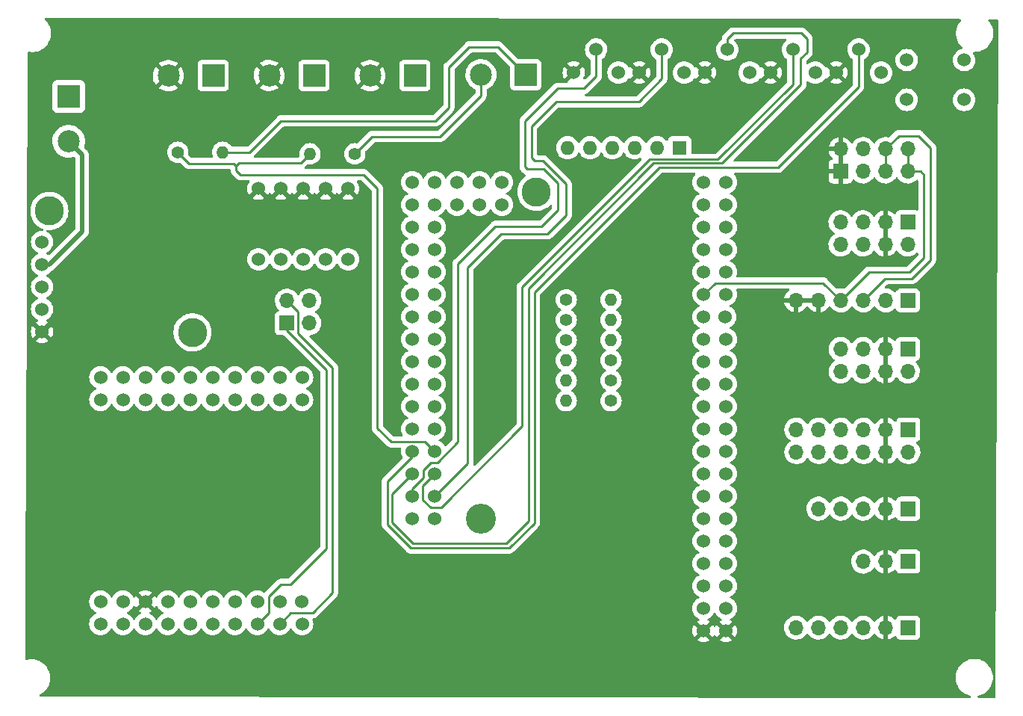
<source format=gbr>
%TF.GenerationSoftware,KiCad,Pcbnew,(6.0.0-0)*%
%TF.CreationDate,2022-02-23T10:17:11-05:00*%
%TF.ProjectId,LED_Controller_Without_Level_Shifter,4c45445f-436f-46e7-9472-6f6c6c65725f,1.0*%
%TF.SameCoordinates,Original*%
%TF.FileFunction,Copper,L1,Top*%
%TF.FilePolarity,Positive*%
%FSLAX46Y46*%
G04 Gerber Fmt 4.6, Leading zero omitted, Abs format (unit mm)*
G04 Created by KiCad (PCBNEW (6.0.0-0)) date 2022-02-23 10:17:11*
%MOMM*%
%LPD*%
G01*
G04 APERTURE LIST*
%TA.AperFunction,ComponentPad*%
%ADD10C,1.524000*%
%TD*%
%TA.AperFunction,ComponentPad*%
%ADD11C,3.400000*%
%TD*%
%TA.AperFunction,ComponentPad*%
%ADD12C,3.300000*%
%TD*%
%TA.AperFunction,ComponentPad*%
%ADD13R,2.500000X2.500000*%
%TD*%
%TA.AperFunction,ComponentPad*%
%ADD14C,2.500000*%
%TD*%
%TA.AperFunction,ComponentPad*%
%ADD15R,1.700000X1.700000*%
%TD*%
%TA.AperFunction,ComponentPad*%
%ADD16O,1.700000X1.700000*%
%TD*%
%TA.AperFunction,ComponentPad*%
%ADD17C,1.400000*%
%TD*%
%TA.AperFunction,ComponentPad*%
%ADD18O,1.400000X1.400000*%
%TD*%
%TA.AperFunction,ComponentPad*%
%ADD19R,1.600000X1.600000*%
%TD*%
%TA.AperFunction,ComponentPad*%
%ADD20O,1.600000X1.600000*%
%TD*%
%TA.AperFunction,Conductor*%
%ADD21C,0.250000*%
%TD*%
%TA.AperFunction,Conductor*%
%ADD22C,0.500000*%
%TD*%
G04 APERTURE END LIST*
D10*
%TO.P,U4,75,3V-2*%
%TO.N,unconnected-(U4-Pad75)*%
X165770000Y-123550000D03*
%TO.P,U4,74,3V*%
%TO.N,unconnected-(U4-Pad74)*%
X168310000Y-123550000D03*
%TO.P,U4,0,RX*%
%TO.N,TX0*%
X165770000Y-118470000D03*
%TO.P,U4,1,TX*%
%TO.N,RX0*%
X168310000Y-118470000D03*
%TO.P,U4,2,D2*%
%TO.N,OE*%
X165770000Y-115930000D03*
%TO.P,U4,3,D3*%
%TO.N,DP_DATA_IN*%
X168310000Y-115930000D03*
%TO.P,U4,4,D4*%
%TO.N,DP_CLOCK*%
X165780000Y-113390000D03*
%TO.P,U4,5,D5*%
%TO.N,DP_LOAD*%
X168310000Y-113390000D03*
%TO.P,U4,6,D6*%
%TO.N,unconnected-(U4-Pad6)*%
X165770000Y-110850000D03*
%TO.P,U4,7,D7*%
%TO.N,unconnected-(U4-Pad7)*%
X168310000Y-110850000D03*
%TO.P,U4,8,D8*%
%TO.N,unconnected-(U4-Pad8)*%
X165770000Y-108310000D03*
%TO.P,U4,9,D9*%
%TO.N,unconnected-(U4-Pad9)*%
X168310000Y-108310000D03*
%TO.P,U4,10,D10*%
%TO.N,unconnected-(U4-Pad10)*%
X165770000Y-105770000D03*
%TO.P,U4,11,D11*%
%TO.N,unconnected-(U4-Pad11)*%
X168310000Y-105770000D03*
%TO.P,U4,12,D12*%
%TO.N,VU_STROBE*%
X165770000Y-103230000D03*
%TO.P,U4,13,D13*%
%TO.N,VU_RESET*%
X168310000Y-103230000D03*
%TO.P,U4,14,D14*%
%TO.N,unconnected-(U4-Pad14)*%
X165770000Y-100690000D03*
%TO.P,U4,15,D15*%
%TO.N,unconnected-(U4-Pad15)*%
X168310000Y-100690000D03*
%TO.P,U4,16,D16*%
%TO.N,LOGIC_2560_RX*%
X165770000Y-98150000D03*
%TO.P,U4,17,D17*%
%TO.N,LOGIC_2560_TX*%
X168310000Y-98150000D03*
%TO.P,U4,18,D18*%
%TO.N,TX1*%
X165780000Y-95610000D03*
%TO.P,U4,19,D19*%
%TO.N,RX1*%
X168230000Y-95610000D03*
%TO.P,U4,20,D20*%
%TO.N,SDA*%
X165780000Y-93070000D03*
%TO.P,U4,21,D21*%
%TO.N,SCL*%
X168310000Y-93070000D03*
%TO.P,U4,22,D22*%
%TO.N,unconnected-(U4-Pad22)*%
X165770000Y-90530000D03*
%TO.P,U4,23,D23*%
%TO.N,unconnected-(U4-Pad23)*%
X168310000Y-90530000D03*
%TO.P,U4,24,D24*%
%TO.N,unconnected-(U4-Pad24)*%
X165770000Y-87990000D03*
%TO.P,U4,71,VIN2*%
%TO.N,+5V*%
X168310000Y-131170000D03*
%TO.P,U4,62,GND*%
%TO.N,GND*%
X168310000Y-128630000D03*
D11*
%TO.P,U4,99*%
%TO.N,N/C*%
X140530000Y-118470000D03*
D12*
%TO.P,U4,98*%
X146820000Y-81440000D03*
D10*
%TO.P,U4,25,D25*%
%TO.N,unconnected-(U4-Pad25)*%
X168310000Y-87990000D03*
%TO.P,U4,26,D26*%
%TO.N,unconnected-(U4-Pad26)*%
X165770000Y-85450000D03*
%TO.P,U4,27,D27*%
%TO.N,unconnected-(U4-Pad27)*%
X168310000Y-85450000D03*
%TO.P,U4,28,D28*%
%TO.N,unconnected-(U4-Pad28)*%
X165770000Y-82910000D03*
%TO.P,U4,29,D29*%
%TO.N,unconnected-(U4-Pad29)*%
X168310000Y-82910000D03*
%TO.P,U4,30,D30*%
%TO.N,MAINT_DATA*%
X165770000Y-80370000D03*
%TO.P,U4,31,D31*%
%TO.N,unconnected-(U4-Pad31)*%
X168310000Y-80370000D03*
%TO.P,U4,32,D32*%
%TO.N,MAINT_CLOCK*%
X132750000Y-98150000D03*
%TO.P,U4,33,D33*%
%TO.N,unconnected-(U4-Pad33)*%
X135290000Y-98150000D03*
%TO.P,U4,34,D34*%
%TO.N,LDP_DATA*%
X132750000Y-95610000D03*
%TO.P,U4,35,D35*%
%TO.N,unconnected-(U4-Pad35)*%
X135290000Y-95610000D03*
%TO.P,U4,36,D36*%
%TO.N,LDP_CLOCK*%
X132750000Y-93070000D03*
%TO.P,U4,37,D37*%
%TO.N,unconnected-(U4-Pad37)*%
X135290000Y-93070000D03*
%TO.P,U4,38,D38*%
%TO.N,CS1_DATA*%
X132750000Y-90530000D03*
%TO.P,U4,39,D39*%
%TO.N,unconnected-(U4-Pad39)*%
X135290000Y-90530000D03*
%TO.P,U4,40,D40*%
%TO.N,CS1_CLOCK*%
X132750000Y-87990000D03*
%TO.P,U4,41,D41*%
%TO.N,unconnected-(U4-Pad41)*%
X135290000Y-87990000D03*
%TO.P,U4,42,D42*%
%TO.N,CS2_DATA*%
X132750000Y-85450000D03*
%TO.P,U4,43,D43*%
%TO.N,unconnected-(U4-Pad43)*%
X135290000Y-85450000D03*
%TO.P,U4,44,D44*%
%TO.N,CS2_CLOCK*%
X132750000Y-82910000D03*
%TO.P,U4,45,D45*%
%TO.N,JUMPER5*%
X135290000Y-82910000D03*
%TO.P,U4,46,D46*%
%TO.N,VU1_DATA*%
X132750000Y-80370000D03*
%TO.P,U4,47,D47*%
%TO.N,JUMPER4*%
X135290000Y-80370000D03*
%TO.P,U4,48,D48*%
%TO.N,VU1_CLOCK*%
X137840000Y-80370000D03*
%TO.P,U4,49,D49*%
%TO.N,JUMPER3*%
X137830000Y-82910000D03*
%TO.P,U4,50,D50*%
%TO.N,VU2_DATA*%
X140370000Y-80370000D03*
%TO.P,U4,51,D51*%
%TO.N,JUMPER2*%
X140370000Y-82910000D03*
%TO.P,U4,52,D52*%
%TO.N,VU2_CLOCK*%
X142910000Y-80370000D03*
%TO.P,U4,53,D53*%
%TO.N,JUMPER1*%
X142910000Y-82910000D03*
%TO.P,U4,63,GND*%
%TO.N,GND*%
X165770000Y-128630000D03*
%TO.P,U4,70,VIN*%
%TO.N,+5V*%
X165770000Y-131170000D03*
%TO.P,U4,72,5V*%
%TO.N,unconnected-(U4-Pad72)*%
X165770000Y-126090000D03*
%TO.P,U4,73,5V-2*%
%TO.N,unconnected-(U4-Pad73)*%
X168310000Y-126090000D03*
%TO.P,U4,104,AREF*%
%TO.N,unconnected-(U4-Pad104)*%
X165770000Y-121010000D03*
%TO.P,U4,105,RST*%
%TO.N,RESET*%
X168310000Y-121010000D03*
%TO.P,U4,200,A0*%
%TO.N,SPECTRUM_LEFT*%
X132750000Y-118470000D03*
%TO.P,U4,201,A1*%
%TO.N,SPECTRUM_RIGHT*%
X135290000Y-118470000D03*
%TO.P,U4,202,A2*%
%TO.N,TRIM1*%
X132750000Y-115930000D03*
%TO.P,U4,203,A3*%
%TO.N,TRIM2*%
X135290000Y-115930000D03*
%TO.P,U4,204,A4*%
%TO.N,TRIM3*%
X132750000Y-113390000D03*
%TO.P,U4,205,A5*%
%TO.N,TRIM4*%
X135290000Y-113390000D03*
%TO.P,U4,206,A6*%
%TO.N,TRIM5*%
X132750000Y-110850000D03*
%TO.P,U4,207,A7*%
%TO.N,BATTERY_LEVEL*%
X135290000Y-110850000D03*
%TO.P,U4,208,A8*%
%TO.N,EXT_MIC*%
X132750000Y-108310000D03*
%TO.P,U4,209,A9*%
%TO.N,unconnected-(U4-Pad209)*%
X135290000Y-108310000D03*
%TO.P,U4,210,A10*%
%TO.N,unconnected-(U4-Pad210)*%
X132750000Y-105770000D03*
%TO.P,U4,211,A11*%
%TO.N,unconnected-(U4-Pad211)*%
X135290000Y-105770000D03*
%TO.P,U4,212,A12*%
%TO.N,unconnected-(U4-Pad212)*%
X132750000Y-103230000D03*
%TO.P,U4,213,A13*%
%TO.N,unconnected-(U4-Pad213)*%
X135290000Y-103230000D03*
%TO.P,U4,214,A14*%
%TO.N,unconnected-(U4-Pad214)*%
X132750000Y-100690000D03*
%TO.P,U4,215,A15*%
%TO.N,unconnected-(U4-Pad215)*%
X135290000Y-100690000D03*
%TD*%
%TO.P,U1,0,En*%
%TO.N,unconnected-(U1-Pad0)*%
X90780000Y-87130000D03*
%TO.P,U1,1,VIN*%
%TO.N,+12V*%
X90780000Y-89670000D03*
%TO.P,U1,2,GND*%
%TO.N,GND*%
X90780000Y-92210000D03*
%TO.P,U1,4,GND*%
X90780000Y-94750000D03*
%TO.P,U1,5,VOut*%
%TO.N,+5V*%
X90780000Y-97290000D03*
D12*
%TO.P,U1,7,VOut*%
%TO.N,N/C*%
X91610000Y-83600000D03*
%TO.P,U1,6*%
X107838800Y-97361200D03*
%TD*%
D10*
%TO.P,RV5,1,1*%
%TO.N,GND*%
X178452500Y-67935000D03*
%TO.P,RV5,2,2*%
%TO.N,TRIM4*%
X175912500Y-65325000D03*
%TO.P,RV5,3,3*%
%TO.N,+5V*%
X173372500Y-67935000D03*
%TD*%
D13*
%TO.P,J1,1,Pin_1*%
%TO.N,GND*%
X93790000Y-70645000D03*
D14*
%TO.P,J1,2,Pin_2*%
%TO.N,+12V*%
X93790000Y-75725000D03*
%TD*%
D13*
%TO.P,J2,1,Pin_1*%
%TO.N,GND*%
X110180000Y-68280000D03*
D14*
%TO.P,J2,2,Pin_2*%
%TO.N,+5V*%
X105100000Y-68280000D03*
%TD*%
D13*
%TO.P,J3,1,Pin_1*%
%TO.N,GND*%
X133045000Y-68280000D03*
D14*
%TO.P,J3,2,Pin_2*%
%TO.N,+5V*%
X127965000Y-68280000D03*
%TD*%
D13*
%TO.P,J4,1,Pin_1*%
%TO.N,GND*%
X121615000Y-68254000D03*
D14*
%TO.P,J4,2,Pin_2*%
%TO.N,+5V*%
X116535000Y-68254000D03*
%TD*%
D15*
%TO.P,J5,1,Pin_1*%
%TO.N,GND*%
X188930000Y-99250000D03*
D16*
%TO.P,J5,2,Pin_2*%
X188930000Y-101790000D03*
%TO.P,J5,3,Pin_3*%
%TO.N,+5V*%
X186390000Y-99250000D03*
%TO.P,J5,4,Pin_4*%
X186390000Y-101790000D03*
%TO.P,J5,5,Pin_5*%
%TO.N,LDP_CLOCK*%
X183850000Y-99250000D03*
%TO.P,J5,6,Pin_6*%
%TO.N,MAINT_CLOCK*%
X183850000Y-101790000D03*
%TO.P,J5,7,Pin_7*%
%TO.N,/H-R1_LD*%
X181310000Y-99250000D03*
%TO.P,J5,8,Pin_8*%
%TO.N,/H-R2-MD*%
X181310000Y-101790000D03*
%TD*%
D15*
%TO.P,J6,1,Pin_1*%
%TO.N,GND*%
X189000000Y-108380000D03*
D16*
%TO.P,J6,2,Pin_2*%
X189000000Y-110920000D03*
%TO.P,J6,3,Pin_3*%
%TO.N,+5V*%
X186460000Y-108380000D03*
%TO.P,J6,4,Pin_4*%
X186460000Y-110920000D03*
%TO.P,J6,5,Pin_5*%
%TO.N,CS1_CLOCK*%
X183920000Y-108380000D03*
%TO.P,J6,6,Pin_6*%
%TO.N,VU1_CLOCK*%
X183920000Y-110920000D03*
%TO.P,J6,7,Pin_7*%
%TO.N,/H-R3_C1D*%
X181380000Y-108380000D03*
%TO.P,J6,8,Pin_8*%
%TO.N,/H-R4_V1D*%
X181380000Y-110920000D03*
%TO.P,J6,9,Pin_9*%
%TO.N,CS2_CLOCK*%
X178840000Y-108380000D03*
%TO.P,J6,10,Pin_10*%
%TO.N,VU2_CLOCK*%
X178840000Y-110920000D03*
%TO.P,J6,11,Pin_11*%
%TO.N,/H-R5_C2D*%
X176300000Y-108380000D03*
%TO.P,J6,12,Pin_12*%
%TO.N,/H-R6_V2D*%
X176300000Y-110920000D03*
%TD*%
D15*
%TO.P,J7,1,Pin_1*%
%TO.N,GND*%
X188976000Y-117334000D03*
D16*
%TO.P,J7,2,Pin_2*%
%TO.N,+5V*%
X186436000Y-117334000D03*
%TO.P,J7,3,Pin_3*%
%TO.N,DP_LOAD*%
X183896000Y-117334000D03*
%TO.P,J7,4,Pin_4*%
%TO.N,DP_CLOCK*%
X181356000Y-117334000D03*
%TO.P,J7,5,Pin_5*%
%TO.N,DP_DATA_IN*%
X178816000Y-117334000D03*
%TD*%
D15*
%TO.P,J8,1,Pin_1*%
%TO.N,GND*%
X188976000Y-130810000D03*
D16*
%TO.P,J8,2,Pin_2*%
%TO.N,+5V*%
X186436000Y-130810000D03*
%TO.P,J8,3,Pin_3*%
%TO.N,VU_STROBE*%
X183896000Y-130810000D03*
%TO.P,J8,4,Pin_4*%
%TO.N,VU_RESET*%
X181356000Y-130810000D03*
%TO.P,J8,5,Pin_5*%
%TO.N,SPECTRUM_LEFT*%
X178816000Y-130810000D03*
%TO.P,J8,6,Pin_6*%
%TO.N,SPECTRUM_RIGHT*%
X176276000Y-130810000D03*
%TD*%
D15*
%TO.P,J9,1,Pin_1*%
%TO.N,+5V*%
X181320000Y-79145000D03*
D16*
%TO.P,J9,2,Pin_2*%
X181320000Y-76605000D03*
%TO.P,J9,3,Pin_3*%
%TO.N,GND*%
X183860000Y-79145000D03*
%TO.P,J9,4,Pin_4*%
X183860000Y-76605000D03*
%TO.P,J9,5,Pin_5*%
%TO.N,SCL*%
X186400000Y-79145000D03*
%TO.P,J9,6,Pin_6*%
X186400000Y-76605000D03*
%TO.P,J9,7,Pin_7*%
%TO.N,SDA*%
X188940000Y-79145000D03*
%TO.P,J9,8,Pin_8*%
X188940000Y-76605000D03*
%TD*%
D15*
%TO.P,J10,1,Pin_1*%
%TO.N,GND*%
X188920000Y-84885000D03*
D16*
%TO.P,J10,2,Pin_2*%
X188920000Y-87425000D03*
%TO.P,J10,3,Pin_3*%
%TO.N,+5V*%
X186380000Y-84885000D03*
%TO.P,J10,4,Pin_4*%
X186380000Y-87425000D03*
%TO.P,J10,5,Pin_5*%
%TO.N,TX1*%
X183840000Y-84885000D03*
%TO.P,J10,6,Pin_6*%
%TO.N,TX0*%
X183840000Y-87425000D03*
%TO.P,J10,7,Pin_7*%
%TO.N,RX1*%
X181300000Y-84885000D03*
%TO.P,J10,8,Pin_8*%
%TO.N,RX0*%
X181300000Y-87425000D03*
%TD*%
D15*
%TO.P,J11,1,Pin_1*%
%TO.N,GND*%
X188951000Y-93751000D03*
D16*
%TO.P,J11,2,Pin_2*%
%TO.N,OE*%
X186411000Y-93751000D03*
%TO.P,J11,3,Pin_3*%
%TO.N,SCL*%
X183871000Y-93751000D03*
%TO.P,J11,4,Pin_4*%
%TO.N,SDA*%
X181331000Y-93751000D03*
%TO.P,J11,5,Pin_5*%
%TO.N,+5V*%
X178791000Y-93751000D03*
%TO.P,J11,6,Pin_6*%
X176251000Y-93751000D03*
%TD*%
D17*
%TO.P,R2,1*%
%TO.N,/H-R2-MD*%
X155290000Y-102822000D03*
D18*
%TO.P,R2,2*%
%TO.N,MAINT_DATA*%
X150210000Y-102822000D03*
%TD*%
D17*
%TO.P,R3,1*%
%TO.N,/H-R3_C1D*%
X155290000Y-100534000D03*
D18*
%TO.P,R3,2*%
%TO.N,CS1_DATA*%
X150210000Y-100534000D03*
%TD*%
D17*
%TO.P,R4,1*%
%TO.N,CS2_DATA*%
X150210000Y-98246000D03*
D18*
%TO.P,R4,2*%
%TO.N,/H-R5_C2D*%
X155290000Y-98246000D03*
%TD*%
D17*
%TO.P,R5,1*%
%TO.N,VU1_DATA*%
X150210000Y-95958000D03*
D18*
%TO.P,R5,2*%
%TO.N,/H-R4_V1D*%
X155290000Y-95958000D03*
%TD*%
D17*
%TO.P,R6,1*%
%TO.N,VU2_DATA*%
X150210000Y-93670000D03*
D18*
%TO.P,R6,2*%
%TO.N,/H-R6_V2D*%
X155290000Y-93670000D03*
%TD*%
D19*
%TO.P,RN1,1,common*%
%TO.N,GND*%
X163068000Y-76454000D03*
D20*
%TO.P,RN1,2,R1*%
%TO.N,JUMPER1*%
X160528000Y-76454000D03*
%TO.P,RN1,3,R2*%
%TO.N,JUMPER2*%
X157988000Y-76454000D03*
%TO.P,RN1,4,R3*%
%TO.N,JUMPER3*%
X155448000Y-76454000D03*
%TO.P,RN1,5,R4*%
%TO.N,JUMPER4*%
X152908000Y-76454000D03*
%TO.P,RN1,6,R5*%
%TO.N,JUMPER5*%
X150368000Y-76454000D03*
%TD*%
D10*
%TO.P,U2,0,GPIO0*%
%TO.N,unconnected-(U2-Pad0)*%
X105015400Y-130406600D03*
%TO.P,U2,1,Tx0*%
%TO.N,unconnected-(U2-Pad1)*%
X120205400Y-127866600D03*
%TO.P,U2,2,GPIO2*%
%TO.N,unconnected-(U2-Pad2)*%
X102475400Y-130406600D03*
%TO.P,U2,3,Rx0*%
%TO.N,unconnected-(U2-Pad3)*%
X117715400Y-127866600D03*
%TO.P,U2,4,GPIO4*%
%TO.N,unconnected-(U2-Pad4)*%
X107555400Y-130406600D03*
%TO.P,U2,5,GPIO5*%
%TO.N,unconnected-(U2-Pad5)*%
X105015400Y-105000600D03*
%TO.P,U2,18,GPIO18*%
%TO.N,unconnected-(U2-Pad18)*%
X112635400Y-105000600D03*
%TO.P,U2,19,GPIO19*%
%TO.N,unconnected-(U2-Pad19)*%
X110095400Y-105000600D03*
%TO.P,U2,21,GPIO21*%
%TO.N,unconnected-(U2-Pad21)*%
X112635400Y-127866600D03*
%TO.P,U2,22,GPIO22*%
%TO.N,unconnected-(U2-Pad22)*%
X115175400Y-127866600D03*
%TO.P,U2,23,GPIO23*%
%TO.N,unconnected-(U2-Pad23)*%
X107555400Y-105000600D03*
%TO.P,U2,25,GPIO25*%
%TO.N,unconnected-(U2-Pad25)*%
X107555400Y-127866600D03*
%TO.P,U2,26,GPIO26*%
%TO.N,unconnected-(U2-Pad26)*%
X115175400Y-105000600D03*
%TO.P,U2,27,GPIO27*%
%TO.N,unconnected-(U2-Pad27)*%
X110095400Y-127866600D03*
%TO.P,U2,32,GPIO32*%
%TO.N,unconnected-(U2-Pad32)*%
X112635400Y-130406600D03*
%TO.P,U2,33,GPIO33*%
%TO.N,unconnected-(U2-Pad33)*%
X110095400Y-102460600D03*
%TO.P,U2,34,GPIO34*%
%TO.N,unconnected-(U2-Pad34)*%
X107555400Y-102460600D03*
%TO.P,U2,35,GPIO35*%
%TO.N,unconnected-(U2-Pad35)*%
X112635400Y-102460600D03*
%TO.P,U2,39,VN*%
%TO.N,unconnected-(U2-Pad39)*%
X115175400Y-102460600D03*
%TO.P,U2,60,GND*%
%TO.N,GND*%
X105015400Y-127866600D03*
%TO.P,U2,61,GND*%
X120255400Y-130406600D03*
%TO.P,U2,62,GND*%
X120255400Y-102460600D03*
%TO.P,U2,70,5V*%
%TO.N,+5V*%
X102475400Y-127866600D03*
%TO.P,U2,71,3V3*%
%TO.N,3.3V*%
X102475400Y-105000600D03*
%TO.P,U2,80,TDO*%
%TO.N,unconnected-(U2-Pad80)*%
X99935400Y-127866600D03*
%TO.P,U2,81,SD0*%
%TO.N,unconnected-(U2-Pad81)*%
X97395400Y-127866600D03*
%TO.P,U2,82,TDI*%
%TO.N,unconnected-(U2-Pad82)*%
X110095400Y-130406600D03*
%TO.P,U2,83,SD1*%
%TO.N,unconnected-(U2-Pad83)*%
X99935400Y-130406600D03*
%TO.P,U2,84,CLK*%
%TO.N,unconnected-(U2-Pad84)*%
X97395400Y-130406600D03*
%TO.P,U2,85,RST*%
%TO.N,unconnected-(U2-Pad85)*%
X120255400Y-105000600D03*
%TO.P,U2,86,VP*%
%TO.N,unconnected-(U2-Pad86)*%
X117715400Y-105000600D03*
%TO.P,U2,87,TCK*%
%TO.N,unconnected-(U2-Pad87)*%
X99935400Y-105000600D03*
%TO.P,U2,88,SD3*%
%TO.N,unconnected-(U2-Pad88)*%
X97395400Y-105000600D03*
%TO.P,U2,89,NC*%
%TO.N,unconnected-(U2-Pad89)*%
X117715400Y-102460600D03*
%TO.P,U2,90,TMS*%
%TO.N,unconnected-(U2-Pad90)*%
X105015400Y-102460600D03*
%TO.P,U2,91,NC*%
%TO.N,unconnected-(U2-Pad91)*%
X102475400Y-102460600D03*
%TO.P,U2,92,SD2*%
%TO.N,unconnected-(U2-Pad92)*%
X99935400Y-102460600D03*
%TO.P,U2,93,CMD*%
%TO.N,unconnected-(U2-Pad93)*%
X97395400Y-102460600D03*
%TO.P,U2,251,GPIO25_1*%
%TO.N,ESP_LOGIC_RX*%
X115175400Y-130406600D03*
%TO.P,U2,271,GPIO27_1*%
%TO.N,ESP_LOGIC_TX*%
X117715400Y-130406600D03*
%TD*%
D17*
%TO.P,R1,1*%
%TO.N,/H-R1_LD*%
X155290000Y-105110000D03*
D18*
%TO.P,R1,2*%
%TO.N,LDP_DATA*%
X150210000Y-105110000D03*
%TD*%
D10*
%TO.P,SW1,10*%
%TO.N,+5V*%
X125476000Y-81089000D03*
%TO.P,SW1,9*%
X122936000Y-81089000D03*
%TO.P,SW1,8*%
X120396000Y-81089000D03*
%TO.P,SW1,7*%
X117856000Y-81089000D03*
%TO.P,SW1,6*%
X115316000Y-81089000D03*
%TO.P,SW1,5*%
%TO.N,JUMPER1*%
X115316000Y-89091000D03*
%TO.P,SW1,4*%
%TO.N,JUMPER2*%
X117856000Y-89091000D03*
%TO.P,SW1,3*%
%TO.N,JUMPER3*%
X120396000Y-89091000D03*
%TO.P,SW1,2*%
%TO.N,JUMPER4*%
X122936000Y-89091000D03*
%TO.P,SW1,1*%
%TO.N,JUMPER5*%
X125476000Y-89091000D03*
%TD*%
%TO.P,SW2,1,1*%
%TO.N,GND*%
X188820000Y-71020000D03*
%TO.P,SW2,2,2*%
%TO.N,RESET*%
X188820000Y-66520000D03*
%TO.P,SW2,3,3*%
%TO.N,GND*%
X195320000Y-71020000D03*
%TO.P,SW2,4,4*%
%TO.N,RESET*%
X195320000Y-66520000D03*
%TD*%
%TO.P,RV1,1,1*%
%TO.N,GND*%
X156140000Y-67935000D03*
%TO.P,RV1,2,2*%
%TO.N,TRIM1*%
X153600000Y-65325000D03*
%TO.P,RV1,3,3*%
%TO.N,+5V*%
X151060000Y-67935000D03*
%TD*%
%TO.P,RV2,1,1*%
%TO.N,GND*%
X171015000Y-67935000D03*
%TO.P,RV2,2,2*%
%TO.N,TRIM3*%
X168475000Y-65325000D03*
%TO.P,RV2,3,3*%
%TO.N,+5V*%
X165935000Y-67935000D03*
%TD*%
%TO.P,RV3,1,1*%
%TO.N,GND*%
X185890000Y-67935000D03*
%TO.P,RV3,2,2*%
%TO.N,TRIM5*%
X183350000Y-65325000D03*
%TO.P,RV3,3,3*%
%TO.N,+5V*%
X180810000Y-67935000D03*
%TD*%
%TO.P,RV4,1,1*%
%TO.N,GND*%
X163577500Y-67935000D03*
%TO.P,RV4,2,2*%
%TO.N,TRIM2*%
X161037500Y-65325000D03*
%TO.P,RV4,3,3*%
%TO.N,+5V*%
X158497500Y-67935000D03*
%TD*%
D15*
%TO.P,J13,1,Pin_1*%
%TO.N,ESP_LOGIC_RX*%
X118545000Y-96315000D03*
D16*
%TO.P,J13,2,Pin_2*%
%TO.N,ESP_LOGIC_TX*%
X118545000Y-93775000D03*
%TO.P,J13,3,Pin_3*%
%TO.N,LOGIC_2560_RX*%
X121085000Y-96315000D03*
%TO.P,J13,4,Pin_4*%
%TO.N,LOGIC_2560_TX*%
X121085000Y-93775000D03*
%TD*%
D15*
%TO.P,J13,1,Pin_1*%
%TO.N,GND*%
X188975000Y-123340000D03*
D16*
%TO.P,J13,2,Pin_2*%
%TO.N,+5V*%
X186435000Y-123340000D03*
%TO.P,J13,3,Pin_3*%
%TO.N,EXT_MIC*%
X183895000Y-123340000D03*
%TD*%
D17*
%TO.P,R7,1*%
%TO.N,BATTERY_LEVEL*%
X106172000Y-76962000D03*
D18*
%TO.P,R7,2*%
%TO.N,POS*%
X111252000Y-76962000D03*
%TD*%
D17*
%TO.P,R8,1*%
%TO.N,NEG*%
X126238000Y-77140000D03*
D18*
%TO.P,R8,2*%
%TO.N,BATTERY_LEVEL*%
X121158000Y-77140000D03*
%TD*%
D13*
%TO.P,J12,1,Pin_1*%
%TO.N,POS*%
X145625000Y-68170000D03*
D14*
%TO.P,J12,2,Pin_2*%
%TO.N,NEG*%
X140545000Y-68170000D03*
%TD*%
D21*
%TO.N,SDA*%
X181331000Y-93751000D02*
X179350000Y-91770000D01*
X179350000Y-91770000D02*
X167080000Y-91770000D01*
X167080000Y-91770000D02*
X165710000Y-93140000D01*
%TO.N,TRIM3*%
X130490000Y-115650000D02*
X130490000Y-118930000D01*
X130490000Y-118930000D02*
X132800000Y-121240000D01*
X160120000Y-78210000D02*
X167910000Y-78210000D01*
X132800000Y-121240000D02*
X143370000Y-121240000D01*
X132750000Y-113390000D02*
X130490000Y-115650000D01*
X177490000Y-64080000D02*
X176860000Y-63450000D01*
X176860000Y-63450000D02*
X169140000Y-63450000D01*
X143370000Y-121240000D02*
X145910000Y-118700000D01*
X168475000Y-64115000D02*
X168475000Y-65325000D01*
X145910000Y-118700000D02*
X145910000Y-92420000D01*
X145910000Y-92420000D02*
X160120000Y-78210000D01*
X167910000Y-78210000D02*
X176810000Y-69310000D01*
X176810000Y-69310000D02*
X176810000Y-66350000D01*
X169140000Y-63450000D02*
X168475000Y-64115000D01*
X176810000Y-66350000D02*
X177490000Y-65670000D01*
X177490000Y-65670000D02*
X177490000Y-64080000D01*
%TO.N,TRIM5*%
X132750000Y-111440000D02*
X129920000Y-114270000D01*
X129920000Y-114270000D02*
X129920000Y-119140000D01*
X129920000Y-119140000D02*
X132570000Y-121790000D01*
X132750000Y-110850000D02*
X132750000Y-111440000D01*
X132570000Y-121790000D02*
X143750000Y-121790000D01*
X146590000Y-92830000D02*
X160760480Y-78659520D01*
X143750000Y-121790000D02*
X146590000Y-118950000D01*
X146590000Y-118950000D02*
X146590000Y-92830000D01*
X160760480Y-78659520D02*
X174250480Y-78659520D01*
X174250480Y-78659520D02*
X183350000Y-69560000D01*
X183350000Y-69560000D02*
X183350000Y-65325000D01*
%TO.N,TRIM4*%
X135290000Y-113390000D02*
X133970000Y-114710000D01*
X133970000Y-114710000D02*
X133970000Y-116320000D01*
X133970000Y-116320000D02*
X134870000Y-117220000D01*
X134870000Y-117220000D02*
X136020000Y-117220000D01*
X136020000Y-117220000D02*
X145230000Y-108010000D01*
X145230000Y-108010000D02*
X145230000Y-92220000D01*
X145230000Y-92220000D02*
X159689520Y-77760480D01*
X159689520Y-77760480D02*
X167409520Y-77760480D01*
X167409520Y-77760480D02*
X175912500Y-69257500D01*
X175912500Y-69257500D02*
X175912500Y-65325000D01*
%TO.N,ESP_LOGIC_TX*%
X117715400Y-130406600D02*
X118982000Y-129140000D01*
X121450000Y-129140000D02*
X123698000Y-126892000D01*
X118982000Y-129140000D02*
X121450000Y-129140000D01*
X123698000Y-126892000D02*
X123698000Y-101346000D01*
X119800000Y-95030000D02*
X118545000Y-93775000D01*
X123698000Y-101346000D02*
X119800000Y-97448000D01*
X119800000Y-97448000D02*
X119800000Y-95030000D01*
%TO.N,ESP_LOGIC_RX*%
X122970000Y-101600000D02*
X122970000Y-121890000D01*
X122970000Y-121890000D02*
X118950000Y-125910000D01*
X116480000Y-129102000D02*
X115175400Y-130406600D01*
X118950000Y-125910000D02*
X117880000Y-125910000D01*
X116480000Y-127310000D02*
X116480000Y-129102000D01*
X117880000Y-125910000D02*
X116480000Y-127310000D01*
D22*
%TO.N,+12V*%
X93790000Y-75725000D02*
X95310000Y-77245000D01*
X95310000Y-77245000D02*
X95310000Y-85950000D01*
X95310000Y-85950000D02*
X91590000Y-89670000D01*
X91590000Y-89670000D02*
X90780000Y-89670000D01*
D21*
%TO.N,TRIM1*%
X153600000Y-65325000D02*
X153600000Y-68370000D01*
X133980000Y-113820000D02*
X132750000Y-115050000D01*
X153600000Y-68370000D02*
X152230000Y-69740000D01*
X152230000Y-69740000D02*
X149240000Y-69740000D01*
X145540000Y-73440000D02*
X145540000Y-78600000D01*
X149240000Y-69740000D02*
X145540000Y-73440000D01*
X147420000Y-85360000D02*
X142160000Y-85360000D01*
X149240000Y-83540000D02*
X147420000Y-85360000D01*
X145810000Y-78870000D02*
X147680000Y-78870000D01*
X145540000Y-78600000D02*
X145810000Y-78870000D01*
X149240000Y-80430000D02*
X149240000Y-83540000D01*
X147680000Y-78870000D02*
X149240000Y-80430000D01*
X142160000Y-85360000D02*
X137930000Y-89590000D01*
X137930000Y-89590000D02*
X137930000Y-109780000D01*
X137930000Y-109780000D02*
X135580000Y-112130000D01*
X135580000Y-112130000D02*
X134860000Y-112130000D01*
X134860000Y-112130000D02*
X133980000Y-113010000D01*
X133980000Y-113010000D02*
X133980000Y-113820000D01*
X132750000Y-115050000D02*
X132750000Y-115930000D01*
%TO.N,TRIM2*%
X139050000Y-105780000D02*
X139050000Y-112170000D01*
X139050000Y-112170000D02*
X135290000Y-115930000D01*
X139050000Y-90010000D02*
X139050000Y-105780000D01*
X161037500Y-65325000D02*
X161037500Y-68642500D01*
X161037500Y-68642500D02*
X158440000Y-71240000D01*
X147550000Y-77920000D02*
X150200000Y-80570000D01*
X158440000Y-71240000D02*
X149050000Y-71240000D01*
X149050000Y-71240000D02*
X146250000Y-74040000D01*
X148100000Y-86200000D02*
X142860000Y-86200000D01*
X146250000Y-74040000D02*
X146250000Y-77560000D01*
X146250000Y-77560000D02*
X146610000Y-77920000D01*
X146610000Y-77920000D02*
X147550000Y-77920000D01*
X150200000Y-80570000D02*
X150200000Y-84100000D01*
X150200000Y-84100000D02*
X148100000Y-86200000D01*
X142860000Y-86200000D02*
X139050000Y-90010000D01*
%TO.N,BATTERY_LEVEL*%
X135290000Y-110850000D02*
X134203489Y-109763489D01*
X134203489Y-109763489D02*
X130337489Y-109763489D01*
X130337489Y-109763489D02*
X128778000Y-108204000D01*
X128778000Y-108204000D02*
X128778000Y-81026000D01*
X128778000Y-81026000D02*
X127254000Y-79502000D01*
X127254000Y-79502000D02*
X113284000Y-79502000D01*
X113284000Y-79502000D02*
X112776000Y-78994000D01*
X112776000Y-78994000D02*
X112776000Y-78486000D01*
%TO.N,SCL*%
X191516000Y-89154000D02*
X191516000Y-76454000D01*
X183871000Y-93751000D02*
X186352000Y-91270000D01*
X190152000Y-75090000D02*
X187915000Y-75090000D01*
X186352000Y-91270000D02*
X189400000Y-91270000D01*
X189400000Y-91270000D02*
X191516000Y-89154000D01*
X191516000Y-76454000D02*
X190152000Y-75090000D01*
X186400000Y-76605000D02*
X186400000Y-79145000D01*
X187915000Y-75090000D02*
X186400000Y-76605000D01*
%TO.N,SDA*%
X189094000Y-90560000D02*
X184522000Y-90560000D01*
X190397000Y-79145000D02*
X190754000Y-79502000D01*
X188940000Y-79145000D02*
X190397000Y-79145000D01*
X188940000Y-76605000D02*
X188940000Y-79145000D01*
X190754000Y-79502000D02*
X190754000Y-88900000D01*
X184522000Y-90560000D02*
X181331000Y-93751000D01*
X190754000Y-88900000D02*
X189094000Y-90560000D01*
%TO.N,BATTERY_LEVEL*%
X112776000Y-78486000D02*
X112522000Y-78232000D01*
X112522000Y-78232000D02*
X107442000Y-78232000D01*
X120104000Y-78194000D02*
X121158000Y-77140000D01*
X113068000Y-78194000D02*
X120104000Y-78194000D01*
X112776000Y-78486000D02*
X113068000Y-78194000D01*
X106172000Y-76962000D02*
X107442000Y-78232000D01*
%TO.N,ESP_LOGIC_RX*%
X118545000Y-96315000D02*
X118545000Y-97175001D01*
X118545000Y-97175001D02*
X122970000Y-101600001D01*
%TO.N,POS*%
X117856000Y-73406000D02*
X135382000Y-73406000D01*
X136906000Y-67310000D02*
X139192000Y-65024000D01*
X136906000Y-71882000D02*
X136906000Y-67310000D01*
X135382000Y-73406000D02*
X136906000Y-71882000D01*
X142479000Y-65024000D02*
X145625000Y-68170000D01*
X114300000Y-76962000D02*
X117856000Y-73406000D01*
X139192000Y-65024000D02*
X142479000Y-65024000D01*
X111252000Y-76962000D02*
X114300000Y-76962000D01*
%TO.N,NEG*%
X140545000Y-70529000D02*
X135890000Y-75184000D01*
X140545000Y-68170000D02*
X140545000Y-70529000D01*
X128194000Y-75184000D02*
X126238000Y-77140000D01*
X135890000Y-75184000D02*
X128194000Y-75184000D01*
%TD*%
%TA.AperFunction,Conductor*%
%TO.N,+5V*%
G36*
X194842322Y-61873785D02*
G01*
X194910411Y-61893884D01*
X194956827Y-61947606D01*
X194966830Y-62017895D01*
X194939642Y-62079590D01*
X194787287Y-62265732D01*
X194637073Y-62510858D01*
X194635347Y-62514791D01*
X194635346Y-62514792D01*
X194622316Y-62544476D01*
X194521517Y-62774102D01*
X194520342Y-62778229D01*
X194520341Y-62778230D01*
X194502755Y-62839967D01*
X194442756Y-63050594D01*
X194402249Y-63335216D01*
X194402227Y-63339505D01*
X194402226Y-63339512D01*
X194400765Y-63618417D01*
X194400743Y-63622703D01*
X194401302Y-63626947D01*
X194401302Y-63626951D01*
X194405526Y-63659036D01*
X194438268Y-63907734D01*
X194439401Y-63911874D01*
X194439401Y-63911876D01*
X194446932Y-63939406D01*
X194514129Y-64185036D01*
X194515813Y-64188984D01*
X194621078Y-64435772D01*
X194626923Y-64449476D01*
X194672162Y-64525064D01*
X194772257Y-64692311D01*
X194774561Y-64696161D01*
X194954313Y-64920528D01*
X194957420Y-64923476D01*
X194957426Y-64923483D01*
X195105134Y-65063652D01*
X195140779Y-65125052D01*
X195137570Y-65195976D01*
X195096526Y-65253906D01*
X195051015Y-65276756D01*
X194883804Y-65321560D01*
X194878823Y-65323882D01*
X194878822Y-65323883D01*
X194687311Y-65413186D01*
X194687306Y-65413189D01*
X194682324Y-65415512D01*
X194677817Y-65418668D01*
X194677815Y-65418669D01*
X194504730Y-65539864D01*
X194504727Y-65539866D01*
X194500219Y-65543023D01*
X194343023Y-65700219D01*
X194339866Y-65704727D01*
X194339864Y-65704730D01*
X194218669Y-65877815D01*
X194218668Y-65877817D01*
X194215512Y-65882324D01*
X194213189Y-65887306D01*
X194213186Y-65887311D01*
X194147783Y-66027568D01*
X194121560Y-66083804D01*
X194120138Y-66089112D01*
X194120137Y-66089114D01*
X194114677Y-66109491D01*
X194064022Y-66298537D01*
X194044647Y-66520000D01*
X194064022Y-66741463D01*
X194092695Y-66848472D01*
X194119528Y-66948611D01*
X194121560Y-66956196D01*
X194123882Y-66961177D01*
X194123883Y-66961178D01*
X194213186Y-67152689D01*
X194213189Y-67152694D01*
X194215512Y-67157676D01*
X194218668Y-67162183D01*
X194218669Y-67162185D01*
X194338948Y-67333961D01*
X194343023Y-67339781D01*
X194500219Y-67496977D01*
X194504727Y-67500134D01*
X194504730Y-67500136D01*
X194555234Y-67535499D01*
X194682323Y-67624488D01*
X194687305Y-67626811D01*
X194687310Y-67626814D01*
X194862078Y-67708309D01*
X194883804Y-67718440D01*
X194889112Y-67719862D01*
X194889114Y-67719863D01*
X194908842Y-67725149D01*
X195098537Y-67775978D01*
X195320000Y-67795353D01*
X195541463Y-67775978D01*
X195731158Y-67725149D01*
X195750886Y-67719863D01*
X195750888Y-67719862D01*
X195756196Y-67718440D01*
X195777922Y-67708309D01*
X195952690Y-67626814D01*
X195952695Y-67626811D01*
X195957677Y-67624488D01*
X196084766Y-67535499D01*
X196135270Y-67500136D01*
X196135273Y-67500134D01*
X196139781Y-67496977D01*
X196296977Y-67339781D01*
X196301053Y-67333961D01*
X196421331Y-67162185D01*
X196421332Y-67162183D01*
X196424488Y-67157676D01*
X196426811Y-67152694D01*
X196426814Y-67152689D01*
X196516117Y-66961178D01*
X196516118Y-66961177D01*
X196518440Y-66956196D01*
X196520473Y-66948611D01*
X196547305Y-66848472D01*
X196575978Y-66741463D01*
X196595353Y-66520000D01*
X196575978Y-66298537D01*
X196525323Y-66109491D01*
X196519863Y-66089114D01*
X196519862Y-66089112D01*
X196518440Y-66083804D01*
X196492217Y-66027568D01*
X196426814Y-65887311D01*
X196426811Y-65887306D01*
X196424488Y-65882324D01*
X196364583Y-65796770D01*
X196341895Y-65729497D01*
X196359180Y-65660636D01*
X196410950Y-65612052D01*
X196467796Y-65598500D01*
X196582271Y-65598500D01*
X196584407Y-65598354D01*
X196584418Y-65598354D01*
X196792548Y-65584165D01*
X196792554Y-65584164D01*
X196796825Y-65583873D01*
X196801020Y-65583004D01*
X196801022Y-65583004D01*
X196937583Y-65554724D01*
X197078342Y-65525574D01*
X197349343Y-65429607D01*
X197604812Y-65297750D01*
X197608313Y-65295289D01*
X197608317Y-65295287D01*
X197749622Y-65195976D01*
X197840023Y-65132441D01*
X197918403Y-65059606D01*
X198047479Y-64939661D01*
X198047481Y-64939658D01*
X198050622Y-64936740D01*
X198232713Y-64714268D01*
X198382927Y-64469142D01*
X198400841Y-64428334D01*
X198496757Y-64209830D01*
X198498483Y-64205898D01*
X198577244Y-63929406D01*
X198617751Y-63644784D01*
X198617788Y-63637840D01*
X198619235Y-63361583D01*
X198619235Y-63361576D01*
X198619257Y-63357297D01*
X198581732Y-63072266D01*
X198505871Y-62794964D01*
X198399028Y-62544476D01*
X198394763Y-62534476D01*
X198394761Y-62534472D01*
X198393077Y-62530524D01*
X198245439Y-62283839D01*
X198238945Y-62275732D01*
X198084828Y-62083364D01*
X198057846Y-62017694D01*
X198070651Y-61947862D01*
X198119178Y-61896038D01*
X198183343Y-61878583D01*
X198199860Y-61878607D01*
X199043689Y-61879819D01*
X199111781Y-61899919D01*
X199158197Y-61953641D01*
X199169507Y-62006311D01*
X198870490Y-138644320D01*
X198850222Y-138712362D01*
X198796386Y-138758645D01*
X198744319Y-138769828D01*
X197129874Y-138767624D01*
X196965347Y-138767399D01*
X196897254Y-138747304D01*
X196850834Y-138693585D01*
X196840826Y-138623297D01*
X196870407Y-138558757D01*
X196930186Y-138520455D01*
X196939968Y-138518017D01*
X196945082Y-138516958D01*
X197048342Y-138495574D01*
X197319343Y-138399607D01*
X197574812Y-138267750D01*
X197578313Y-138265289D01*
X197578317Y-138265287D01*
X197721147Y-138164904D01*
X197810023Y-138102441D01*
X197952911Y-137969661D01*
X198017479Y-137909661D01*
X198017481Y-137909658D01*
X198020622Y-137906740D01*
X198202713Y-137684268D01*
X198352927Y-137439142D01*
X198468483Y-137175898D01*
X198547244Y-136899406D01*
X198587751Y-136614784D01*
X198587845Y-136596951D01*
X198589235Y-136331583D01*
X198589235Y-136331576D01*
X198589257Y-136327297D01*
X198551732Y-136042266D01*
X198475871Y-135764964D01*
X198390355Y-135564476D01*
X198364763Y-135504476D01*
X198364761Y-135504472D01*
X198363077Y-135500524D01*
X198249345Y-135310492D01*
X198217643Y-135257521D01*
X198217640Y-135257517D01*
X198215439Y-135253839D01*
X198035687Y-135029472D01*
X197827149Y-134831577D01*
X197593683Y-134663814D01*
X197571843Y-134652250D01*
X197436128Y-134580393D01*
X197339608Y-134529288D01*
X197069627Y-134430489D01*
X196788736Y-134369245D01*
X196757685Y-134366801D01*
X196565718Y-134351693D01*
X196565709Y-134351693D01*
X196563261Y-134351500D01*
X196407729Y-134351500D01*
X196405593Y-134351646D01*
X196405582Y-134351646D01*
X196197452Y-134365835D01*
X196197446Y-134365836D01*
X196193175Y-134366127D01*
X196188980Y-134366996D01*
X196188978Y-134366996D01*
X196052416Y-134395277D01*
X195911658Y-134424426D01*
X195640657Y-134520393D01*
X195385188Y-134652250D01*
X195381687Y-134654711D01*
X195381683Y-134654713D01*
X195286223Y-134721804D01*
X195149977Y-134817559D01*
X194939378Y-135013260D01*
X194757287Y-135235732D01*
X194607073Y-135480858D01*
X194605347Y-135484791D01*
X194605346Y-135484792D01*
X194572102Y-135560524D01*
X194491517Y-135744102D01*
X194490342Y-135748229D01*
X194490341Y-135748230D01*
X194469607Y-135821016D01*
X194412756Y-136020594D01*
X194372249Y-136305216D01*
X194372227Y-136309505D01*
X194372226Y-136309512D01*
X194370765Y-136588417D01*
X194370743Y-136592703D01*
X194371302Y-136596947D01*
X194371302Y-136596951D01*
X194381549Y-136674784D01*
X194408268Y-136877734D01*
X194484129Y-137155036D01*
X194596923Y-137419476D01*
X194744561Y-137666161D01*
X194924313Y-137890528D01*
X195132851Y-138088423D01*
X195366317Y-138256186D01*
X195370112Y-138258195D01*
X195370113Y-138258196D01*
X195391869Y-138269715D01*
X195620392Y-138390712D01*
X195890373Y-138489511D01*
X195894565Y-138490425D01*
X196016256Y-138516958D01*
X196078552Y-138551013D01*
X196112547Y-138613341D01*
X196107449Y-138684155D01*
X196064875Y-138740970D01*
X195998343Y-138765749D01*
X195989243Y-138766066D01*
X190214238Y-138758179D01*
X90623041Y-138622175D01*
X90554948Y-138602080D01*
X90508528Y-138548361D01*
X90498520Y-138478073D01*
X90528101Y-138413533D01*
X90565424Y-138384209D01*
X90671000Y-138329718D01*
X90671005Y-138329715D01*
X90674812Y-138327750D01*
X90678313Y-138325289D01*
X90678317Y-138325287D01*
X90792417Y-138245096D01*
X90910023Y-138162441D01*
X91120622Y-137966740D01*
X91302713Y-137744268D01*
X91452927Y-137499142D01*
X91486280Y-137423163D01*
X91566757Y-137239830D01*
X91568483Y-137235898D01*
X91585575Y-137175898D01*
X91646068Y-136963534D01*
X91647244Y-136959406D01*
X91687751Y-136674784D01*
X91688044Y-136619036D01*
X91689235Y-136391583D01*
X91689235Y-136391576D01*
X91689257Y-136387297D01*
X91679017Y-136309512D01*
X91652292Y-136106522D01*
X91651732Y-136102266D01*
X91575871Y-135824964D01*
X91463077Y-135560524D01*
X91315439Y-135313839D01*
X91135687Y-135089472D01*
X90927149Y-134891577D01*
X90693683Y-134723814D01*
X90671843Y-134712250D01*
X90648654Y-134699972D01*
X90439608Y-134589288D01*
X90169627Y-134490489D01*
X89888736Y-134429245D01*
X89857685Y-134426801D01*
X89665718Y-134411693D01*
X89665709Y-134411693D01*
X89663261Y-134411500D01*
X89507729Y-134411500D01*
X89505593Y-134411646D01*
X89505582Y-134411646D01*
X89297452Y-134425835D01*
X89297446Y-134425836D01*
X89293175Y-134426127D01*
X89288980Y-134426996D01*
X89288978Y-134426996D01*
X89149521Y-134455876D01*
X89047759Y-134476950D01*
X88976998Y-134471178D01*
X88920590Y-134428065D01*
X88896445Y-134361300D01*
X88896209Y-134353121D01*
X88896215Y-134351646D01*
X88903750Y-132228777D01*
X165075777Y-132228777D01*
X165085074Y-132240793D01*
X165128069Y-132270898D01*
X165137555Y-132276376D01*
X165328993Y-132365645D01*
X165339285Y-132369391D01*
X165543309Y-132424059D01*
X165554104Y-132425962D01*
X165764525Y-132444372D01*
X165775475Y-132444372D01*
X165985896Y-132425962D01*
X165996691Y-132424059D01*
X166200715Y-132369391D01*
X166211007Y-132365645D01*
X166402445Y-132276376D01*
X166411931Y-132270898D01*
X166455764Y-132240207D01*
X166464139Y-132229729D01*
X166463639Y-132228777D01*
X167615777Y-132228777D01*
X167625074Y-132240793D01*
X167668069Y-132270898D01*
X167677555Y-132276376D01*
X167868993Y-132365645D01*
X167879285Y-132369391D01*
X168083309Y-132424059D01*
X168094104Y-132425962D01*
X168304525Y-132444372D01*
X168315475Y-132444372D01*
X168525896Y-132425962D01*
X168536691Y-132424059D01*
X168740715Y-132369391D01*
X168751007Y-132365645D01*
X168942445Y-132276376D01*
X168951931Y-132270898D01*
X168995764Y-132240207D01*
X169004139Y-132229729D01*
X168997071Y-132216281D01*
X168322812Y-131542022D01*
X168308868Y-131534408D01*
X168307035Y-131534539D01*
X168300420Y-131538790D01*
X167622207Y-132217003D01*
X167615777Y-132228777D01*
X166463639Y-132228777D01*
X166457071Y-132216281D01*
X165782812Y-131542022D01*
X165768868Y-131534408D01*
X165767035Y-131534539D01*
X165760420Y-131538790D01*
X165082207Y-132217003D01*
X165075777Y-132228777D01*
X88903750Y-132228777D01*
X88910217Y-130406600D01*
X96120047Y-130406600D01*
X96139422Y-130628063D01*
X96196960Y-130842796D01*
X96199282Y-130847777D01*
X96199283Y-130847778D01*
X96288586Y-131039289D01*
X96288589Y-131039294D01*
X96290912Y-131044276D01*
X96294068Y-131048783D01*
X96294069Y-131048785D01*
X96412302Y-131217639D01*
X96418423Y-131226381D01*
X96575619Y-131383577D01*
X96580127Y-131386734D01*
X96580130Y-131386736D01*
X96640518Y-131429020D01*
X96757723Y-131511088D01*
X96762705Y-131513411D01*
X96762710Y-131513414D01*
X96949929Y-131600715D01*
X96959204Y-131605040D01*
X96964512Y-131606462D01*
X96964514Y-131606463D01*
X97028832Y-131623697D01*
X97173937Y-131662578D01*
X97395400Y-131681953D01*
X97616863Y-131662578D01*
X97761968Y-131623697D01*
X97826286Y-131606463D01*
X97826288Y-131606462D01*
X97831596Y-131605040D01*
X97840871Y-131600715D01*
X98028090Y-131513414D01*
X98028095Y-131513411D01*
X98033077Y-131511088D01*
X98150282Y-131429020D01*
X98210670Y-131386736D01*
X98210673Y-131386734D01*
X98215181Y-131383577D01*
X98372377Y-131226381D01*
X98378499Y-131217639D01*
X98496731Y-131048785D01*
X98496732Y-131048783D01*
X98499888Y-131044276D01*
X98502211Y-131039294D01*
X98502214Y-131039289D01*
X98551205Y-130934227D01*
X98598123Y-130880942D01*
X98666400Y-130861481D01*
X98734360Y-130882023D01*
X98779595Y-130934227D01*
X98828586Y-131039289D01*
X98828589Y-131039294D01*
X98830912Y-131044276D01*
X98834068Y-131048783D01*
X98834069Y-131048785D01*
X98952302Y-131217639D01*
X98958423Y-131226381D01*
X99115619Y-131383577D01*
X99120127Y-131386734D01*
X99120130Y-131386736D01*
X99180518Y-131429020D01*
X99297723Y-131511088D01*
X99302705Y-131513411D01*
X99302710Y-131513414D01*
X99489929Y-131600715D01*
X99499204Y-131605040D01*
X99504512Y-131606462D01*
X99504514Y-131606463D01*
X99568832Y-131623697D01*
X99713937Y-131662578D01*
X99935400Y-131681953D01*
X100156863Y-131662578D01*
X100301968Y-131623697D01*
X100366286Y-131606463D01*
X100366288Y-131606462D01*
X100371596Y-131605040D01*
X100380871Y-131600715D01*
X100568090Y-131513414D01*
X100568095Y-131513411D01*
X100573077Y-131511088D01*
X100690282Y-131429020D01*
X100750670Y-131386736D01*
X100750673Y-131386734D01*
X100755181Y-131383577D01*
X100912377Y-131226381D01*
X100918499Y-131217639D01*
X101036731Y-131048785D01*
X101036732Y-131048783D01*
X101039888Y-131044276D01*
X101042211Y-131039294D01*
X101042214Y-131039289D01*
X101091205Y-130934227D01*
X101138123Y-130880942D01*
X101206400Y-130861481D01*
X101274360Y-130882023D01*
X101319595Y-130934227D01*
X101368586Y-131039289D01*
X101368589Y-131039294D01*
X101370912Y-131044276D01*
X101374068Y-131048783D01*
X101374069Y-131048785D01*
X101492302Y-131217639D01*
X101498423Y-131226381D01*
X101655619Y-131383577D01*
X101660127Y-131386734D01*
X101660130Y-131386736D01*
X101720518Y-131429020D01*
X101837723Y-131511088D01*
X101842705Y-131513411D01*
X101842710Y-131513414D01*
X102029929Y-131600715D01*
X102039204Y-131605040D01*
X102044512Y-131606462D01*
X102044514Y-131606463D01*
X102108832Y-131623697D01*
X102253937Y-131662578D01*
X102475400Y-131681953D01*
X102696863Y-131662578D01*
X102841968Y-131623697D01*
X102906286Y-131606463D01*
X102906288Y-131606462D01*
X102911596Y-131605040D01*
X102920871Y-131600715D01*
X103108090Y-131513414D01*
X103108095Y-131513411D01*
X103113077Y-131511088D01*
X103230282Y-131429020D01*
X103290670Y-131386736D01*
X103290673Y-131386734D01*
X103295181Y-131383577D01*
X103452377Y-131226381D01*
X103458499Y-131217639D01*
X103576731Y-131048785D01*
X103576732Y-131048783D01*
X103579888Y-131044276D01*
X103582211Y-131039294D01*
X103582214Y-131039289D01*
X103631205Y-130934227D01*
X103678123Y-130880942D01*
X103746400Y-130861481D01*
X103814360Y-130882023D01*
X103859595Y-130934227D01*
X103908586Y-131039289D01*
X103908589Y-131039294D01*
X103910912Y-131044276D01*
X103914068Y-131048783D01*
X103914069Y-131048785D01*
X104032302Y-131217639D01*
X104038423Y-131226381D01*
X104195619Y-131383577D01*
X104200127Y-131386734D01*
X104200130Y-131386736D01*
X104260518Y-131429020D01*
X104377723Y-131511088D01*
X104382705Y-131513411D01*
X104382710Y-131513414D01*
X104569929Y-131600715D01*
X104579204Y-131605040D01*
X104584512Y-131606462D01*
X104584514Y-131606463D01*
X104648832Y-131623697D01*
X104793937Y-131662578D01*
X105015400Y-131681953D01*
X105236863Y-131662578D01*
X105381968Y-131623697D01*
X105446286Y-131606463D01*
X105446288Y-131606462D01*
X105451596Y-131605040D01*
X105460871Y-131600715D01*
X105648090Y-131513414D01*
X105648095Y-131513411D01*
X105653077Y-131511088D01*
X105770282Y-131429020D01*
X105830670Y-131386736D01*
X105830673Y-131386734D01*
X105835181Y-131383577D01*
X105992377Y-131226381D01*
X105998499Y-131217639D01*
X106116731Y-131048785D01*
X106116732Y-131048783D01*
X106119888Y-131044276D01*
X106122211Y-131039294D01*
X106122214Y-131039289D01*
X106171205Y-130934227D01*
X106218123Y-130880942D01*
X106286400Y-130861481D01*
X106354360Y-130882023D01*
X106399595Y-130934227D01*
X106448586Y-131039289D01*
X106448589Y-131039294D01*
X106450912Y-131044276D01*
X106454068Y-131048783D01*
X106454069Y-131048785D01*
X106572302Y-131217639D01*
X106578423Y-131226381D01*
X106735619Y-131383577D01*
X106740127Y-131386734D01*
X106740130Y-131386736D01*
X106800518Y-131429020D01*
X106917723Y-131511088D01*
X106922705Y-131513411D01*
X106922710Y-131513414D01*
X107109929Y-131600715D01*
X107119204Y-131605040D01*
X107124512Y-131606462D01*
X107124514Y-131606463D01*
X107188832Y-131623697D01*
X107333937Y-131662578D01*
X107555400Y-131681953D01*
X107776863Y-131662578D01*
X107921968Y-131623697D01*
X107986286Y-131606463D01*
X107986288Y-131606462D01*
X107991596Y-131605040D01*
X108000871Y-131600715D01*
X108188090Y-131513414D01*
X108188095Y-131513411D01*
X108193077Y-131511088D01*
X108310282Y-131429020D01*
X108370670Y-131386736D01*
X108370673Y-131386734D01*
X108375181Y-131383577D01*
X108532377Y-131226381D01*
X108538499Y-131217639D01*
X108656731Y-131048785D01*
X108656732Y-131048783D01*
X108659888Y-131044276D01*
X108662211Y-131039294D01*
X108662214Y-131039289D01*
X108711205Y-130934227D01*
X108758123Y-130880942D01*
X108826400Y-130861481D01*
X108894360Y-130882023D01*
X108939595Y-130934227D01*
X108988586Y-131039289D01*
X108988589Y-131039294D01*
X108990912Y-131044276D01*
X108994068Y-131048783D01*
X108994069Y-131048785D01*
X109112302Y-131217639D01*
X109118423Y-131226381D01*
X109275619Y-131383577D01*
X109280127Y-131386734D01*
X109280130Y-131386736D01*
X109340518Y-131429020D01*
X109457723Y-131511088D01*
X109462705Y-131513411D01*
X109462710Y-131513414D01*
X109649929Y-131600715D01*
X109659204Y-131605040D01*
X109664512Y-131606462D01*
X109664514Y-131606463D01*
X109728832Y-131623697D01*
X109873937Y-131662578D01*
X110095400Y-131681953D01*
X110316863Y-131662578D01*
X110461968Y-131623697D01*
X110526286Y-131606463D01*
X110526288Y-131606462D01*
X110531596Y-131605040D01*
X110540871Y-131600715D01*
X110728090Y-131513414D01*
X110728095Y-131513411D01*
X110733077Y-131511088D01*
X110850282Y-131429020D01*
X110910670Y-131386736D01*
X110910673Y-131386734D01*
X110915181Y-131383577D01*
X111072377Y-131226381D01*
X111078499Y-131217639D01*
X111196731Y-131048785D01*
X111196732Y-131048783D01*
X111199888Y-131044276D01*
X111202211Y-131039294D01*
X111202214Y-131039289D01*
X111251205Y-130934227D01*
X111298123Y-130880942D01*
X111366400Y-130861481D01*
X111434360Y-130882023D01*
X111479595Y-130934227D01*
X111528586Y-131039289D01*
X111528589Y-131039294D01*
X111530912Y-131044276D01*
X111534068Y-131048783D01*
X111534069Y-131048785D01*
X111652302Y-131217639D01*
X111658423Y-131226381D01*
X111815619Y-131383577D01*
X111820127Y-131386734D01*
X111820130Y-131386736D01*
X111880518Y-131429020D01*
X111997723Y-131511088D01*
X112002705Y-131513411D01*
X112002710Y-131513414D01*
X112189929Y-131600715D01*
X112199204Y-131605040D01*
X112204512Y-131606462D01*
X112204514Y-131606463D01*
X112268832Y-131623697D01*
X112413937Y-131662578D01*
X112635400Y-131681953D01*
X112856863Y-131662578D01*
X113001968Y-131623697D01*
X113066286Y-131606463D01*
X113066288Y-131606462D01*
X113071596Y-131605040D01*
X113080871Y-131600715D01*
X113268090Y-131513414D01*
X113268095Y-131513411D01*
X113273077Y-131511088D01*
X113390282Y-131429020D01*
X113450670Y-131386736D01*
X113450673Y-131386734D01*
X113455181Y-131383577D01*
X113612377Y-131226381D01*
X113618499Y-131217639D01*
X113736731Y-131048785D01*
X113736732Y-131048783D01*
X113739888Y-131044276D01*
X113742211Y-131039294D01*
X113742214Y-131039289D01*
X113791205Y-130934227D01*
X113838123Y-130880942D01*
X113906400Y-130861481D01*
X113974360Y-130882023D01*
X114019595Y-130934227D01*
X114068586Y-131039289D01*
X114068589Y-131039294D01*
X114070912Y-131044276D01*
X114074068Y-131048783D01*
X114074069Y-131048785D01*
X114192302Y-131217639D01*
X114198423Y-131226381D01*
X114355619Y-131383577D01*
X114360127Y-131386734D01*
X114360130Y-131386736D01*
X114420518Y-131429020D01*
X114537723Y-131511088D01*
X114542705Y-131513411D01*
X114542710Y-131513414D01*
X114729929Y-131600715D01*
X114739204Y-131605040D01*
X114744512Y-131606462D01*
X114744514Y-131606463D01*
X114808832Y-131623697D01*
X114953937Y-131662578D01*
X115175400Y-131681953D01*
X115396863Y-131662578D01*
X115541968Y-131623697D01*
X115606286Y-131606463D01*
X115606288Y-131606462D01*
X115611596Y-131605040D01*
X115620871Y-131600715D01*
X115808090Y-131513414D01*
X115808095Y-131513411D01*
X115813077Y-131511088D01*
X115930282Y-131429020D01*
X115990670Y-131386736D01*
X115990673Y-131386734D01*
X115995181Y-131383577D01*
X116152377Y-131226381D01*
X116158499Y-131217639D01*
X116276731Y-131048785D01*
X116276732Y-131048783D01*
X116279888Y-131044276D01*
X116282211Y-131039294D01*
X116282214Y-131039289D01*
X116331205Y-130934227D01*
X116378123Y-130880942D01*
X116446400Y-130861481D01*
X116514360Y-130882023D01*
X116559595Y-130934227D01*
X116608586Y-131039289D01*
X116608589Y-131039294D01*
X116610912Y-131044276D01*
X116614068Y-131048783D01*
X116614069Y-131048785D01*
X116732302Y-131217639D01*
X116738423Y-131226381D01*
X116895619Y-131383577D01*
X116900127Y-131386734D01*
X116900130Y-131386736D01*
X116960518Y-131429020D01*
X117077723Y-131511088D01*
X117082705Y-131513411D01*
X117082710Y-131513414D01*
X117269929Y-131600715D01*
X117279204Y-131605040D01*
X117284512Y-131606462D01*
X117284514Y-131606463D01*
X117348832Y-131623697D01*
X117493937Y-131662578D01*
X117715400Y-131681953D01*
X117936863Y-131662578D01*
X118081968Y-131623697D01*
X118146286Y-131606463D01*
X118146288Y-131606462D01*
X118151596Y-131605040D01*
X118160871Y-131600715D01*
X118348090Y-131513414D01*
X118348095Y-131513411D01*
X118353077Y-131511088D01*
X118470282Y-131429020D01*
X118530670Y-131386736D01*
X118530673Y-131386734D01*
X118535181Y-131383577D01*
X118692377Y-131226381D01*
X118698499Y-131217639D01*
X118816731Y-131048785D01*
X118816732Y-131048783D01*
X118819888Y-131044276D01*
X118822211Y-131039294D01*
X118822214Y-131039289D01*
X118871205Y-130934227D01*
X118918123Y-130880942D01*
X118986400Y-130861481D01*
X119054360Y-130882023D01*
X119099595Y-130934227D01*
X119148586Y-131039289D01*
X119148589Y-131039294D01*
X119150912Y-131044276D01*
X119154068Y-131048783D01*
X119154069Y-131048785D01*
X119272302Y-131217639D01*
X119278423Y-131226381D01*
X119435619Y-131383577D01*
X119440127Y-131386734D01*
X119440130Y-131386736D01*
X119500518Y-131429020D01*
X119617723Y-131511088D01*
X119622705Y-131513411D01*
X119622710Y-131513414D01*
X119809929Y-131600715D01*
X119819204Y-131605040D01*
X119824512Y-131606462D01*
X119824514Y-131606463D01*
X119888832Y-131623697D01*
X120033937Y-131662578D01*
X120255400Y-131681953D01*
X120476863Y-131662578D01*
X120621968Y-131623697D01*
X120686286Y-131606463D01*
X120686288Y-131606462D01*
X120691596Y-131605040D01*
X120700871Y-131600715D01*
X120888090Y-131513414D01*
X120888095Y-131513411D01*
X120893077Y-131511088D01*
X121010282Y-131429020D01*
X121070670Y-131386736D01*
X121070673Y-131386734D01*
X121075181Y-131383577D01*
X121232377Y-131226381D01*
X121238499Y-131217639D01*
X121268022Y-131175475D01*
X164495628Y-131175475D01*
X164514038Y-131385896D01*
X164515941Y-131396691D01*
X164570609Y-131600715D01*
X164574355Y-131611007D01*
X164663623Y-131802441D01*
X164669103Y-131811932D01*
X164699794Y-131855765D01*
X164710271Y-131864140D01*
X164723718Y-131857072D01*
X165397978Y-131182812D01*
X165404356Y-131171132D01*
X166134408Y-131171132D01*
X166134539Y-131172965D01*
X166138790Y-131179580D01*
X166817003Y-131857793D01*
X166828777Y-131864223D01*
X166840793Y-131854926D01*
X166870897Y-131811932D01*
X166876377Y-131802441D01*
X166925805Y-131696443D01*
X166972722Y-131643158D01*
X167041000Y-131623697D01*
X167108960Y-131644239D01*
X167154195Y-131696443D01*
X167203623Y-131802441D01*
X167209103Y-131811932D01*
X167239794Y-131855765D01*
X167250271Y-131864140D01*
X167263718Y-131857072D01*
X167937978Y-131182812D01*
X167944356Y-131171132D01*
X168674408Y-131171132D01*
X168674539Y-131172965D01*
X168678790Y-131179580D01*
X169357003Y-131857793D01*
X169368777Y-131864223D01*
X169380793Y-131854926D01*
X169410897Y-131811932D01*
X169416377Y-131802441D01*
X169505645Y-131611007D01*
X169509391Y-131600715D01*
X169564059Y-131396691D01*
X169565962Y-131385896D01*
X169584372Y-131175475D01*
X169584372Y-131164525D01*
X169565962Y-130954104D01*
X169564059Y-130943309D01*
X169519415Y-130776695D01*
X174913251Y-130776695D01*
X174913548Y-130781848D01*
X174913548Y-130781851D01*
X174919011Y-130876590D01*
X174926110Y-130999715D01*
X174927247Y-131004761D01*
X174927248Y-131004767D01*
X174948275Y-131098069D01*
X174975222Y-131217639D01*
X175007723Y-131297680D01*
X175043544Y-131385896D01*
X175059266Y-131424616D01*
X175110321Y-131507931D01*
X175173291Y-131610688D01*
X175175987Y-131615088D01*
X175322250Y-131783938D01*
X175494126Y-131926632D01*
X175687000Y-132039338D01*
X175895692Y-132119030D01*
X175900760Y-132120061D01*
X175900763Y-132120062D01*
X175995862Y-132139410D01*
X176114597Y-132163567D01*
X176119772Y-132163757D01*
X176119774Y-132163757D01*
X176332673Y-132171564D01*
X176332677Y-132171564D01*
X176337837Y-132171753D01*
X176342957Y-132171097D01*
X176342959Y-132171097D01*
X176554288Y-132144025D01*
X176554289Y-132144025D01*
X176559416Y-132143368D01*
X176564366Y-132141883D01*
X176768429Y-132080661D01*
X176768434Y-132080659D01*
X176773384Y-132079174D01*
X176973994Y-131980896D01*
X177155860Y-131851173D01*
X177195239Y-131811932D01*
X177299400Y-131708134D01*
X177314096Y-131693489D01*
X177322386Y-131681953D01*
X177444453Y-131512077D01*
X177445776Y-131513028D01*
X177492645Y-131469857D01*
X177562580Y-131457625D01*
X177628026Y-131485144D01*
X177655875Y-131516994D01*
X177715987Y-131615088D01*
X177862250Y-131783938D01*
X178034126Y-131926632D01*
X178227000Y-132039338D01*
X178435692Y-132119030D01*
X178440760Y-132120061D01*
X178440763Y-132120062D01*
X178535862Y-132139410D01*
X178654597Y-132163567D01*
X178659772Y-132163757D01*
X178659774Y-132163757D01*
X178872673Y-132171564D01*
X178872677Y-132171564D01*
X178877837Y-132171753D01*
X178882957Y-132171097D01*
X178882959Y-132171097D01*
X179094288Y-132144025D01*
X179094289Y-132144025D01*
X179099416Y-132143368D01*
X179104366Y-132141883D01*
X179308429Y-132080661D01*
X179308434Y-132080659D01*
X179313384Y-132079174D01*
X179513994Y-131980896D01*
X179695860Y-131851173D01*
X179735239Y-131811932D01*
X179839400Y-131708134D01*
X179854096Y-131693489D01*
X179862386Y-131681953D01*
X179984453Y-131512077D01*
X179985776Y-131513028D01*
X180032645Y-131469857D01*
X180102580Y-131457625D01*
X180168026Y-131485144D01*
X180195875Y-131516994D01*
X180255987Y-131615088D01*
X180402250Y-131783938D01*
X180574126Y-131926632D01*
X180767000Y-132039338D01*
X180975692Y-132119030D01*
X180980760Y-132120061D01*
X180980763Y-132120062D01*
X181075862Y-132139410D01*
X181194597Y-132163567D01*
X181199772Y-132163757D01*
X181199774Y-132163757D01*
X181412673Y-132171564D01*
X181412677Y-132171564D01*
X181417837Y-132171753D01*
X181422957Y-132171097D01*
X181422959Y-132171097D01*
X181634288Y-132144025D01*
X181634289Y-132144025D01*
X181639416Y-132143368D01*
X181644366Y-132141883D01*
X181848429Y-132080661D01*
X181848434Y-132080659D01*
X181853384Y-132079174D01*
X182053994Y-131980896D01*
X182235860Y-131851173D01*
X182275239Y-131811932D01*
X182379400Y-131708134D01*
X182394096Y-131693489D01*
X182402386Y-131681953D01*
X182524453Y-131512077D01*
X182525776Y-131513028D01*
X182572645Y-131469857D01*
X182642580Y-131457625D01*
X182708026Y-131485144D01*
X182735875Y-131516994D01*
X182795987Y-131615088D01*
X182942250Y-131783938D01*
X183114126Y-131926632D01*
X183307000Y-132039338D01*
X183515692Y-132119030D01*
X183520760Y-132120061D01*
X183520763Y-132120062D01*
X183615862Y-132139410D01*
X183734597Y-132163567D01*
X183739772Y-132163757D01*
X183739774Y-132163757D01*
X183952673Y-132171564D01*
X183952677Y-132171564D01*
X183957837Y-132171753D01*
X183962957Y-132171097D01*
X183962959Y-132171097D01*
X184174288Y-132144025D01*
X184174289Y-132144025D01*
X184179416Y-132143368D01*
X184184366Y-132141883D01*
X184388429Y-132080661D01*
X184388434Y-132080659D01*
X184393384Y-132079174D01*
X184593994Y-131980896D01*
X184775860Y-131851173D01*
X184815239Y-131811932D01*
X184919400Y-131708134D01*
X184934096Y-131693489D01*
X184942386Y-131681953D01*
X185064453Y-131512077D01*
X185065640Y-131512930D01*
X185112960Y-131469362D01*
X185182897Y-131457145D01*
X185248338Y-131484678D01*
X185276166Y-131516511D01*
X185333694Y-131610388D01*
X185339777Y-131618699D01*
X185479213Y-131779667D01*
X185486580Y-131786883D01*
X185650434Y-131922916D01*
X185658881Y-131928831D01*
X185842756Y-132036279D01*
X185852042Y-132040729D01*
X186051001Y-132116703D01*
X186060899Y-132119579D01*
X186164250Y-132140606D01*
X186178299Y-132139410D01*
X186182000Y-132129065D01*
X186182000Y-132128517D01*
X186690000Y-132128517D01*
X186694064Y-132142359D01*
X186707478Y-132144393D01*
X186714184Y-132143534D01*
X186724262Y-132141392D01*
X186928255Y-132080191D01*
X186937842Y-132076433D01*
X187129095Y-131982739D01*
X187137945Y-131977464D01*
X187311328Y-131853792D01*
X187319193Y-131847145D01*
X187423897Y-131742805D01*
X187486268Y-131708889D01*
X187557075Y-131714077D01*
X187613837Y-131756723D01*
X187630819Y-131787826D01*
X187675385Y-131906705D01*
X187762739Y-132023261D01*
X187879295Y-132110615D01*
X188015684Y-132161745D01*
X188077866Y-132168500D01*
X189874134Y-132168500D01*
X189936316Y-132161745D01*
X190072705Y-132110615D01*
X190189261Y-132023261D01*
X190276615Y-131906705D01*
X190327745Y-131770316D01*
X190334500Y-131708134D01*
X190334500Y-129911866D01*
X190327745Y-129849684D01*
X190276615Y-129713295D01*
X190189261Y-129596739D01*
X190072705Y-129509385D01*
X189936316Y-129458255D01*
X189874134Y-129451500D01*
X188077866Y-129451500D01*
X188015684Y-129458255D01*
X187879295Y-129509385D01*
X187762739Y-129596739D01*
X187675385Y-129713295D01*
X187672233Y-129721703D01*
X187672232Y-129721705D01*
X187630722Y-129832433D01*
X187588081Y-129889198D01*
X187521519Y-129913898D01*
X187452170Y-129898691D01*
X187419546Y-129873004D01*
X187368799Y-129817234D01*
X187361273Y-129810215D01*
X187194139Y-129678222D01*
X187185552Y-129672517D01*
X186999117Y-129569599D01*
X186989705Y-129565369D01*
X186788959Y-129494280D01*
X186778988Y-129491646D01*
X186707837Y-129478972D01*
X186694540Y-129480432D01*
X186690000Y-129494989D01*
X186690000Y-132128517D01*
X186182000Y-132128517D01*
X186182000Y-129493102D01*
X186178082Y-129479758D01*
X186163806Y-129477771D01*
X186125324Y-129483660D01*
X186115288Y-129486051D01*
X185912868Y-129552212D01*
X185903359Y-129556209D01*
X185714463Y-129654542D01*
X185705738Y-129660036D01*
X185535433Y-129787905D01*
X185527726Y-129794748D01*
X185380590Y-129948717D01*
X185374109Y-129956722D01*
X185269498Y-130110074D01*
X185214587Y-130155076D01*
X185144062Y-130163247D01*
X185080315Y-130131993D01*
X185059618Y-130107509D01*
X184978822Y-129982617D01*
X184978820Y-129982614D01*
X184976014Y-129978277D01*
X184825670Y-129813051D01*
X184821619Y-129809852D01*
X184821615Y-129809848D01*
X184654414Y-129677800D01*
X184654410Y-129677798D01*
X184650359Y-129674598D01*
X184614028Y-129654542D01*
X184546708Y-129617380D01*
X184454789Y-129566638D01*
X184449920Y-129564914D01*
X184449916Y-129564912D01*
X184249087Y-129493795D01*
X184249083Y-129493794D01*
X184244212Y-129492069D01*
X184239119Y-129491162D01*
X184239116Y-129491161D01*
X184029373Y-129453800D01*
X184029367Y-129453799D01*
X184024284Y-129452894D01*
X183950452Y-129451992D01*
X183806081Y-129450228D01*
X183806079Y-129450228D01*
X183800911Y-129450165D01*
X183580091Y-129483955D01*
X183367756Y-129553357D01*
X183333105Y-129571395D01*
X183184835Y-129648580D01*
X183169607Y-129656507D01*
X183165474Y-129659610D01*
X183165471Y-129659612D01*
X182997030Y-129786081D01*
X182990965Y-129790635D01*
X182836629Y-129952138D01*
X182729201Y-130109621D01*
X182674293Y-130154621D01*
X182603768Y-130162792D01*
X182540021Y-130131538D01*
X182519324Y-130107054D01*
X182438822Y-129982617D01*
X182438820Y-129982614D01*
X182436014Y-129978277D01*
X182285670Y-129813051D01*
X182281619Y-129809852D01*
X182281615Y-129809848D01*
X182114414Y-129677800D01*
X182114410Y-129677798D01*
X182110359Y-129674598D01*
X182074028Y-129654542D01*
X182006708Y-129617380D01*
X181914789Y-129566638D01*
X181909920Y-129564914D01*
X181909916Y-129564912D01*
X181709087Y-129493795D01*
X181709083Y-129493794D01*
X181704212Y-129492069D01*
X181699119Y-129491162D01*
X181699116Y-129491161D01*
X181489373Y-129453800D01*
X181489367Y-129453799D01*
X181484284Y-129452894D01*
X181410452Y-129451992D01*
X181266081Y-129450228D01*
X181266079Y-129450228D01*
X181260911Y-129450165D01*
X181040091Y-129483955D01*
X180827756Y-129553357D01*
X180793105Y-129571395D01*
X180644835Y-129648580D01*
X180629607Y-129656507D01*
X180625474Y-129659610D01*
X180625471Y-129659612D01*
X180457030Y-129786081D01*
X180450965Y-129790635D01*
X180296629Y-129952138D01*
X180189201Y-130109621D01*
X180134293Y-130154621D01*
X180063768Y-130162792D01*
X180000021Y-130131538D01*
X179979324Y-130107054D01*
X179898822Y-129982617D01*
X179898820Y-129982614D01*
X179896014Y-129978277D01*
X179745670Y-129813051D01*
X179741619Y-129809852D01*
X179741615Y-129809848D01*
X179574414Y-129677800D01*
X179574410Y-129677798D01*
X179570359Y-129674598D01*
X179534028Y-129654542D01*
X179466708Y-129617380D01*
X179374789Y-129566638D01*
X179369920Y-129564914D01*
X179369916Y-129564912D01*
X179169087Y-129493795D01*
X179169083Y-129493794D01*
X179164212Y-129492069D01*
X179159119Y-129491162D01*
X179159116Y-129491161D01*
X178949373Y-129453800D01*
X178949367Y-129453799D01*
X178944284Y-129452894D01*
X178870452Y-129451992D01*
X178726081Y-129450228D01*
X178726079Y-129450228D01*
X178720911Y-129450165D01*
X178500091Y-129483955D01*
X178287756Y-129553357D01*
X178253105Y-129571395D01*
X178104835Y-129648580D01*
X178089607Y-129656507D01*
X178085474Y-129659610D01*
X178085471Y-129659612D01*
X177917030Y-129786081D01*
X177910965Y-129790635D01*
X177756629Y-129952138D01*
X177649201Y-130109621D01*
X177594293Y-130154621D01*
X177523768Y-130162792D01*
X177460021Y-130131538D01*
X177439324Y-130107054D01*
X177358822Y-129982617D01*
X177358820Y-129982614D01*
X177356014Y-129978277D01*
X177205670Y-129813051D01*
X177201619Y-129809852D01*
X177201615Y-129809848D01*
X177034414Y-129677800D01*
X177034410Y-129677798D01*
X177030359Y-129674598D01*
X176994028Y-129654542D01*
X176926708Y-129617380D01*
X176834789Y-129566638D01*
X176829920Y-129564914D01*
X176829916Y-129564912D01*
X176629087Y-129493795D01*
X176629083Y-129493794D01*
X176624212Y-129492069D01*
X176619119Y-129491162D01*
X176619116Y-129491161D01*
X176409373Y-129453800D01*
X176409367Y-129453799D01*
X176404284Y-129452894D01*
X176330452Y-129451992D01*
X176186081Y-129450228D01*
X176186079Y-129450228D01*
X176180911Y-129450165D01*
X175960091Y-129483955D01*
X175747756Y-129553357D01*
X175713105Y-129571395D01*
X175564835Y-129648580D01*
X175549607Y-129656507D01*
X175545474Y-129659610D01*
X175545471Y-129659612D01*
X175377030Y-129786081D01*
X175370965Y-129790635D01*
X175216629Y-129952138D01*
X175213720Y-129956403D01*
X175213714Y-129956411D01*
X175198798Y-129978277D01*
X175090743Y-130136680D01*
X174996688Y-130339305D01*
X174936989Y-130554570D01*
X174913251Y-130776695D01*
X169519415Y-130776695D01*
X169509391Y-130739285D01*
X169505645Y-130728993D01*
X169416377Y-130537559D01*
X169410897Y-130528068D01*
X169380206Y-130484235D01*
X169369729Y-130475860D01*
X169356282Y-130482928D01*
X168682022Y-131157188D01*
X168674408Y-131171132D01*
X167944356Y-131171132D01*
X167945592Y-131168868D01*
X167945461Y-131167035D01*
X167941210Y-131160420D01*
X167262997Y-130482207D01*
X167251223Y-130475777D01*
X167239207Y-130485074D01*
X167209103Y-130528068D01*
X167203623Y-130537559D01*
X167154195Y-130643557D01*
X167107278Y-130696842D01*
X167039000Y-130716303D01*
X166971040Y-130695761D01*
X166925805Y-130643557D01*
X166876377Y-130537559D01*
X166870897Y-130528068D01*
X166840206Y-130484235D01*
X166829729Y-130475860D01*
X166816282Y-130482928D01*
X166142022Y-131157188D01*
X166134408Y-131171132D01*
X165404356Y-131171132D01*
X165405592Y-131168868D01*
X165405461Y-131167035D01*
X165401210Y-131160420D01*
X164722997Y-130482207D01*
X164711223Y-130475777D01*
X164699207Y-130485074D01*
X164669103Y-130528068D01*
X164663623Y-130537559D01*
X164574355Y-130728993D01*
X164570609Y-130739285D01*
X164515941Y-130943309D01*
X164514038Y-130954104D01*
X164495628Y-131164525D01*
X164495628Y-131175475D01*
X121268022Y-131175475D01*
X121356731Y-131048785D01*
X121356732Y-131048783D01*
X121359888Y-131044276D01*
X121362211Y-131039294D01*
X121362214Y-131039289D01*
X121451517Y-130847778D01*
X121451518Y-130847777D01*
X121453840Y-130842796D01*
X121511378Y-130628063D01*
X121530753Y-130406600D01*
X121511378Y-130185137D01*
X121465648Y-130014471D01*
X121455263Y-129975714D01*
X121455262Y-129975712D01*
X121453840Y-129970404D01*
X121451517Y-129965422D01*
X121451517Y-129965421D01*
X121443943Y-129949179D01*
X121433283Y-129878987D01*
X121462264Y-129814175D01*
X121521685Y-129775320D01*
X121538428Y-129771482D01*
X121541963Y-129770922D01*
X121549889Y-129770673D01*
X121569343Y-129765021D01*
X121588700Y-129761013D01*
X121600930Y-129759468D01*
X121600931Y-129759468D01*
X121608797Y-129758474D01*
X121616168Y-129755555D01*
X121616170Y-129755555D01*
X121649912Y-129742196D01*
X121661142Y-129738351D01*
X121695983Y-129728229D01*
X121695984Y-129728229D01*
X121703593Y-129726018D01*
X121710412Y-129721985D01*
X121710417Y-129721983D01*
X121721028Y-129715707D01*
X121738776Y-129707012D01*
X121757617Y-129699552D01*
X121793387Y-129673564D01*
X121803307Y-129667048D01*
X121834535Y-129648580D01*
X121834538Y-129648578D01*
X121841362Y-129644542D01*
X121855683Y-129630221D01*
X121870717Y-129617380D01*
X121887107Y-129605472D01*
X121915298Y-129571395D01*
X121923288Y-129562616D01*
X124090253Y-127395652D01*
X124098539Y-127388112D01*
X124105018Y-127384000D01*
X124151644Y-127334348D01*
X124154398Y-127331507D01*
X124174135Y-127311770D01*
X124176615Y-127308573D01*
X124184320Y-127299551D01*
X124190733Y-127292722D01*
X124214586Y-127267321D01*
X124218405Y-127260375D01*
X124218407Y-127260372D01*
X124224348Y-127249566D01*
X124235199Y-127233047D01*
X124242758Y-127223301D01*
X124247614Y-127217041D01*
X124250759Y-127209772D01*
X124250762Y-127209768D01*
X124265174Y-127176463D01*
X124270391Y-127165813D01*
X124291695Y-127127060D01*
X124296733Y-127107437D01*
X124303137Y-127088734D01*
X124308033Y-127077420D01*
X124308033Y-127077419D01*
X124311181Y-127070145D01*
X124312420Y-127062322D01*
X124312423Y-127062312D01*
X124318099Y-127026476D01*
X124320505Y-127014856D01*
X124329528Y-126979711D01*
X124329528Y-126979710D01*
X124331500Y-126972030D01*
X124331500Y-126951776D01*
X124333051Y-126932065D01*
X124334980Y-126919886D01*
X124336220Y-126912057D01*
X124332059Y-126868038D01*
X124331500Y-126856181D01*
X124331500Y-101424763D01*
X124332027Y-101413579D01*
X124333701Y-101406091D01*
X124331562Y-101338032D01*
X124331500Y-101334075D01*
X124331500Y-101306144D01*
X124330994Y-101302138D01*
X124330061Y-101290292D01*
X124329133Y-101260737D01*
X124328673Y-101246110D01*
X124323022Y-101226658D01*
X124319014Y-101207306D01*
X124317468Y-101195068D01*
X124317467Y-101195066D01*
X124316474Y-101187203D01*
X124300194Y-101146086D01*
X124296359Y-101134885D01*
X124284018Y-101092406D01*
X124279985Y-101085587D01*
X124279983Y-101085582D01*
X124273707Y-101074971D01*
X124265010Y-101057221D01*
X124257552Y-101038383D01*
X124231571Y-101002623D01*
X124225053Y-100992701D01*
X124206578Y-100961460D01*
X124206574Y-100961455D01*
X124202542Y-100954637D01*
X124188218Y-100940313D01*
X124175376Y-100925278D01*
X124169199Y-100916776D01*
X124163472Y-100908893D01*
X124129406Y-100880711D01*
X124120627Y-100872722D01*
X121131353Y-97883448D01*
X121097327Y-97821136D01*
X121102392Y-97750321D01*
X121144939Y-97693485D01*
X121204438Y-97669374D01*
X121321267Y-97654408D01*
X121363288Y-97649025D01*
X121363289Y-97649025D01*
X121368416Y-97648368D01*
X121373366Y-97646883D01*
X121577429Y-97585661D01*
X121577434Y-97585659D01*
X121582384Y-97584174D01*
X121782994Y-97485896D01*
X121964860Y-97356173D01*
X121994816Y-97326322D01*
X122108400Y-97213134D01*
X122123096Y-97198489D01*
X122233021Y-97045512D01*
X122250435Y-97021277D01*
X122253453Y-97017077D01*
X122262493Y-96998787D01*
X122350136Y-96821453D01*
X122350137Y-96821451D01*
X122352430Y-96816811D01*
X122417370Y-96603069D01*
X122446529Y-96381590D01*
X122446611Y-96378240D01*
X122448074Y-96318365D01*
X122448074Y-96318361D01*
X122448156Y-96315000D01*
X122429852Y-96092361D01*
X122375431Y-95875702D01*
X122286354Y-95670840D01*
X122165014Y-95483277D01*
X122014670Y-95318051D01*
X122010619Y-95314852D01*
X122010615Y-95314848D01*
X121843414Y-95182800D01*
X121843410Y-95182798D01*
X121839359Y-95179598D01*
X121798053Y-95156796D01*
X121748084Y-95106364D01*
X121733312Y-95036921D01*
X121758428Y-94970516D01*
X121785780Y-94943909D01*
X121866866Y-94886071D01*
X121964860Y-94816173D01*
X121994816Y-94786322D01*
X122070615Y-94710787D01*
X122123096Y-94658489D01*
X122143358Y-94630292D01*
X122250435Y-94481277D01*
X122253453Y-94477077D01*
X122262885Y-94457994D01*
X122350136Y-94281453D01*
X122350137Y-94281451D01*
X122352430Y-94276811D01*
X122410734Y-94084910D01*
X122415865Y-94068023D01*
X122415865Y-94068021D01*
X122417370Y-94063069D01*
X122446529Y-93841590D01*
X122448156Y-93775000D01*
X122429852Y-93552361D01*
X122375431Y-93335702D01*
X122286354Y-93130840D01*
X122235040Y-93051521D01*
X122167822Y-92947617D01*
X122167820Y-92947614D01*
X122165014Y-92943277D01*
X122014670Y-92778051D01*
X122010619Y-92774852D01*
X122010615Y-92774848D01*
X121843414Y-92642800D01*
X121843410Y-92642798D01*
X121839359Y-92639598D01*
X121808506Y-92622566D01*
X121787136Y-92610769D01*
X121643789Y-92531638D01*
X121638920Y-92529914D01*
X121638916Y-92529912D01*
X121438087Y-92458795D01*
X121438083Y-92458794D01*
X121433212Y-92457069D01*
X121428119Y-92456162D01*
X121428116Y-92456161D01*
X121218373Y-92418800D01*
X121218367Y-92418799D01*
X121213284Y-92417894D01*
X121139452Y-92416992D01*
X120995081Y-92415228D01*
X120995079Y-92415228D01*
X120989911Y-92415165D01*
X120769091Y-92448955D01*
X120556756Y-92518357D01*
X120358607Y-92621507D01*
X120354474Y-92624610D01*
X120354471Y-92624612D01*
X120184100Y-92752530D01*
X120179965Y-92755635D01*
X120161605Y-92774848D01*
X120044179Y-92897727D01*
X120025629Y-92917138D01*
X119918201Y-93074621D01*
X119863293Y-93119621D01*
X119792768Y-93127792D01*
X119729021Y-93096538D01*
X119708324Y-93072054D01*
X119627822Y-92947617D01*
X119627820Y-92947614D01*
X119625014Y-92943277D01*
X119474670Y-92778051D01*
X119470619Y-92774852D01*
X119470615Y-92774848D01*
X119303414Y-92642800D01*
X119303410Y-92642798D01*
X119299359Y-92639598D01*
X119268506Y-92622566D01*
X119247136Y-92610769D01*
X119103789Y-92531638D01*
X119098920Y-92529914D01*
X119098916Y-92529912D01*
X118898087Y-92458795D01*
X118898083Y-92458794D01*
X118893212Y-92457069D01*
X118888119Y-92456162D01*
X118888116Y-92456161D01*
X118678373Y-92418800D01*
X118678367Y-92418799D01*
X118673284Y-92417894D01*
X118599452Y-92416992D01*
X118455081Y-92415228D01*
X118455079Y-92415228D01*
X118449911Y-92415165D01*
X118229091Y-92448955D01*
X118016756Y-92518357D01*
X117818607Y-92621507D01*
X117814474Y-92624610D01*
X117814471Y-92624612D01*
X117644100Y-92752530D01*
X117639965Y-92755635D01*
X117621605Y-92774848D01*
X117504179Y-92897727D01*
X117485629Y-92917138D01*
X117482720Y-92921403D01*
X117482714Y-92921411D01*
X117470404Y-92939457D01*
X117359743Y-93101680D01*
X117265688Y-93304305D01*
X117205989Y-93519570D01*
X117182251Y-93741695D01*
X117182548Y-93746848D01*
X117182548Y-93746851D01*
X117188011Y-93841590D01*
X117195110Y-93964715D01*
X117196247Y-93969761D01*
X117196248Y-93969767D01*
X117213649Y-94046977D01*
X117244222Y-94182639D01*
X117328266Y-94389616D01*
X117341713Y-94411560D01*
X117432493Y-94559699D01*
X117444987Y-94580088D01*
X117591250Y-94748938D01*
X117595230Y-94752242D01*
X117599981Y-94756187D01*
X117639616Y-94815090D01*
X117641113Y-94886071D01*
X117603997Y-94946593D01*
X117563725Y-94971112D01*
X117512958Y-94990144D01*
X117448295Y-95014385D01*
X117331739Y-95101739D01*
X117244385Y-95218295D01*
X117193255Y-95354684D01*
X117186500Y-95416866D01*
X117186500Y-97213134D01*
X117193255Y-97275316D01*
X117244385Y-97411705D01*
X117331739Y-97528261D01*
X117448295Y-97615615D01*
X117584684Y-97666745D01*
X117646866Y-97673500D01*
X118095405Y-97673500D01*
X118163526Y-97693502D01*
X118184500Y-97710405D01*
X122299595Y-101825501D01*
X122333621Y-101887813D01*
X122336500Y-101914596D01*
X122336500Y-121575406D01*
X122316498Y-121643527D01*
X122299595Y-121664501D01*
X118724500Y-125239595D01*
X118662188Y-125273621D01*
X118635405Y-125276500D01*
X117958767Y-125276500D01*
X117947584Y-125275973D01*
X117940091Y-125274298D01*
X117932165Y-125274547D01*
X117932164Y-125274547D01*
X117872014Y-125276438D01*
X117868055Y-125276500D01*
X117840144Y-125276500D01*
X117836210Y-125276997D01*
X117836209Y-125276997D01*
X117836144Y-125277005D01*
X117824307Y-125277938D01*
X117792049Y-125278952D01*
X117788030Y-125279078D01*
X117780111Y-125279327D01*
X117760657Y-125284979D01*
X117741300Y-125288987D01*
X117729070Y-125290532D01*
X117729069Y-125290532D01*
X117721203Y-125291526D01*
X117713832Y-125294445D01*
X117713830Y-125294445D01*
X117680088Y-125307804D01*
X117668858Y-125311649D01*
X117634017Y-125321771D01*
X117634016Y-125321771D01*
X117626407Y-125323982D01*
X117619588Y-125328015D01*
X117619583Y-125328017D01*
X117608972Y-125334293D01*
X117591224Y-125342988D01*
X117572383Y-125350448D01*
X117565967Y-125355110D01*
X117565966Y-125355110D01*
X117536613Y-125376436D01*
X117526693Y-125382952D01*
X117495465Y-125401420D01*
X117495462Y-125401422D01*
X117488638Y-125405458D01*
X117474317Y-125419779D01*
X117459284Y-125432619D01*
X117442893Y-125444528D01*
X117437842Y-125450634D01*
X117414702Y-125478605D01*
X117406712Y-125487384D01*
X116087747Y-126806348D01*
X116079459Y-126813890D01*
X116072982Y-126818000D01*
X116067561Y-126823773D01*
X116065229Y-126825702D01*
X115999991Y-126853712D01*
X115929967Y-126842004D01*
X115912644Y-126831830D01*
X115813077Y-126762112D01*
X115808095Y-126759789D01*
X115808090Y-126759786D01*
X115616578Y-126670483D01*
X115616577Y-126670482D01*
X115611596Y-126668160D01*
X115606288Y-126666738D01*
X115606286Y-126666737D01*
X115467674Y-126629596D01*
X115396863Y-126610622D01*
X115175400Y-126591247D01*
X114953937Y-126610622D01*
X114883126Y-126629596D01*
X114744514Y-126666737D01*
X114744512Y-126666738D01*
X114739204Y-126668160D01*
X114734223Y-126670482D01*
X114734222Y-126670483D01*
X114542711Y-126759786D01*
X114542706Y-126759789D01*
X114537724Y-126762112D01*
X114533217Y-126765268D01*
X114533215Y-126765269D01*
X114360130Y-126886464D01*
X114360127Y-126886466D01*
X114355619Y-126889623D01*
X114198423Y-127046819D01*
X114195266Y-127051327D01*
X114195264Y-127051330D01*
X114074849Y-127223301D01*
X114070912Y-127228924D01*
X114068589Y-127233906D01*
X114068586Y-127233911D01*
X114019595Y-127338973D01*
X113972677Y-127392258D01*
X113904400Y-127411719D01*
X113836440Y-127391177D01*
X113791205Y-127338973D01*
X113742214Y-127233911D01*
X113742211Y-127233906D01*
X113739888Y-127228924D01*
X113735951Y-127223301D01*
X113615536Y-127051330D01*
X113615534Y-127051327D01*
X113612377Y-127046819D01*
X113455181Y-126889623D01*
X113450673Y-126886466D01*
X113450670Y-126886464D01*
X113363893Y-126825702D01*
X113273077Y-126762112D01*
X113268095Y-126759789D01*
X113268090Y-126759786D01*
X113076578Y-126670483D01*
X113076577Y-126670482D01*
X113071596Y-126668160D01*
X113066288Y-126666738D01*
X113066286Y-126666737D01*
X112927674Y-126629596D01*
X112856863Y-126610622D01*
X112635400Y-126591247D01*
X112413937Y-126610622D01*
X112343126Y-126629596D01*
X112204514Y-126666737D01*
X112204512Y-126666738D01*
X112199204Y-126668160D01*
X112194223Y-126670482D01*
X112194222Y-126670483D01*
X112002711Y-126759786D01*
X112002706Y-126759789D01*
X111997724Y-126762112D01*
X111993217Y-126765268D01*
X111993215Y-126765269D01*
X111820130Y-126886464D01*
X111820127Y-126886466D01*
X111815619Y-126889623D01*
X111658423Y-127046819D01*
X111655266Y-127051327D01*
X111655264Y-127051330D01*
X111534849Y-127223301D01*
X111530912Y-127228924D01*
X111528589Y-127233906D01*
X111528586Y-127233911D01*
X111479595Y-127338973D01*
X111432677Y-127392258D01*
X111364400Y-127411719D01*
X111296440Y-127391177D01*
X111251205Y-127338973D01*
X111202214Y-127233911D01*
X111202211Y-127233906D01*
X111199888Y-127228924D01*
X111195951Y-127223301D01*
X111075536Y-127051330D01*
X111075534Y-127051327D01*
X111072377Y-127046819D01*
X110915181Y-126889623D01*
X110910673Y-126886466D01*
X110910670Y-126886464D01*
X110823893Y-126825702D01*
X110733077Y-126762112D01*
X110728095Y-126759789D01*
X110728090Y-126759786D01*
X110536578Y-126670483D01*
X110536577Y-126670482D01*
X110531596Y-126668160D01*
X110526288Y-126666738D01*
X110526286Y-126666737D01*
X110387674Y-126629596D01*
X110316863Y-126610622D01*
X110095400Y-126591247D01*
X109873937Y-126610622D01*
X109803126Y-126629596D01*
X109664514Y-126666737D01*
X109664512Y-126666738D01*
X109659204Y-126668160D01*
X109654223Y-126670482D01*
X109654222Y-126670483D01*
X109462711Y-126759786D01*
X109462706Y-126759789D01*
X109457724Y-126762112D01*
X109453217Y-126765268D01*
X109453215Y-126765269D01*
X109280130Y-126886464D01*
X109280127Y-126886466D01*
X109275619Y-126889623D01*
X109118423Y-127046819D01*
X109115266Y-127051327D01*
X109115264Y-127051330D01*
X108994849Y-127223301D01*
X108990912Y-127228924D01*
X108988589Y-127233906D01*
X108988586Y-127233911D01*
X108939595Y-127338973D01*
X108892677Y-127392258D01*
X108824400Y-127411719D01*
X108756440Y-127391177D01*
X108711205Y-127338973D01*
X108662214Y-127233911D01*
X108662211Y-127233906D01*
X108659888Y-127228924D01*
X108655951Y-127223301D01*
X108535536Y-127051330D01*
X108535534Y-127051327D01*
X108532377Y-127046819D01*
X108375181Y-126889623D01*
X108370673Y-126886466D01*
X108370670Y-126886464D01*
X108283893Y-126825702D01*
X108193077Y-126762112D01*
X108188095Y-126759789D01*
X108188090Y-126759786D01*
X107996578Y-126670483D01*
X107996577Y-126670482D01*
X107991596Y-126668160D01*
X107986288Y-126666738D01*
X107986286Y-126666737D01*
X107847674Y-126629596D01*
X107776863Y-126610622D01*
X107555400Y-126591247D01*
X107333937Y-126610622D01*
X107263126Y-126629596D01*
X107124514Y-126666737D01*
X107124512Y-126666738D01*
X107119204Y-126668160D01*
X107114223Y-126670482D01*
X107114222Y-126670483D01*
X106922711Y-126759786D01*
X106922706Y-126759789D01*
X106917724Y-126762112D01*
X106913217Y-126765268D01*
X106913215Y-126765269D01*
X106740130Y-126886464D01*
X106740127Y-126886466D01*
X106735619Y-126889623D01*
X106578423Y-127046819D01*
X106575266Y-127051327D01*
X106575264Y-127051330D01*
X106454849Y-127223301D01*
X106450912Y-127228924D01*
X106448589Y-127233906D01*
X106448586Y-127233911D01*
X106399595Y-127338973D01*
X106352677Y-127392258D01*
X106284400Y-127411719D01*
X106216440Y-127391177D01*
X106171205Y-127338973D01*
X106122214Y-127233911D01*
X106122211Y-127233906D01*
X106119888Y-127228924D01*
X106115951Y-127223301D01*
X105995536Y-127051330D01*
X105995534Y-127051327D01*
X105992377Y-127046819D01*
X105835181Y-126889623D01*
X105830673Y-126886466D01*
X105830670Y-126886464D01*
X105743893Y-126825702D01*
X105653077Y-126762112D01*
X105648095Y-126759789D01*
X105648090Y-126759786D01*
X105456578Y-126670483D01*
X105456577Y-126670482D01*
X105451596Y-126668160D01*
X105446288Y-126666738D01*
X105446286Y-126666737D01*
X105307674Y-126629596D01*
X105236863Y-126610622D01*
X105015400Y-126591247D01*
X104793937Y-126610622D01*
X104723126Y-126629596D01*
X104584514Y-126666737D01*
X104584512Y-126666738D01*
X104579204Y-126668160D01*
X104574223Y-126670482D01*
X104574222Y-126670483D01*
X104382711Y-126759786D01*
X104382706Y-126759789D01*
X104377724Y-126762112D01*
X104373217Y-126765268D01*
X104373215Y-126765269D01*
X104200130Y-126886464D01*
X104200127Y-126886466D01*
X104195619Y-126889623D01*
X104038423Y-127046819D01*
X104035266Y-127051327D01*
X104035264Y-127051330D01*
X103914849Y-127223301D01*
X103910912Y-127228924D01*
X103908589Y-127233906D01*
X103908586Y-127233911D01*
X103859319Y-127339565D01*
X103812401Y-127392850D01*
X103744124Y-127412311D01*
X103676164Y-127391769D01*
X103630929Y-127339565D01*
X103581777Y-127234159D01*
X103576297Y-127224668D01*
X103545606Y-127180835D01*
X103535129Y-127172460D01*
X103521682Y-127179528D01*
X102847422Y-127853788D01*
X102839808Y-127867732D01*
X102839939Y-127869565D01*
X102844190Y-127876180D01*
X103522403Y-128554393D01*
X103534177Y-128560823D01*
X103546193Y-128551526D01*
X103576297Y-128508532D01*
X103581777Y-128499041D01*
X103630929Y-128393635D01*
X103677847Y-128340350D01*
X103746124Y-128320889D01*
X103814084Y-128341431D01*
X103859319Y-128393635D01*
X103908586Y-128499289D01*
X103908589Y-128499294D01*
X103910912Y-128504276D01*
X103914068Y-128508783D01*
X103914069Y-128508785D01*
X103998945Y-128630000D01*
X104038423Y-128686381D01*
X104195619Y-128843577D01*
X104200127Y-128846734D01*
X104200130Y-128846736D01*
X104206881Y-128851463D01*
X104377723Y-128971088D01*
X104382705Y-128973411D01*
X104382710Y-128973414D01*
X104487773Y-129022405D01*
X104541058Y-129069322D01*
X104560519Y-129137599D01*
X104539977Y-129205559D01*
X104487773Y-129250795D01*
X104382711Y-129299786D01*
X104382706Y-129299789D01*
X104377724Y-129302112D01*
X104373217Y-129305268D01*
X104373215Y-129305269D01*
X104200130Y-129426464D01*
X104200127Y-129426466D01*
X104195619Y-129429623D01*
X104038423Y-129586819D01*
X104035266Y-129591327D01*
X104035264Y-129591330D01*
X103932319Y-129738351D01*
X103910912Y-129768924D01*
X103908589Y-129773906D01*
X103908586Y-129773911D01*
X103859595Y-129878973D01*
X103812677Y-129932258D01*
X103744400Y-129951719D01*
X103676440Y-129931177D01*
X103631205Y-129878973D01*
X103582214Y-129773911D01*
X103582211Y-129773906D01*
X103579888Y-129768924D01*
X103558481Y-129738351D01*
X103455536Y-129591330D01*
X103455534Y-129591327D01*
X103452377Y-129586819D01*
X103295181Y-129429623D01*
X103290673Y-129426466D01*
X103290670Y-129426464D01*
X103214905Y-129373413D01*
X103113077Y-129302112D01*
X103108095Y-129299789D01*
X103108090Y-129299786D01*
X103002435Y-129250519D01*
X102949150Y-129203602D01*
X102929689Y-129135325D01*
X102950231Y-129067365D01*
X103002435Y-129022129D01*
X103107845Y-128972976D01*
X103117331Y-128967498D01*
X103161164Y-128936807D01*
X103169539Y-128926329D01*
X103162471Y-128912881D01*
X102488212Y-128238622D01*
X102474268Y-128231008D01*
X102472435Y-128231139D01*
X102465820Y-128235390D01*
X101787607Y-128913603D01*
X101781177Y-128925377D01*
X101790474Y-128937393D01*
X101833469Y-128967498D01*
X101842955Y-128972976D01*
X101948365Y-129022129D01*
X102001650Y-129069046D01*
X102021111Y-129137323D01*
X102000569Y-129205283D01*
X101948365Y-129250519D01*
X101842711Y-129299786D01*
X101842706Y-129299789D01*
X101837724Y-129302112D01*
X101833217Y-129305268D01*
X101833215Y-129305269D01*
X101660130Y-129426464D01*
X101660127Y-129426466D01*
X101655619Y-129429623D01*
X101498423Y-129586819D01*
X101495266Y-129591327D01*
X101495264Y-129591330D01*
X101392319Y-129738351D01*
X101370912Y-129768924D01*
X101368589Y-129773906D01*
X101368586Y-129773911D01*
X101319595Y-129878973D01*
X101272677Y-129932258D01*
X101204400Y-129951719D01*
X101136440Y-129931177D01*
X101091205Y-129878973D01*
X101042214Y-129773911D01*
X101042211Y-129773906D01*
X101039888Y-129768924D01*
X101018481Y-129738351D01*
X100915536Y-129591330D01*
X100915534Y-129591327D01*
X100912377Y-129586819D01*
X100755181Y-129429623D01*
X100750673Y-129426466D01*
X100750670Y-129426464D01*
X100674905Y-129373413D01*
X100573077Y-129302112D01*
X100568095Y-129299789D01*
X100568090Y-129299786D01*
X100463027Y-129250795D01*
X100409742Y-129203878D01*
X100390281Y-129135601D01*
X100410823Y-129067641D01*
X100463027Y-129022405D01*
X100568090Y-128973414D01*
X100568095Y-128973411D01*
X100573077Y-128971088D01*
X100743919Y-128851463D01*
X100750670Y-128846736D01*
X100750673Y-128846734D01*
X100755181Y-128843577D01*
X100912377Y-128686381D01*
X100951856Y-128630000D01*
X101036731Y-128508785D01*
X101036732Y-128508783D01*
X101039888Y-128504276D01*
X101042211Y-128499294D01*
X101042214Y-128499289D01*
X101091481Y-128393635D01*
X101138399Y-128340350D01*
X101206676Y-128320889D01*
X101274636Y-128341431D01*
X101319871Y-128393635D01*
X101369023Y-128499041D01*
X101374503Y-128508532D01*
X101405194Y-128552365D01*
X101415671Y-128560740D01*
X101429118Y-128553672D01*
X102103378Y-127879412D01*
X102110992Y-127865468D01*
X102110861Y-127863635D01*
X102106610Y-127857020D01*
X101428397Y-127178807D01*
X101416623Y-127172377D01*
X101404607Y-127181674D01*
X101374503Y-127224668D01*
X101369023Y-127234159D01*
X101319871Y-127339565D01*
X101272953Y-127392850D01*
X101204676Y-127412311D01*
X101136716Y-127391769D01*
X101091481Y-127339565D01*
X101042214Y-127233911D01*
X101042211Y-127233906D01*
X101039888Y-127228924D01*
X101035951Y-127223301D01*
X100915536Y-127051330D01*
X100915534Y-127051327D01*
X100912377Y-127046819D01*
X100755181Y-126889623D01*
X100750673Y-126886466D01*
X100750670Y-126886464D01*
X100663893Y-126825702D01*
X100637000Y-126806871D01*
X101781260Y-126806871D01*
X101788328Y-126820318D01*
X102462588Y-127494578D01*
X102476532Y-127502192D01*
X102478365Y-127502061D01*
X102484980Y-127497810D01*
X103163193Y-126819597D01*
X103169623Y-126807823D01*
X103160326Y-126795807D01*
X103117331Y-126765702D01*
X103107845Y-126760224D01*
X102916407Y-126670955D01*
X102906115Y-126667209D01*
X102702091Y-126612541D01*
X102691296Y-126610638D01*
X102480875Y-126592228D01*
X102469925Y-126592228D01*
X102259504Y-126610638D01*
X102248709Y-126612541D01*
X102044685Y-126667209D01*
X102034393Y-126670955D01*
X101842959Y-126760223D01*
X101833468Y-126765703D01*
X101789635Y-126796394D01*
X101781260Y-126806871D01*
X100637000Y-126806871D01*
X100573077Y-126762112D01*
X100568095Y-126759789D01*
X100568090Y-126759786D01*
X100376578Y-126670483D01*
X100376577Y-126670482D01*
X100371596Y-126668160D01*
X100366288Y-126666738D01*
X100366286Y-126666737D01*
X100227674Y-126629596D01*
X100156863Y-126610622D01*
X99935400Y-126591247D01*
X99713937Y-126610622D01*
X99643126Y-126629596D01*
X99504514Y-126666737D01*
X99504512Y-126666738D01*
X99499204Y-126668160D01*
X99494223Y-126670482D01*
X99494222Y-126670483D01*
X99302711Y-126759786D01*
X99302706Y-126759789D01*
X99297724Y-126762112D01*
X99293217Y-126765268D01*
X99293215Y-126765269D01*
X99120130Y-126886464D01*
X99120127Y-126886466D01*
X99115619Y-126889623D01*
X98958423Y-127046819D01*
X98955266Y-127051327D01*
X98955264Y-127051330D01*
X98834849Y-127223301D01*
X98830912Y-127228924D01*
X98828589Y-127233906D01*
X98828586Y-127233911D01*
X98779595Y-127338973D01*
X98732677Y-127392258D01*
X98664400Y-127411719D01*
X98596440Y-127391177D01*
X98551205Y-127338973D01*
X98502214Y-127233911D01*
X98502211Y-127233906D01*
X98499888Y-127228924D01*
X98495951Y-127223301D01*
X98375536Y-127051330D01*
X98375534Y-127051327D01*
X98372377Y-127046819D01*
X98215181Y-126889623D01*
X98210673Y-126886466D01*
X98210670Y-126886464D01*
X98123893Y-126825702D01*
X98033077Y-126762112D01*
X98028095Y-126759789D01*
X98028090Y-126759786D01*
X97836578Y-126670483D01*
X97836577Y-126670482D01*
X97831596Y-126668160D01*
X97826288Y-126666738D01*
X97826286Y-126666737D01*
X97687674Y-126629596D01*
X97616863Y-126610622D01*
X97395400Y-126591247D01*
X97173937Y-126610622D01*
X97103126Y-126629596D01*
X96964514Y-126666737D01*
X96964512Y-126666738D01*
X96959204Y-126668160D01*
X96954223Y-126670482D01*
X96954222Y-126670483D01*
X96762711Y-126759786D01*
X96762706Y-126759789D01*
X96757724Y-126762112D01*
X96753217Y-126765268D01*
X96753215Y-126765269D01*
X96580130Y-126886464D01*
X96580127Y-126886466D01*
X96575619Y-126889623D01*
X96418423Y-127046819D01*
X96415266Y-127051327D01*
X96415264Y-127051330D01*
X96294849Y-127223301D01*
X96290912Y-127228924D01*
X96288589Y-127233906D01*
X96288586Y-127233911D01*
X96216077Y-127389407D01*
X96196960Y-127430404D01*
X96139422Y-127645137D01*
X96120047Y-127866600D01*
X96139422Y-128088063D01*
X96196960Y-128302796D01*
X96199282Y-128307777D01*
X96199283Y-128307778D01*
X96288586Y-128499289D01*
X96288589Y-128499294D01*
X96290912Y-128504276D01*
X96294068Y-128508783D01*
X96294069Y-128508785D01*
X96378945Y-128630000D01*
X96418423Y-128686381D01*
X96575619Y-128843577D01*
X96580127Y-128846734D01*
X96580130Y-128846736D01*
X96586881Y-128851463D01*
X96757723Y-128971088D01*
X96762705Y-128973411D01*
X96762710Y-128973414D01*
X96867773Y-129022405D01*
X96921058Y-129069322D01*
X96940519Y-129137599D01*
X96919977Y-129205559D01*
X96867773Y-129250795D01*
X96762711Y-129299786D01*
X96762706Y-129299789D01*
X96757724Y-129302112D01*
X96753217Y-129305268D01*
X96753215Y-129305269D01*
X96580130Y-129426464D01*
X96580127Y-129426466D01*
X96575619Y-129429623D01*
X96418423Y-129586819D01*
X96415266Y-129591327D01*
X96415264Y-129591330D01*
X96312319Y-129738351D01*
X96290912Y-129768924D01*
X96288589Y-129773906D01*
X96288586Y-129773911D01*
X96199283Y-129965422D01*
X96196960Y-129970404D01*
X96195538Y-129975712D01*
X96195537Y-129975714D01*
X96185152Y-130014471D01*
X96139422Y-130185137D01*
X96120047Y-130406600D01*
X88910217Y-130406600D01*
X89000391Y-105000600D01*
X96120047Y-105000600D01*
X96139422Y-105222063D01*
X96196960Y-105436796D01*
X96199282Y-105441777D01*
X96199283Y-105441778D01*
X96288586Y-105633289D01*
X96288589Y-105633294D01*
X96290912Y-105638276D01*
X96294068Y-105642783D01*
X96294069Y-105642785D01*
X96386980Y-105775475D01*
X96418423Y-105820381D01*
X96575619Y-105977577D01*
X96580127Y-105980734D01*
X96580130Y-105980736D01*
X96587625Y-105985984D01*
X96757723Y-106105088D01*
X96762705Y-106107411D01*
X96762710Y-106107414D01*
X96876745Y-106160589D01*
X96959204Y-106199040D01*
X96964512Y-106200462D01*
X96964514Y-106200463D01*
X96966093Y-106200886D01*
X97173937Y-106256578D01*
X97395400Y-106275953D01*
X97616863Y-106256578D01*
X97824707Y-106200886D01*
X97826286Y-106200463D01*
X97826288Y-106200462D01*
X97831596Y-106199040D01*
X97914055Y-106160589D01*
X98028090Y-106107414D01*
X98028095Y-106107411D01*
X98033077Y-106105088D01*
X98203175Y-105985984D01*
X98210670Y-105980736D01*
X98210673Y-105980734D01*
X98215181Y-105977577D01*
X98372377Y-105820381D01*
X98403821Y-105775475D01*
X98496731Y-105642785D01*
X98496732Y-105642783D01*
X98499888Y-105638276D01*
X98502211Y-105633294D01*
X98502214Y-105633289D01*
X98551205Y-105528227D01*
X98598123Y-105474942D01*
X98666400Y-105455481D01*
X98734360Y-105476023D01*
X98779595Y-105528227D01*
X98828586Y-105633289D01*
X98828589Y-105633294D01*
X98830912Y-105638276D01*
X98834068Y-105642783D01*
X98834069Y-105642785D01*
X98926980Y-105775475D01*
X98958423Y-105820381D01*
X99115619Y-105977577D01*
X99120127Y-105980734D01*
X99120130Y-105980736D01*
X99127625Y-105985984D01*
X99297723Y-106105088D01*
X99302705Y-106107411D01*
X99302710Y-106107414D01*
X99416745Y-106160589D01*
X99499204Y-106199040D01*
X99504512Y-106200462D01*
X99504514Y-106200463D01*
X99506093Y-106200886D01*
X99713937Y-106256578D01*
X99935400Y-106275953D01*
X100156863Y-106256578D01*
X100364707Y-106200886D01*
X100366286Y-106200463D01*
X100366288Y-106200462D01*
X100371596Y-106199040D01*
X100454055Y-106160589D01*
X100568090Y-106107414D01*
X100568095Y-106107411D01*
X100573077Y-106105088D01*
X100743175Y-105985984D01*
X100750670Y-105980736D01*
X100750673Y-105980734D01*
X100755181Y-105977577D01*
X100912377Y-105820381D01*
X100943821Y-105775475D01*
X101036731Y-105642785D01*
X101036732Y-105642783D01*
X101039888Y-105638276D01*
X101042211Y-105633294D01*
X101042214Y-105633289D01*
X101091205Y-105528227D01*
X101138123Y-105474942D01*
X101206400Y-105455481D01*
X101274360Y-105476023D01*
X101319595Y-105528227D01*
X101368586Y-105633289D01*
X101368589Y-105633294D01*
X101370912Y-105638276D01*
X101374068Y-105642783D01*
X101374069Y-105642785D01*
X101466980Y-105775475D01*
X101498423Y-105820381D01*
X101655619Y-105977577D01*
X101660127Y-105980734D01*
X101660130Y-105980736D01*
X101667625Y-105985984D01*
X101837723Y-106105088D01*
X101842705Y-106107411D01*
X101842710Y-106107414D01*
X101956745Y-106160589D01*
X102039204Y-106199040D01*
X102044512Y-106200462D01*
X102044514Y-106200463D01*
X102046093Y-106200886D01*
X102253937Y-106256578D01*
X102475400Y-106275953D01*
X102696863Y-106256578D01*
X102904707Y-106200886D01*
X102906286Y-106200463D01*
X102906288Y-106200462D01*
X102911596Y-106199040D01*
X102994055Y-106160589D01*
X103108090Y-106107414D01*
X103108095Y-106107411D01*
X103113077Y-106105088D01*
X103283175Y-105985984D01*
X103290670Y-105980736D01*
X103290673Y-105980734D01*
X103295181Y-105977577D01*
X103452377Y-105820381D01*
X103483821Y-105775475D01*
X103576731Y-105642785D01*
X103576732Y-105642783D01*
X103579888Y-105638276D01*
X103582211Y-105633294D01*
X103582214Y-105633289D01*
X103631205Y-105528227D01*
X103678123Y-105474942D01*
X103746400Y-105455481D01*
X103814360Y-105476023D01*
X103859595Y-105528227D01*
X103908586Y-105633289D01*
X103908589Y-105633294D01*
X103910912Y-105638276D01*
X103914068Y-105642783D01*
X103914069Y-105642785D01*
X104006980Y-105775475D01*
X104038423Y-105820381D01*
X104195619Y-105977577D01*
X104200127Y-105980734D01*
X104200130Y-105980736D01*
X104207625Y-105985984D01*
X104377723Y-106105088D01*
X104382705Y-106107411D01*
X104382710Y-106107414D01*
X104496745Y-106160589D01*
X104579204Y-106199040D01*
X104584512Y-106200462D01*
X104584514Y-106200463D01*
X104586093Y-106200886D01*
X104793937Y-106256578D01*
X105015400Y-106275953D01*
X105236863Y-106256578D01*
X105444707Y-106200886D01*
X105446286Y-106200463D01*
X105446288Y-106200462D01*
X105451596Y-106199040D01*
X105534055Y-106160589D01*
X105648090Y-106107414D01*
X105648095Y-106107411D01*
X105653077Y-106105088D01*
X105823175Y-105985984D01*
X105830670Y-105980736D01*
X105830673Y-105980734D01*
X105835181Y-105977577D01*
X105992377Y-105820381D01*
X106023821Y-105775475D01*
X106116731Y-105642785D01*
X106116732Y-105642783D01*
X106119888Y-105638276D01*
X106122211Y-105633294D01*
X106122214Y-105633289D01*
X106171205Y-105528227D01*
X106218123Y-105474942D01*
X106286400Y-105455481D01*
X106354360Y-105476023D01*
X106399595Y-105528227D01*
X106448586Y-105633289D01*
X106448589Y-105633294D01*
X106450912Y-105638276D01*
X106454068Y-105642783D01*
X106454069Y-105642785D01*
X106546980Y-105775475D01*
X106578423Y-105820381D01*
X106735619Y-105977577D01*
X106740127Y-105980734D01*
X106740130Y-105980736D01*
X106747625Y-105985984D01*
X106917723Y-106105088D01*
X106922705Y-106107411D01*
X106922710Y-106107414D01*
X107036745Y-106160589D01*
X107119204Y-106199040D01*
X107124512Y-106200462D01*
X107124514Y-106200463D01*
X107126093Y-106200886D01*
X107333937Y-106256578D01*
X107555400Y-106275953D01*
X107776863Y-106256578D01*
X107984707Y-106200886D01*
X107986286Y-106200463D01*
X107986288Y-106200462D01*
X107991596Y-106199040D01*
X108074055Y-106160589D01*
X108188090Y-106107414D01*
X108188095Y-106107411D01*
X108193077Y-106105088D01*
X108363175Y-105985984D01*
X108370670Y-105980736D01*
X108370673Y-105980734D01*
X108375181Y-105977577D01*
X108532377Y-105820381D01*
X108563821Y-105775475D01*
X108656731Y-105642785D01*
X108656732Y-105642783D01*
X108659888Y-105638276D01*
X108662211Y-105633294D01*
X108662214Y-105633289D01*
X108711205Y-105528227D01*
X108758123Y-105474942D01*
X108826400Y-105455481D01*
X108894360Y-105476023D01*
X108939595Y-105528227D01*
X108988586Y-105633289D01*
X108988589Y-105633294D01*
X108990912Y-105638276D01*
X108994068Y-105642783D01*
X108994069Y-105642785D01*
X109086980Y-105775475D01*
X109118423Y-105820381D01*
X109275619Y-105977577D01*
X109280127Y-105980734D01*
X109280130Y-105980736D01*
X109287625Y-105985984D01*
X109457723Y-106105088D01*
X109462705Y-106107411D01*
X109462710Y-106107414D01*
X109576745Y-106160589D01*
X109659204Y-106199040D01*
X109664512Y-106200462D01*
X109664514Y-106200463D01*
X109666093Y-106200886D01*
X109873937Y-106256578D01*
X110095400Y-106275953D01*
X110316863Y-106256578D01*
X110524707Y-106200886D01*
X110526286Y-106200463D01*
X110526288Y-106200462D01*
X110531596Y-106199040D01*
X110614055Y-106160589D01*
X110728090Y-106107414D01*
X110728095Y-106107411D01*
X110733077Y-106105088D01*
X110903175Y-105985984D01*
X110910670Y-105980736D01*
X110910673Y-105980734D01*
X110915181Y-105977577D01*
X111072377Y-105820381D01*
X111103821Y-105775475D01*
X111196731Y-105642785D01*
X111196732Y-105642783D01*
X111199888Y-105638276D01*
X111202211Y-105633294D01*
X111202214Y-105633289D01*
X111251205Y-105528227D01*
X111298123Y-105474942D01*
X111366400Y-105455481D01*
X111434360Y-105476023D01*
X111479595Y-105528227D01*
X111528586Y-105633289D01*
X111528589Y-105633294D01*
X111530912Y-105638276D01*
X111534068Y-105642783D01*
X111534069Y-105642785D01*
X111626980Y-105775475D01*
X111658423Y-105820381D01*
X111815619Y-105977577D01*
X111820127Y-105980734D01*
X111820130Y-105980736D01*
X111827625Y-105985984D01*
X111997723Y-106105088D01*
X112002705Y-106107411D01*
X112002710Y-106107414D01*
X112116745Y-106160589D01*
X112199204Y-106199040D01*
X112204512Y-106200462D01*
X112204514Y-106200463D01*
X112206093Y-106200886D01*
X112413937Y-106256578D01*
X112635400Y-106275953D01*
X112856863Y-106256578D01*
X113064707Y-106200886D01*
X113066286Y-106200463D01*
X113066288Y-106200462D01*
X113071596Y-106199040D01*
X113154055Y-106160589D01*
X113268090Y-106107414D01*
X113268095Y-106107411D01*
X113273077Y-106105088D01*
X113443175Y-105985984D01*
X113450670Y-105980736D01*
X113450673Y-105980734D01*
X113455181Y-105977577D01*
X113612377Y-105820381D01*
X113643821Y-105775475D01*
X113736731Y-105642785D01*
X113736732Y-105642783D01*
X113739888Y-105638276D01*
X113742211Y-105633294D01*
X113742214Y-105633289D01*
X113791205Y-105528227D01*
X113838123Y-105474942D01*
X113906400Y-105455481D01*
X113974360Y-105476023D01*
X114019595Y-105528227D01*
X114068586Y-105633289D01*
X114068589Y-105633294D01*
X114070912Y-105638276D01*
X114074068Y-105642783D01*
X114074069Y-105642785D01*
X114166980Y-105775475D01*
X114198423Y-105820381D01*
X114355619Y-105977577D01*
X114360127Y-105980734D01*
X114360130Y-105980736D01*
X114367625Y-105985984D01*
X114537723Y-106105088D01*
X114542705Y-106107411D01*
X114542710Y-106107414D01*
X114656745Y-106160589D01*
X114739204Y-106199040D01*
X114744512Y-106200462D01*
X114744514Y-106200463D01*
X114746093Y-106200886D01*
X114953937Y-106256578D01*
X115175400Y-106275953D01*
X115396863Y-106256578D01*
X115604707Y-106200886D01*
X115606286Y-106200463D01*
X115606288Y-106200462D01*
X115611596Y-106199040D01*
X115694055Y-106160589D01*
X115808090Y-106107414D01*
X115808095Y-106107411D01*
X115813077Y-106105088D01*
X115983175Y-105985984D01*
X115990670Y-105980736D01*
X115990673Y-105980734D01*
X115995181Y-105977577D01*
X116152377Y-105820381D01*
X116183821Y-105775475D01*
X116276731Y-105642785D01*
X116276732Y-105642783D01*
X116279888Y-105638276D01*
X116282211Y-105633294D01*
X116282214Y-105633289D01*
X116331205Y-105528227D01*
X116378123Y-105474942D01*
X116446400Y-105455481D01*
X116514360Y-105476023D01*
X116559595Y-105528227D01*
X116608586Y-105633289D01*
X116608589Y-105633294D01*
X116610912Y-105638276D01*
X116614068Y-105642783D01*
X116614069Y-105642785D01*
X116706980Y-105775475D01*
X116738423Y-105820381D01*
X116895619Y-105977577D01*
X116900127Y-105980734D01*
X116900130Y-105980736D01*
X116907625Y-105985984D01*
X117077723Y-106105088D01*
X117082705Y-106107411D01*
X117082710Y-106107414D01*
X117196745Y-106160589D01*
X117279204Y-106199040D01*
X117284512Y-106200462D01*
X117284514Y-106200463D01*
X117286093Y-106200886D01*
X117493937Y-106256578D01*
X117715400Y-106275953D01*
X117936863Y-106256578D01*
X118144707Y-106200886D01*
X118146286Y-106200463D01*
X118146288Y-106200462D01*
X118151596Y-106199040D01*
X118234055Y-106160589D01*
X118348090Y-106107414D01*
X118348095Y-106107411D01*
X118353077Y-106105088D01*
X118523175Y-105985984D01*
X118530670Y-105980736D01*
X118530673Y-105980734D01*
X118535181Y-105977577D01*
X118692377Y-105820381D01*
X118723821Y-105775475D01*
X118816731Y-105642785D01*
X118816732Y-105642783D01*
X118819888Y-105638276D01*
X118822211Y-105633294D01*
X118822214Y-105633289D01*
X118871205Y-105528227D01*
X118918123Y-105474942D01*
X118986400Y-105455481D01*
X119054360Y-105476023D01*
X119099595Y-105528227D01*
X119148586Y-105633289D01*
X119148589Y-105633294D01*
X119150912Y-105638276D01*
X119154068Y-105642783D01*
X119154069Y-105642785D01*
X119246980Y-105775475D01*
X119278423Y-105820381D01*
X119435619Y-105977577D01*
X119440127Y-105980734D01*
X119440130Y-105980736D01*
X119447625Y-105985984D01*
X119617723Y-106105088D01*
X119622705Y-106107411D01*
X119622710Y-106107414D01*
X119736745Y-106160589D01*
X119819204Y-106199040D01*
X119824512Y-106200462D01*
X119824514Y-106200463D01*
X119826093Y-106200886D01*
X120033937Y-106256578D01*
X120255400Y-106275953D01*
X120476863Y-106256578D01*
X120684707Y-106200886D01*
X120686286Y-106200463D01*
X120686288Y-106200462D01*
X120691596Y-106199040D01*
X120774055Y-106160589D01*
X120888090Y-106107414D01*
X120888095Y-106107411D01*
X120893077Y-106105088D01*
X121063175Y-105985984D01*
X121070670Y-105980736D01*
X121070673Y-105980734D01*
X121075181Y-105977577D01*
X121232377Y-105820381D01*
X121263821Y-105775475D01*
X121356731Y-105642785D01*
X121356732Y-105642783D01*
X121359888Y-105638276D01*
X121362211Y-105633294D01*
X121362214Y-105633289D01*
X121451517Y-105441778D01*
X121451518Y-105441777D01*
X121453840Y-105436796D01*
X121511378Y-105222063D01*
X121530753Y-105000600D01*
X121511378Y-104779137D01*
X121467182Y-104614195D01*
X121455263Y-104569714D01*
X121455262Y-104569712D01*
X121453840Y-104564404D01*
X121435548Y-104525177D01*
X121362214Y-104367911D01*
X121362211Y-104367906D01*
X121359888Y-104362924D01*
X121339977Y-104334488D01*
X121235536Y-104185330D01*
X121235534Y-104185327D01*
X121232377Y-104180819D01*
X121075181Y-104023623D01*
X121070673Y-104020466D01*
X121070670Y-104020464D01*
X120960235Y-103943137D01*
X120893077Y-103896112D01*
X120888095Y-103893789D01*
X120888090Y-103893786D01*
X120783027Y-103844795D01*
X120729742Y-103797878D01*
X120710281Y-103729601D01*
X120730823Y-103661641D01*
X120783027Y-103616405D01*
X120888090Y-103567414D01*
X120888095Y-103567411D01*
X120893077Y-103565088D01*
X121063175Y-103445984D01*
X121070670Y-103440736D01*
X121070673Y-103440734D01*
X121075181Y-103437577D01*
X121232377Y-103280381D01*
X121259328Y-103241892D01*
X121356731Y-103102785D01*
X121356732Y-103102783D01*
X121359888Y-103098276D01*
X121362211Y-103093294D01*
X121362214Y-103093289D01*
X121451517Y-102901778D01*
X121451518Y-102901777D01*
X121453840Y-102896796D01*
X121511378Y-102682063D01*
X121530753Y-102460600D01*
X121511378Y-102239137D01*
X121457571Y-102038329D01*
X121455263Y-102029714D01*
X121455262Y-102029712D01*
X121453840Y-102024404D01*
X121430591Y-101974547D01*
X121362214Y-101827911D01*
X121362211Y-101827906D01*
X121359888Y-101822924D01*
X121339191Y-101793365D01*
X121235536Y-101645330D01*
X121235534Y-101645327D01*
X121232377Y-101640819D01*
X121075181Y-101483623D01*
X121070673Y-101480466D01*
X121070670Y-101480464D01*
X120953139Y-101398168D01*
X120893077Y-101356112D01*
X120888095Y-101353789D01*
X120888090Y-101353786D01*
X120696578Y-101264483D01*
X120696577Y-101264482D01*
X120691596Y-101262160D01*
X120686288Y-101260738D01*
X120686286Y-101260737D01*
X120603270Y-101238493D01*
X120476863Y-101204622D01*
X120255400Y-101185247D01*
X120033937Y-101204622D01*
X119907530Y-101238493D01*
X119824514Y-101260737D01*
X119824512Y-101260738D01*
X119819204Y-101262160D01*
X119814223Y-101264482D01*
X119814222Y-101264483D01*
X119622711Y-101353786D01*
X119622706Y-101353789D01*
X119617724Y-101356112D01*
X119613217Y-101359268D01*
X119613215Y-101359269D01*
X119440130Y-101480464D01*
X119440127Y-101480466D01*
X119435619Y-101483623D01*
X119278423Y-101640819D01*
X119275266Y-101645327D01*
X119275264Y-101645330D01*
X119171609Y-101793365D01*
X119150912Y-101822924D01*
X119148589Y-101827906D01*
X119148586Y-101827911D01*
X119099595Y-101932973D01*
X119052677Y-101986258D01*
X118984400Y-102005719D01*
X118916440Y-101985177D01*
X118871205Y-101932973D01*
X118822214Y-101827911D01*
X118822211Y-101827906D01*
X118819888Y-101822924D01*
X118799191Y-101793365D01*
X118695536Y-101645330D01*
X118695534Y-101645327D01*
X118692377Y-101640819D01*
X118535181Y-101483623D01*
X118530673Y-101480466D01*
X118530670Y-101480464D01*
X118413139Y-101398168D01*
X118353077Y-101356112D01*
X118348095Y-101353789D01*
X118348090Y-101353786D01*
X118156578Y-101264483D01*
X118156577Y-101264482D01*
X118151596Y-101262160D01*
X118146288Y-101260738D01*
X118146286Y-101260737D01*
X118063270Y-101238493D01*
X117936863Y-101204622D01*
X117715400Y-101185247D01*
X117493937Y-101204622D01*
X117367530Y-101238493D01*
X117284514Y-101260737D01*
X117284512Y-101260738D01*
X117279204Y-101262160D01*
X117274223Y-101264482D01*
X117274222Y-101264483D01*
X117082711Y-101353786D01*
X117082706Y-101353789D01*
X117077724Y-101356112D01*
X117073217Y-101359268D01*
X117073215Y-101359269D01*
X116900130Y-101480464D01*
X116900127Y-101480466D01*
X116895619Y-101483623D01*
X116738423Y-101640819D01*
X116735266Y-101645327D01*
X116735264Y-101645330D01*
X116631609Y-101793365D01*
X116610912Y-101822924D01*
X116608589Y-101827906D01*
X116608586Y-101827911D01*
X116559595Y-101932973D01*
X116512677Y-101986258D01*
X116444400Y-102005719D01*
X116376440Y-101985177D01*
X116331205Y-101932973D01*
X116282214Y-101827911D01*
X116282211Y-101827906D01*
X116279888Y-101822924D01*
X116259191Y-101793365D01*
X116155536Y-101645330D01*
X116155534Y-101645327D01*
X116152377Y-101640819D01*
X115995181Y-101483623D01*
X115990673Y-101480466D01*
X115990670Y-101480464D01*
X115873139Y-101398168D01*
X115813077Y-101356112D01*
X115808095Y-101353789D01*
X115808090Y-101353786D01*
X115616578Y-101264483D01*
X115616577Y-101264482D01*
X115611596Y-101262160D01*
X115606288Y-101260738D01*
X115606286Y-101260737D01*
X115523270Y-101238493D01*
X115396863Y-101204622D01*
X115175400Y-101185247D01*
X114953937Y-101204622D01*
X114827530Y-101238493D01*
X114744514Y-101260737D01*
X114744512Y-101260738D01*
X114739204Y-101262160D01*
X114734223Y-101264482D01*
X114734222Y-101264483D01*
X114542711Y-101353786D01*
X114542706Y-101353789D01*
X114537724Y-101356112D01*
X114533217Y-101359268D01*
X114533215Y-101359269D01*
X114360130Y-101480464D01*
X114360127Y-101480466D01*
X114355619Y-101483623D01*
X114198423Y-101640819D01*
X114195266Y-101645327D01*
X114195264Y-101645330D01*
X114091609Y-101793365D01*
X114070912Y-101822924D01*
X114068589Y-101827906D01*
X114068586Y-101827911D01*
X114019595Y-101932973D01*
X113972677Y-101986258D01*
X113904400Y-102005719D01*
X113836440Y-101985177D01*
X113791205Y-101932973D01*
X113742214Y-101827911D01*
X113742211Y-101827906D01*
X113739888Y-101822924D01*
X113719191Y-101793365D01*
X113615536Y-101645330D01*
X113615534Y-101645327D01*
X113612377Y-101640819D01*
X113455181Y-101483623D01*
X113450673Y-101480466D01*
X113450670Y-101480464D01*
X113333139Y-101398168D01*
X113273077Y-101356112D01*
X113268095Y-101353789D01*
X113268090Y-101353786D01*
X113076578Y-101264483D01*
X113076577Y-101264482D01*
X113071596Y-101262160D01*
X113066288Y-101260738D01*
X113066286Y-101260737D01*
X112983270Y-101238493D01*
X112856863Y-101204622D01*
X112635400Y-101185247D01*
X112413937Y-101204622D01*
X112287530Y-101238493D01*
X112204514Y-101260737D01*
X112204512Y-101260738D01*
X112199204Y-101262160D01*
X112194223Y-101264482D01*
X112194222Y-101264483D01*
X112002711Y-101353786D01*
X112002706Y-101353789D01*
X111997724Y-101356112D01*
X111993217Y-101359268D01*
X111993215Y-101359269D01*
X111820130Y-101480464D01*
X111820127Y-101480466D01*
X111815619Y-101483623D01*
X111658423Y-101640819D01*
X111655266Y-101645327D01*
X111655264Y-101645330D01*
X111551609Y-101793365D01*
X111530912Y-101822924D01*
X111528589Y-101827906D01*
X111528586Y-101827911D01*
X111479595Y-101932973D01*
X111432677Y-101986258D01*
X111364400Y-102005719D01*
X111296440Y-101985177D01*
X111251205Y-101932973D01*
X111202214Y-101827911D01*
X111202211Y-101827906D01*
X111199888Y-101822924D01*
X111179191Y-101793365D01*
X111075536Y-101645330D01*
X111075534Y-101645327D01*
X111072377Y-101640819D01*
X110915181Y-101483623D01*
X110910673Y-101480466D01*
X110910670Y-101480464D01*
X110793139Y-101398168D01*
X110733077Y-101356112D01*
X110728095Y-101353789D01*
X110728090Y-101353786D01*
X110536578Y-101264483D01*
X110536577Y-101264482D01*
X110531596Y-101262160D01*
X110526288Y-101260738D01*
X110526286Y-101260737D01*
X110443270Y-101238493D01*
X110316863Y-101204622D01*
X110095400Y-101185247D01*
X109873937Y-101204622D01*
X109747530Y-101238493D01*
X109664514Y-101260737D01*
X109664512Y-101260738D01*
X109659204Y-101262160D01*
X109654223Y-101264482D01*
X109654222Y-101264483D01*
X109462711Y-101353786D01*
X109462706Y-101353789D01*
X109457724Y-101356112D01*
X109453217Y-101359268D01*
X109453215Y-101359269D01*
X109280130Y-101480464D01*
X109280127Y-101480466D01*
X109275619Y-101483623D01*
X109118423Y-101640819D01*
X109115266Y-101645327D01*
X109115264Y-101645330D01*
X109011609Y-101793365D01*
X108990912Y-101822924D01*
X108988589Y-101827906D01*
X108988586Y-101827911D01*
X108939595Y-101932973D01*
X108892677Y-101986258D01*
X108824400Y-102005719D01*
X108756440Y-101985177D01*
X108711205Y-101932973D01*
X108662214Y-101827911D01*
X108662211Y-101827906D01*
X108659888Y-101822924D01*
X108639191Y-101793365D01*
X108535536Y-101645330D01*
X108535534Y-101645327D01*
X108532377Y-101640819D01*
X108375181Y-101483623D01*
X108370673Y-101480466D01*
X108370670Y-101480464D01*
X108253139Y-101398168D01*
X108193077Y-101356112D01*
X108188095Y-101353789D01*
X108188090Y-101353786D01*
X107996578Y-101264483D01*
X107996577Y-101264482D01*
X107991596Y-101262160D01*
X107986288Y-101260738D01*
X107986286Y-101260737D01*
X107903270Y-101238493D01*
X107776863Y-101204622D01*
X107555400Y-101185247D01*
X107333937Y-101204622D01*
X107207530Y-101238493D01*
X107124514Y-101260737D01*
X107124512Y-101260738D01*
X107119204Y-101262160D01*
X107114223Y-101264482D01*
X107114222Y-101264483D01*
X106922711Y-101353786D01*
X106922706Y-101353789D01*
X106917724Y-101356112D01*
X106913217Y-101359268D01*
X106913215Y-101359269D01*
X106740130Y-101480464D01*
X106740127Y-101480466D01*
X106735619Y-101483623D01*
X106578423Y-101640819D01*
X106575266Y-101645327D01*
X106575264Y-101645330D01*
X106471609Y-101793365D01*
X106450912Y-101822924D01*
X106448589Y-101827906D01*
X106448586Y-101827911D01*
X106399595Y-101932973D01*
X106352677Y-101986258D01*
X106284400Y-102005719D01*
X106216440Y-101985177D01*
X106171205Y-101932973D01*
X106122214Y-101827911D01*
X106122211Y-101827906D01*
X106119888Y-101822924D01*
X106099191Y-101793365D01*
X105995536Y-101645330D01*
X105995534Y-101645327D01*
X105992377Y-101640819D01*
X105835181Y-101483623D01*
X105830673Y-101480466D01*
X105830670Y-101480464D01*
X105713139Y-101398168D01*
X105653077Y-101356112D01*
X105648095Y-101353789D01*
X105648090Y-101353786D01*
X105456578Y-101264483D01*
X105456577Y-101264482D01*
X105451596Y-101262160D01*
X105446288Y-101260738D01*
X105446286Y-101260737D01*
X105363270Y-101238493D01*
X105236863Y-101204622D01*
X105015400Y-101185247D01*
X104793937Y-101204622D01*
X104667530Y-101238493D01*
X104584514Y-101260737D01*
X104584512Y-101260738D01*
X104579204Y-101262160D01*
X104574223Y-101264482D01*
X104574222Y-101264483D01*
X104382711Y-101353786D01*
X104382706Y-101353789D01*
X104377724Y-101356112D01*
X104373217Y-101359268D01*
X104373215Y-101359269D01*
X104200130Y-101480464D01*
X104200127Y-101480466D01*
X104195619Y-101483623D01*
X104038423Y-101640819D01*
X104035266Y-101645327D01*
X104035264Y-101645330D01*
X103931609Y-101793365D01*
X103910912Y-101822924D01*
X103908589Y-101827906D01*
X103908586Y-101827911D01*
X103859595Y-101932973D01*
X103812677Y-101986258D01*
X103744400Y-102005719D01*
X103676440Y-101985177D01*
X103631205Y-101932973D01*
X103582214Y-101827911D01*
X103582211Y-101827906D01*
X103579888Y-101822924D01*
X103559191Y-101793365D01*
X103455536Y-101645330D01*
X103455534Y-101645327D01*
X103452377Y-101640819D01*
X103295181Y-101483623D01*
X103290673Y-101480466D01*
X103290670Y-101480464D01*
X103173139Y-101398168D01*
X103113077Y-101356112D01*
X103108095Y-101353789D01*
X103108090Y-101353786D01*
X102916578Y-101264483D01*
X102916577Y-101264482D01*
X102911596Y-101262160D01*
X102906288Y-101260738D01*
X102906286Y-101260737D01*
X102823270Y-101238493D01*
X102696863Y-101204622D01*
X102475400Y-101185247D01*
X102253937Y-101204622D01*
X102127530Y-101238493D01*
X102044514Y-101260737D01*
X102044512Y-101260738D01*
X102039204Y-101262160D01*
X102034223Y-101264482D01*
X102034222Y-101264483D01*
X101842711Y-101353786D01*
X101842706Y-101353789D01*
X101837724Y-101356112D01*
X101833217Y-101359268D01*
X101833215Y-101359269D01*
X101660130Y-101480464D01*
X101660127Y-101480466D01*
X101655619Y-101483623D01*
X101498423Y-101640819D01*
X101495266Y-101645327D01*
X101495264Y-101645330D01*
X101391609Y-101793365D01*
X101370912Y-101822924D01*
X101368589Y-101827906D01*
X101368586Y-101827911D01*
X101319595Y-101932973D01*
X101272677Y-101986258D01*
X101204400Y-102005719D01*
X101136440Y-101985177D01*
X101091205Y-101932973D01*
X101042214Y-101827911D01*
X101042211Y-101827906D01*
X101039888Y-101822924D01*
X101019191Y-101793365D01*
X100915536Y-101645330D01*
X100915534Y-101645327D01*
X100912377Y-101640819D01*
X100755181Y-101483623D01*
X100750673Y-101480466D01*
X100750670Y-101480464D01*
X100633139Y-101398168D01*
X100573077Y-101356112D01*
X100568095Y-101353789D01*
X100568090Y-101353786D01*
X100376578Y-101264483D01*
X100376577Y-101264482D01*
X100371596Y-101262160D01*
X100366288Y-101260738D01*
X100366286Y-101260737D01*
X100283270Y-101238493D01*
X100156863Y-101204622D01*
X99935400Y-101185247D01*
X99713937Y-101204622D01*
X99587530Y-101238493D01*
X99504514Y-101260737D01*
X99504512Y-101260738D01*
X99499204Y-101262160D01*
X99494223Y-101264482D01*
X99494222Y-101264483D01*
X99302711Y-101353786D01*
X99302706Y-101353789D01*
X99297724Y-101356112D01*
X99293217Y-101359268D01*
X99293215Y-101359269D01*
X99120130Y-101480464D01*
X99120127Y-101480466D01*
X99115619Y-101483623D01*
X98958423Y-101640819D01*
X98955266Y-101645327D01*
X98955264Y-101645330D01*
X98851609Y-101793365D01*
X98830912Y-101822924D01*
X98828589Y-101827906D01*
X98828586Y-101827911D01*
X98779595Y-101932973D01*
X98732677Y-101986258D01*
X98664400Y-102005719D01*
X98596440Y-101985177D01*
X98551205Y-101932973D01*
X98502214Y-101827911D01*
X98502211Y-101827906D01*
X98499888Y-101822924D01*
X98479191Y-101793365D01*
X98375536Y-101645330D01*
X98375534Y-101645327D01*
X98372377Y-101640819D01*
X98215181Y-101483623D01*
X98210673Y-101480466D01*
X98210670Y-101480464D01*
X98093139Y-101398168D01*
X98033077Y-101356112D01*
X98028095Y-101353789D01*
X98028090Y-101353786D01*
X97836578Y-101264483D01*
X97836577Y-101264482D01*
X97831596Y-101262160D01*
X97826288Y-101260738D01*
X97826286Y-101260737D01*
X97743270Y-101238493D01*
X97616863Y-101204622D01*
X97395400Y-101185247D01*
X97173937Y-101204622D01*
X97047530Y-101238493D01*
X96964514Y-101260737D01*
X96964512Y-101260738D01*
X96959204Y-101262160D01*
X96954223Y-101264482D01*
X96954222Y-101264483D01*
X96762711Y-101353786D01*
X96762706Y-101353789D01*
X96757724Y-101356112D01*
X96753217Y-101359268D01*
X96753215Y-101359269D01*
X96580130Y-101480464D01*
X96580127Y-101480466D01*
X96575619Y-101483623D01*
X96418423Y-101640819D01*
X96415266Y-101645327D01*
X96415264Y-101645330D01*
X96311609Y-101793365D01*
X96290912Y-101822924D01*
X96288589Y-101827906D01*
X96288586Y-101827911D01*
X96220209Y-101974547D01*
X96196960Y-102024404D01*
X96195538Y-102029712D01*
X96195537Y-102029714D01*
X96193229Y-102038329D01*
X96139422Y-102239137D01*
X96120047Y-102460600D01*
X96139422Y-102682063D01*
X96196960Y-102896796D01*
X96199282Y-102901777D01*
X96199283Y-102901778D01*
X96288586Y-103093289D01*
X96288589Y-103093294D01*
X96290912Y-103098276D01*
X96294068Y-103102783D01*
X96294069Y-103102785D01*
X96391473Y-103241892D01*
X96418423Y-103280381D01*
X96575619Y-103437577D01*
X96580127Y-103440734D01*
X96580130Y-103440736D01*
X96587625Y-103445984D01*
X96757723Y-103565088D01*
X96762705Y-103567411D01*
X96762710Y-103567414D01*
X96867773Y-103616405D01*
X96921058Y-103663322D01*
X96940519Y-103731599D01*
X96919977Y-103799559D01*
X96867773Y-103844795D01*
X96762711Y-103893786D01*
X96762706Y-103893789D01*
X96757724Y-103896112D01*
X96753217Y-103899268D01*
X96753215Y-103899269D01*
X96580130Y-104020464D01*
X96580127Y-104020466D01*
X96575619Y-104023623D01*
X96418423Y-104180819D01*
X96415266Y-104185327D01*
X96415264Y-104185330D01*
X96310823Y-104334488D01*
X96290912Y-104362924D01*
X96288589Y-104367906D01*
X96288586Y-104367911D01*
X96215252Y-104525177D01*
X96196960Y-104564404D01*
X96195538Y-104569712D01*
X96195537Y-104569714D01*
X96183618Y-104614195D01*
X96139422Y-104779137D01*
X96120047Y-105000600D01*
X89000391Y-105000600D01*
X89024001Y-98348777D01*
X90085777Y-98348777D01*
X90095074Y-98360793D01*
X90138069Y-98390898D01*
X90147555Y-98396376D01*
X90338993Y-98485645D01*
X90349285Y-98489391D01*
X90553309Y-98544059D01*
X90564104Y-98545962D01*
X90774525Y-98564372D01*
X90785475Y-98564372D01*
X90995896Y-98545962D01*
X91006691Y-98544059D01*
X91210715Y-98489391D01*
X91221007Y-98485645D01*
X91412445Y-98396376D01*
X91421931Y-98390898D01*
X91465764Y-98360207D01*
X91474139Y-98349729D01*
X91467071Y-98336281D01*
X90792812Y-97662022D01*
X90778868Y-97654408D01*
X90777035Y-97654539D01*
X90770420Y-97658790D01*
X90092207Y-98337003D01*
X90085777Y-98348777D01*
X89024001Y-98348777D01*
X89027739Y-97295475D01*
X89505628Y-97295475D01*
X89524038Y-97505896D01*
X89525941Y-97516691D01*
X89580609Y-97720715D01*
X89584355Y-97731007D01*
X89673623Y-97922441D01*
X89679103Y-97931932D01*
X89709794Y-97975765D01*
X89720271Y-97984140D01*
X89733718Y-97977072D01*
X90407978Y-97302812D01*
X90414356Y-97291132D01*
X91144408Y-97291132D01*
X91144539Y-97292965D01*
X91148790Y-97299580D01*
X91827003Y-97977793D01*
X91838777Y-97984223D01*
X91850793Y-97974926D01*
X91880897Y-97931932D01*
X91886377Y-97922441D01*
X91975645Y-97731007D01*
X91979391Y-97720715D01*
X92034059Y-97516691D01*
X92035962Y-97505896D01*
X92050604Y-97338544D01*
X105675375Y-97338544D01*
X105692316Y-97632364D01*
X105693141Y-97636571D01*
X105693142Y-97636576D01*
X105707627Y-97710405D01*
X105748977Y-97921166D01*
X105750364Y-97925216D01*
X105750365Y-97925221D01*
X105831332Y-98161705D01*
X105844309Y-98199607D01*
X105873109Y-98256870D01*
X105919179Y-98348469D01*
X105976547Y-98462534D01*
X105978973Y-98466063D01*
X105978976Y-98466069D01*
X106087755Y-98624342D01*
X106143245Y-98705081D01*
X106341318Y-98922760D01*
X106344607Y-98925510D01*
X106563809Y-99108792D01*
X106563814Y-99108796D01*
X106567101Y-99111544D01*
X106632851Y-99152789D01*
X106812776Y-99265656D01*
X106812780Y-99265658D01*
X106816416Y-99267939D01*
X106889093Y-99300754D01*
X107080737Y-99387285D01*
X107080741Y-99387287D01*
X107084649Y-99389051D01*
X107088768Y-99390271D01*
X107362724Y-99471421D01*
X107362729Y-99471422D01*
X107366837Y-99472639D01*
X107371071Y-99473287D01*
X107371076Y-99473288D01*
X107653517Y-99516507D01*
X107653519Y-99516507D01*
X107657759Y-99517156D01*
X107807572Y-99519510D01*
X107947740Y-99521712D01*
X107947746Y-99521712D01*
X107952031Y-99521779D01*
X108244208Y-99486422D01*
X108441943Y-99434547D01*
X108524739Y-99412826D01*
X108524740Y-99412826D01*
X108528882Y-99411739D01*
X108800788Y-99299112D01*
X109054892Y-99150625D01*
X109286494Y-98969027D01*
X109334405Y-98919587D01*
X109462234Y-98787676D01*
X109491306Y-98757676D01*
X109665541Y-98520485D01*
X109682424Y-98489391D01*
X109803922Y-98265618D01*
X109803923Y-98265616D01*
X109805972Y-98261842D01*
X109869350Y-98094118D01*
X109908485Y-97990551D01*
X109908486Y-97990547D01*
X109910003Y-97986533D01*
X109972466Y-97713804D01*
X109974749Y-97703837D01*
X109974750Y-97703833D01*
X109975707Y-97699653D01*
X109976258Y-97693485D01*
X110001649Y-97408976D01*
X110001649Y-97408974D01*
X110001869Y-97406510D01*
X110002344Y-97361200D01*
X110000800Y-97338544D01*
X109982619Y-97071850D01*
X109982618Y-97071844D01*
X109982327Y-97067573D01*
X109977759Y-97045512D01*
X109939413Y-96860349D01*
X109922645Y-96779380D01*
X109824403Y-96501953D01*
X109689418Y-96240426D01*
X109673389Y-96217618D01*
X109522656Y-96003148D01*
X109522655Y-96003147D01*
X109520189Y-95999638D01*
X109319848Y-95784044D01*
X109297736Y-95765945D01*
X109095418Y-95600351D01*
X109092100Y-95597635D01*
X108841161Y-95443860D01*
X108822506Y-95435671D01*
X108575602Y-95327287D01*
X108575598Y-95327286D01*
X108571674Y-95325563D01*
X108288626Y-95244935D01*
X108284384Y-95244331D01*
X108284378Y-95244330D01*
X108001505Y-95204071D01*
X107997254Y-95203466D01*
X107842106Y-95202654D01*
X107707236Y-95201947D01*
X107707230Y-95201947D01*
X107702950Y-95201925D01*
X107698706Y-95202484D01*
X107698702Y-95202484D01*
X107578608Y-95218295D01*
X107411160Y-95240340D01*
X107407020Y-95241473D01*
X107407018Y-95241473D01*
X107138805Y-95314848D01*
X107127283Y-95318000D01*
X107123333Y-95319685D01*
X106860514Y-95431786D01*
X106860507Y-95431790D01*
X106856572Y-95433468D01*
X106766096Y-95487617D01*
X106607718Y-95582404D01*
X106607714Y-95582407D01*
X106604036Y-95584608D01*
X106374349Y-95768622D01*
X106371405Y-95771724D01*
X106371401Y-95771728D01*
X106189440Y-95963475D01*
X106171761Y-95982105D01*
X106000020Y-96221108D01*
X105862304Y-96481207D01*
X105860829Y-96485238D01*
X105766988Y-96741671D01*
X105761162Y-96757590D01*
X105698466Y-97045143D01*
X105698130Y-97049413D01*
X105678442Y-97299580D01*
X105675375Y-97338544D01*
X92050604Y-97338544D01*
X92054372Y-97295475D01*
X92054372Y-97284525D01*
X92035962Y-97074104D01*
X92034059Y-97063309D01*
X91979391Y-96859285D01*
X91975645Y-96848993D01*
X91886377Y-96657559D01*
X91880897Y-96648068D01*
X91850206Y-96604235D01*
X91839729Y-96595860D01*
X91826282Y-96602928D01*
X91152022Y-97277188D01*
X91144408Y-97291132D01*
X90414356Y-97291132D01*
X90415592Y-97288868D01*
X90415461Y-97287035D01*
X90411210Y-97280420D01*
X89732997Y-96602207D01*
X89721223Y-96595777D01*
X89709207Y-96605074D01*
X89679103Y-96648068D01*
X89673623Y-96657559D01*
X89584355Y-96848993D01*
X89580609Y-96859285D01*
X89525941Y-97063309D01*
X89524038Y-97074104D01*
X89505628Y-97284525D01*
X89505628Y-97295475D01*
X89027739Y-97295475D01*
X89076429Y-83577344D01*
X89446575Y-83577344D01*
X89463516Y-83871164D01*
X89464341Y-83875371D01*
X89464342Y-83875376D01*
X89478591Y-83948004D01*
X89520177Y-84159966D01*
X89521564Y-84164016D01*
X89521565Y-84164021D01*
X89614120Y-84434351D01*
X89615509Y-84438407D01*
X89747747Y-84701334D01*
X89750173Y-84704863D01*
X89750176Y-84704869D01*
X89854631Y-84856851D01*
X89914445Y-84943881D01*
X90112518Y-85161560D01*
X90115807Y-85164310D01*
X90335009Y-85347592D01*
X90335014Y-85347596D01*
X90338301Y-85350344D01*
X90404051Y-85391589D01*
X90583976Y-85504456D01*
X90583980Y-85504458D01*
X90587616Y-85506739D01*
X90757909Y-85583629D01*
X90825813Y-85614289D01*
X90879667Y-85660552D01*
X90899961Y-85728586D01*
X90880251Y-85796792D01*
X90826795Y-85843514D01*
X90779927Y-85853815D01*
X90780000Y-85854647D01*
X90558537Y-85874022D01*
X90443371Y-85904881D01*
X90349114Y-85930137D01*
X90349112Y-85930138D01*
X90343804Y-85931560D01*
X90338823Y-85933882D01*
X90338822Y-85933883D01*
X90147311Y-86023186D01*
X90147306Y-86023189D01*
X90142324Y-86025512D01*
X90137817Y-86028668D01*
X90137815Y-86028669D01*
X89964730Y-86149864D01*
X89964727Y-86149866D01*
X89960219Y-86153023D01*
X89803023Y-86310219D01*
X89799866Y-86314727D01*
X89799864Y-86314730D01*
X89692460Y-86468119D01*
X89675512Y-86492324D01*
X89673189Y-86497306D01*
X89673186Y-86497311D01*
X89586501Y-86683207D01*
X89581560Y-86693804D01*
X89580138Y-86699112D01*
X89580137Y-86699114D01*
X89567430Y-86746538D01*
X89524022Y-86908537D01*
X89504647Y-87130000D01*
X89524022Y-87351463D01*
X89561569Y-87491590D01*
X89578240Y-87553804D01*
X89581560Y-87566196D01*
X89583882Y-87571177D01*
X89583883Y-87571178D01*
X89673186Y-87762689D01*
X89673189Y-87762694D01*
X89675512Y-87767676D01*
X89678668Y-87772183D01*
X89678669Y-87772185D01*
X89777045Y-87912680D01*
X89803023Y-87949781D01*
X89960219Y-88106977D01*
X89964727Y-88110134D01*
X89964730Y-88110136D01*
X89990143Y-88127930D01*
X90142323Y-88234488D01*
X90147305Y-88236811D01*
X90147310Y-88236814D01*
X90252373Y-88285805D01*
X90305658Y-88332722D01*
X90325119Y-88400999D01*
X90304577Y-88468959D01*
X90252373Y-88514195D01*
X90147311Y-88563186D01*
X90147306Y-88563189D01*
X90142324Y-88565512D01*
X90137820Y-88568666D01*
X90137815Y-88568669D01*
X89964730Y-88689864D01*
X89964727Y-88689866D01*
X89960219Y-88693023D01*
X89803023Y-88850219D01*
X89799866Y-88854727D01*
X89799864Y-88854730D01*
X89789496Y-88869537D01*
X89675512Y-89032324D01*
X89673189Y-89037306D01*
X89673186Y-89037311D01*
X89595524Y-89203858D01*
X89581560Y-89233804D01*
X89580138Y-89239112D01*
X89580137Y-89239114D01*
X89570024Y-89276856D01*
X89524022Y-89448537D01*
X89504647Y-89670000D01*
X89524022Y-89891463D01*
X89554474Y-90005110D01*
X89578434Y-90094528D01*
X89581560Y-90106196D01*
X89583882Y-90111177D01*
X89583883Y-90111178D01*
X89673186Y-90302689D01*
X89673189Y-90302694D01*
X89675512Y-90307676D01*
X89678668Y-90312183D01*
X89678669Y-90312185D01*
X89734077Y-90391315D01*
X89803023Y-90489781D01*
X89960219Y-90646977D01*
X89964727Y-90650134D01*
X89964730Y-90650136D01*
X90040495Y-90703187D01*
X90142323Y-90774488D01*
X90147305Y-90776811D01*
X90147310Y-90776814D01*
X90252373Y-90825805D01*
X90305658Y-90872722D01*
X90325119Y-90940999D01*
X90304577Y-91008959D01*
X90252373Y-91054195D01*
X90147311Y-91103186D01*
X90147306Y-91103189D01*
X90142324Y-91105512D01*
X90137817Y-91108668D01*
X90137815Y-91108669D01*
X89964730Y-91229864D01*
X89964727Y-91229866D01*
X89960219Y-91233023D01*
X89803023Y-91390219D01*
X89675512Y-91572324D01*
X89673189Y-91577306D01*
X89673186Y-91577311D01*
X89587894Y-91760221D01*
X89581560Y-91773804D01*
X89580138Y-91779112D01*
X89580137Y-91779114D01*
X89567871Y-91824890D01*
X89524022Y-91988537D01*
X89504647Y-92210000D01*
X89524022Y-92431463D01*
X89554423Y-92544919D01*
X89578240Y-92633804D01*
X89581560Y-92646196D01*
X89583882Y-92651177D01*
X89583883Y-92651178D01*
X89673186Y-92842689D01*
X89673189Y-92842694D01*
X89675512Y-92847676D01*
X89678668Y-92852183D01*
X89678669Y-92852185D01*
X89748324Y-92951662D01*
X89803023Y-93029781D01*
X89960219Y-93186977D01*
X89964727Y-93190134D01*
X89964730Y-93190136D01*
X90040495Y-93243187D01*
X90142323Y-93314488D01*
X90147305Y-93316811D01*
X90147310Y-93316814D01*
X90252373Y-93365805D01*
X90305658Y-93412722D01*
X90325119Y-93480999D01*
X90304577Y-93548959D01*
X90252373Y-93594195D01*
X90147311Y-93643186D01*
X90147306Y-93643189D01*
X90142324Y-93645512D01*
X90137817Y-93648668D01*
X90137815Y-93648669D01*
X89964730Y-93769864D01*
X89964727Y-93769866D01*
X89960219Y-93773023D01*
X89803023Y-93930219D01*
X89799866Y-93934727D01*
X89799864Y-93934730D01*
X89694707Y-94084910D01*
X89675512Y-94112324D01*
X89673189Y-94117306D01*
X89673186Y-94117311D01*
X89583883Y-94308822D01*
X89581560Y-94313804D01*
X89580138Y-94319112D01*
X89580137Y-94319114D01*
X89569811Y-94357652D01*
X89524022Y-94528537D01*
X89504647Y-94750000D01*
X89524022Y-94971463D01*
X89553746Y-95082392D01*
X89578240Y-95173804D01*
X89581560Y-95186196D01*
X89583882Y-95191177D01*
X89583883Y-95191178D01*
X89673186Y-95382689D01*
X89673189Y-95382694D01*
X89675512Y-95387676D01*
X89678668Y-95392183D01*
X89678669Y-95392185D01*
X89784334Y-95543090D01*
X89803023Y-95569781D01*
X89960219Y-95726977D01*
X89964727Y-95730134D01*
X89964730Y-95730136D01*
X90015871Y-95765945D01*
X90142323Y-95854488D01*
X90147305Y-95856811D01*
X90147310Y-95856814D01*
X90252965Y-95906081D01*
X90306250Y-95952998D01*
X90325711Y-96021275D01*
X90305169Y-96089235D01*
X90252965Y-96134471D01*
X90147559Y-96183623D01*
X90138068Y-96189103D01*
X90094235Y-96219794D01*
X90085860Y-96230271D01*
X90092928Y-96243718D01*
X90767188Y-96917978D01*
X90781132Y-96925592D01*
X90782965Y-96925461D01*
X90789580Y-96921210D01*
X91467793Y-96242997D01*
X91474223Y-96231223D01*
X91464926Y-96219207D01*
X91421931Y-96189102D01*
X91412445Y-96183624D01*
X91307035Y-96134471D01*
X91253750Y-96087554D01*
X91234289Y-96019277D01*
X91254831Y-95951317D01*
X91307035Y-95906081D01*
X91412690Y-95856814D01*
X91412695Y-95856811D01*
X91417677Y-95854488D01*
X91544129Y-95765945D01*
X91595270Y-95730136D01*
X91595273Y-95730134D01*
X91599781Y-95726977D01*
X91756977Y-95569781D01*
X91775667Y-95543090D01*
X91881331Y-95392185D01*
X91881332Y-95392183D01*
X91884488Y-95387676D01*
X91886811Y-95382694D01*
X91886814Y-95382689D01*
X91976117Y-95191178D01*
X91976118Y-95191177D01*
X91978440Y-95186196D01*
X91981761Y-95173804D01*
X92006254Y-95082392D01*
X92035978Y-94971463D01*
X92055353Y-94750000D01*
X92035978Y-94528537D01*
X91990189Y-94357652D01*
X91979863Y-94319114D01*
X91979862Y-94319112D01*
X91978440Y-94313804D01*
X91976117Y-94308822D01*
X91886814Y-94117311D01*
X91886811Y-94117306D01*
X91884488Y-94112324D01*
X91865293Y-94084910D01*
X91760136Y-93934730D01*
X91760134Y-93934727D01*
X91756977Y-93930219D01*
X91599781Y-93773023D01*
X91595273Y-93769866D01*
X91595270Y-93769864D01*
X91444830Y-93664525D01*
X91417677Y-93645512D01*
X91412695Y-93643189D01*
X91412690Y-93643186D01*
X91307627Y-93594195D01*
X91254342Y-93547278D01*
X91234881Y-93479001D01*
X91255423Y-93411041D01*
X91307627Y-93365805D01*
X91412690Y-93316814D01*
X91412695Y-93316811D01*
X91417677Y-93314488D01*
X91519505Y-93243187D01*
X91595270Y-93190136D01*
X91595273Y-93190134D01*
X91599781Y-93186977D01*
X91756977Y-93029781D01*
X91811677Y-92951662D01*
X91881331Y-92852185D01*
X91881332Y-92852183D01*
X91884488Y-92847676D01*
X91886811Y-92842694D01*
X91886814Y-92842689D01*
X91976117Y-92651178D01*
X91976118Y-92651177D01*
X91978440Y-92646196D01*
X91981761Y-92633804D01*
X92005577Y-92544919D01*
X92035978Y-92431463D01*
X92055353Y-92210000D01*
X92035978Y-91988537D01*
X91992129Y-91824890D01*
X91979863Y-91779114D01*
X91979862Y-91779112D01*
X91978440Y-91773804D01*
X91972106Y-91760221D01*
X91886814Y-91577311D01*
X91886811Y-91577306D01*
X91884488Y-91572324D01*
X91756977Y-91390219D01*
X91599781Y-91233023D01*
X91595273Y-91229866D01*
X91595270Y-91229864D01*
X91499334Y-91162689D01*
X91417677Y-91105512D01*
X91412695Y-91103189D01*
X91412690Y-91103186D01*
X91307627Y-91054195D01*
X91254342Y-91007278D01*
X91234881Y-90939001D01*
X91255423Y-90871041D01*
X91307627Y-90825805D01*
X91412690Y-90776814D01*
X91412695Y-90776811D01*
X91417677Y-90774488D01*
X91519505Y-90703187D01*
X91595270Y-90650136D01*
X91595273Y-90650134D01*
X91599781Y-90646977D01*
X91756977Y-90489781D01*
X91802077Y-90425372D01*
X91857534Y-90381044D01*
X91866459Y-90377776D01*
X91900936Y-90366607D01*
X91900938Y-90366606D01*
X91907899Y-90364351D01*
X91914154Y-90360555D01*
X91919628Y-90358049D01*
X91925058Y-90355330D01*
X91931937Y-90352833D01*
X91940137Y-90347457D01*
X91992976Y-90312814D01*
X91996680Y-90310477D01*
X92059107Y-90272595D01*
X92067484Y-90265197D01*
X92067508Y-90265224D01*
X92070500Y-90262571D01*
X92073733Y-90259868D01*
X92079852Y-90255856D01*
X92133128Y-90199617D01*
X92135506Y-90197175D01*
X93241681Y-89091000D01*
X114040647Y-89091000D01*
X114060022Y-89312463D01*
X114117560Y-89527196D01*
X114119882Y-89532177D01*
X114119883Y-89532178D01*
X114209186Y-89723689D01*
X114209189Y-89723694D01*
X114211512Y-89728676D01*
X114214668Y-89733183D01*
X114214669Y-89733185D01*
X114329217Y-89896776D01*
X114339023Y-89910781D01*
X114496219Y-90067977D01*
X114500727Y-90071134D01*
X114500730Y-90071136D01*
X114540687Y-90099114D01*
X114678323Y-90195488D01*
X114683305Y-90197811D01*
X114683310Y-90197814D01*
X114849920Y-90275505D01*
X114879804Y-90289440D01*
X114885112Y-90290862D01*
X114885114Y-90290863D01*
X114931246Y-90303224D01*
X115094537Y-90346978D01*
X115316000Y-90366353D01*
X115537463Y-90346978D01*
X115700754Y-90303224D01*
X115746886Y-90290863D01*
X115746888Y-90290862D01*
X115752196Y-90289440D01*
X115782080Y-90275505D01*
X115948690Y-90197814D01*
X115948695Y-90197811D01*
X115953677Y-90195488D01*
X116091313Y-90099114D01*
X116131270Y-90071136D01*
X116131273Y-90071134D01*
X116135781Y-90067977D01*
X116292977Y-89910781D01*
X116302784Y-89896776D01*
X116417331Y-89733185D01*
X116417332Y-89733183D01*
X116420488Y-89728676D01*
X116422811Y-89723694D01*
X116422814Y-89723689D01*
X116471805Y-89618627D01*
X116518723Y-89565342D01*
X116587000Y-89545881D01*
X116654960Y-89566423D01*
X116700195Y-89618627D01*
X116749186Y-89723689D01*
X116749189Y-89723694D01*
X116751512Y-89728676D01*
X116754668Y-89733183D01*
X116754669Y-89733185D01*
X116869217Y-89896776D01*
X116879023Y-89910781D01*
X117036219Y-90067977D01*
X117040727Y-90071134D01*
X117040730Y-90071136D01*
X117080687Y-90099114D01*
X117218323Y-90195488D01*
X117223305Y-90197811D01*
X117223310Y-90197814D01*
X117389920Y-90275505D01*
X117419804Y-90289440D01*
X117425112Y-90290862D01*
X117425114Y-90290863D01*
X117471246Y-90303224D01*
X117634537Y-90346978D01*
X117856000Y-90366353D01*
X118077463Y-90346978D01*
X118240754Y-90303224D01*
X118286886Y-90290863D01*
X118286888Y-90290862D01*
X118292196Y-90289440D01*
X118322080Y-90275505D01*
X118488690Y-90197814D01*
X118488695Y-90197811D01*
X118493677Y-90195488D01*
X118631313Y-90099114D01*
X118671270Y-90071136D01*
X118671273Y-90071134D01*
X118675781Y-90067977D01*
X118832977Y-89910781D01*
X118842784Y-89896776D01*
X118957331Y-89733185D01*
X118957332Y-89733183D01*
X118960488Y-89728676D01*
X118962811Y-89723694D01*
X118962814Y-89723689D01*
X119011805Y-89618627D01*
X119058723Y-89565342D01*
X119127000Y-89545881D01*
X119194960Y-89566423D01*
X119240195Y-89618627D01*
X119289186Y-89723689D01*
X119289189Y-89723694D01*
X119291512Y-89728676D01*
X119294668Y-89733183D01*
X119294669Y-89733185D01*
X119409217Y-89896776D01*
X119419023Y-89910781D01*
X119576219Y-90067977D01*
X119580727Y-90071134D01*
X119580730Y-90071136D01*
X119620687Y-90099114D01*
X119758323Y-90195488D01*
X119763305Y-90197811D01*
X119763310Y-90197814D01*
X119929920Y-90275505D01*
X119959804Y-90289440D01*
X119965112Y-90290862D01*
X119965114Y-90290863D01*
X120011246Y-90303224D01*
X120174537Y-90346978D01*
X120396000Y-90366353D01*
X120617463Y-90346978D01*
X120780754Y-90303224D01*
X120826886Y-90290863D01*
X120826888Y-90290862D01*
X120832196Y-90289440D01*
X120862080Y-90275505D01*
X121028690Y-90197814D01*
X121028695Y-90197811D01*
X121033677Y-90195488D01*
X121171313Y-90099114D01*
X121211270Y-90071136D01*
X121211273Y-90071134D01*
X121215781Y-90067977D01*
X121372977Y-89910781D01*
X121382784Y-89896776D01*
X121497331Y-89733185D01*
X121497332Y-89733183D01*
X121500488Y-89728676D01*
X121502811Y-89723694D01*
X121502814Y-89723689D01*
X121551805Y-89618627D01*
X121598723Y-89565342D01*
X121667000Y-89545881D01*
X121734960Y-89566423D01*
X121780195Y-89618627D01*
X121829186Y-89723689D01*
X121829189Y-89723694D01*
X121831512Y-89728676D01*
X121834668Y-89733183D01*
X121834669Y-89733185D01*
X121949217Y-89896776D01*
X121959023Y-89910781D01*
X122116219Y-90067977D01*
X122120727Y-90071134D01*
X122120730Y-90071136D01*
X122160687Y-90099114D01*
X122298323Y-90195488D01*
X122303305Y-90197811D01*
X122303310Y-90197814D01*
X122469920Y-90275505D01*
X122499804Y-90289440D01*
X122505112Y-90290862D01*
X122505114Y-90290863D01*
X122551246Y-90303224D01*
X122714537Y-90346978D01*
X122936000Y-90366353D01*
X123157463Y-90346978D01*
X123320754Y-90303224D01*
X123366886Y-90290863D01*
X123366888Y-90290862D01*
X123372196Y-90289440D01*
X123402080Y-90275505D01*
X123568690Y-90197814D01*
X123568695Y-90197811D01*
X123573677Y-90195488D01*
X123711313Y-90099114D01*
X123751270Y-90071136D01*
X123751273Y-90071134D01*
X123755781Y-90067977D01*
X123912977Y-89910781D01*
X123922784Y-89896776D01*
X124037331Y-89733185D01*
X124037332Y-89733183D01*
X124040488Y-89728676D01*
X124042811Y-89723694D01*
X124042814Y-89723689D01*
X124091805Y-89618627D01*
X124138723Y-89565342D01*
X124207000Y-89545881D01*
X124274960Y-89566423D01*
X124320195Y-89618627D01*
X124369186Y-89723689D01*
X124369189Y-89723694D01*
X124371512Y-89728676D01*
X124374668Y-89733183D01*
X124374669Y-89733185D01*
X124489217Y-89896776D01*
X124499023Y-89910781D01*
X124656219Y-90067977D01*
X124660727Y-90071134D01*
X124660730Y-90071136D01*
X124700687Y-90099114D01*
X124838323Y-90195488D01*
X124843305Y-90197811D01*
X124843310Y-90197814D01*
X125009920Y-90275505D01*
X125039804Y-90289440D01*
X125045112Y-90290862D01*
X125045114Y-90290863D01*
X125091246Y-90303224D01*
X125254537Y-90346978D01*
X125476000Y-90366353D01*
X125697463Y-90346978D01*
X125860754Y-90303224D01*
X125906886Y-90290863D01*
X125906888Y-90290862D01*
X125912196Y-90289440D01*
X125942080Y-90275505D01*
X126108690Y-90197814D01*
X126108695Y-90197811D01*
X126113677Y-90195488D01*
X126251313Y-90099114D01*
X126291270Y-90071136D01*
X126291273Y-90071134D01*
X126295781Y-90067977D01*
X126452977Y-89910781D01*
X126462784Y-89896776D01*
X126577331Y-89733185D01*
X126577332Y-89733183D01*
X126580488Y-89728676D01*
X126582811Y-89723694D01*
X126582814Y-89723689D01*
X126672117Y-89532178D01*
X126672118Y-89532177D01*
X126674440Y-89527196D01*
X126731978Y-89312463D01*
X126751353Y-89091000D01*
X126731978Y-88869537D01*
X126674440Y-88654804D01*
X126661790Y-88627676D01*
X126582814Y-88458311D01*
X126582811Y-88458306D01*
X126580488Y-88453324D01*
X126494865Y-88331041D01*
X126456136Y-88275730D01*
X126456134Y-88275727D01*
X126452977Y-88271219D01*
X126295781Y-88114023D01*
X126291273Y-88110866D01*
X126291270Y-88110864D01*
X126189517Y-88039616D01*
X126113677Y-87986512D01*
X126108695Y-87984189D01*
X126108690Y-87984186D01*
X125917178Y-87894883D01*
X125917177Y-87894882D01*
X125912196Y-87892560D01*
X125906888Y-87891138D01*
X125906886Y-87891137D01*
X125841051Y-87873497D01*
X125697463Y-87835022D01*
X125476000Y-87815647D01*
X125254537Y-87835022D01*
X125110949Y-87873497D01*
X125045114Y-87891137D01*
X125045112Y-87891138D01*
X125039804Y-87892560D01*
X125034823Y-87894882D01*
X125034822Y-87894883D01*
X124843311Y-87984186D01*
X124843306Y-87984189D01*
X124838324Y-87986512D01*
X124833817Y-87989668D01*
X124833815Y-87989669D01*
X124660730Y-88110864D01*
X124660727Y-88110866D01*
X124656219Y-88114023D01*
X124499023Y-88271219D01*
X124495866Y-88275727D01*
X124495864Y-88275730D01*
X124457135Y-88331041D01*
X124371512Y-88453324D01*
X124369189Y-88458306D01*
X124369186Y-88458311D01*
X124320195Y-88563373D01*
X124273277Y-88616658D01*
X124205000Y-88636119D01*
X124137040Y-88615577D01*
X124091805Y-88563373D01*
X124042814Y-88458311D01*
X124042811Y-88458306D01*
X124040488Y-88453324D01*
X123954865Y-88331041D01*
X123916136Y-88275730D01*
X123916134Y-88275727D01*
X123912977Y-88271219D01*
X123755781Y-88114023D01*
X123751273Y-88110866D01*
X123751270Y-88110864D01*
X123649517Y-88039616D01*
X123573677Y-87986512D01*
X123568695Y-87984189D01*
X123568690Y-87984186D01*
X123377178Y-87894883D01*
X123377177Y-87894882D01*
X123372196Y-87892560D01*
X123366888Y-87891138D01*
X123366886Y-87891137D01*
X123301051Y-87873497D01*
X123157463Y-87835022D01*
X122936000Y-87815647D01*
X122714537Y-87835022D01*
X122570949Y-87873497D01*
X122505114Y-87891137D01*
X122505112Y-87891138D01*
X122499804Y-87892560D01*
X122494823Y-87894882D01*
X122494822Y-87894883D01*
X122303311Y-87984186D01*
X122303306Y-87984189D01*
X122298324Y-87986512D01*
X122293817Y-87989668D01*
X122293815Y-87989669D01*
X122120730Y-88110864D01*
X122120727Y-88110866D01*
X122116219Y-88114023D01*
X121959023Y-88271219D01*
X121955866Y-88275727D01*
X121955864Y-88275730D01*
X121917135Y-88331041D01*
X121831512Y-88453324D01*
X121829189Y-88458306D01*
X121829186Y-88458311D01*
X121780195Y-88563373D01*
X121733277Y-88616658D01*
X121665000Y-88636119D01*
X121597040Y-88615577D01*
X121551805Y-88563373D01*
X121502814Y-88458311D01*
X121502811Y-88458306D01*
X121500488Y-88453324D01*
X121414865Y-88331041D01*
X121376136Y-88275730D01*
X121376134Y-88275727D01*
X121372977Y-88271219D01*
X121215781Y-88114023D01*
X121211273Y-88110866D01*
X121211270Y-88110864D01*
X121109517Y-88039616D01*
X121033677Y-87986512D01*
X121028695Y-87984189D01*
X121028690Y-87984186D01*
X120837178Y-87894883D01*
X120837177Y-87894882D01*
X120832196Y-87892560D01*
X120826888Y-87891138D01*
X120826886Y-87891137D01*
X120761051Y-87873497D01*
X120617463Y-87835022D01*
X120396000Y-87815647D01*
X120174537Y-87835022D01*
X120030949Y-87873497D01*
X119965114Y-87891137D01*
X119965112Y-87891138D01*
X119959804Y-87892560D01*
X119954823Y-87894882D01*
X119954822Y-87894883D01*
X119763311Y-87984186D01*
X119763306Y-87984189D01*
X119758324Y-87986512D01*
X119753817Y-87989668D01*
X119753815Y-87989669D01*
X119580730Y-88110864D01*
X119580727Y-88110866D01*
X119576219Y-88114023D01*
X119419023Y-88271219D01*
X119415866Y-88275727D01*
X119415864Y-88275730D01*
X119377135Y-88331041D01*
X119291512Y-88453324D01*
X119289189Y-88458306D01*
X119289186Y-88458311D01*
X119240195Y-88563373D01*
X119193277Y-88616658D01*
X119125000Y-88636119D01*
X119057040Y-88615577D01*
X119011805Y-88563373D01*
X118962814Y-88458311D01*
X118962811Y-88458306D01*
X118960488Y-88453324D01*
X118874865Y-88331041D01*
X118836136Y-88275730D01*
X118836134Y-88275727D01*
X118832977Y-88271219D01*
X118675781Y-88114023D01*
X118671273Y-88110866D01*
X118671270Y-88110864D01*
X118569517Y-88039616D01*
X118493677Y-87986512D01*
X118488695Y-87984189D01*
X118488690Y-87984186D01*
X118297178Y-87894883D01*
X118297177Y-87894882D01*
X118292196Y-87892560D01*
X118286888Y-87891138D01*
X118286886Y-87891137D01*
X118221051Y-87873497D01*
X118077463Y-87835022D01*
X117856000Y-87815647D01*
X117634537Y-87835022D01*
X117490949Y-87873497D01*
X117425114Y-87891137D01*
X117425112Y-87891138D01*
X117419804Y-87892560D01*
X117414823Y-87894882D01*
X117414822Y-87894883D01*
X117223311Y-87984186D01*
X117223306Y-87984189D01*
X117218324Y-87986512D01*
X117213817Y-87989668D01*
X117213815Y-87989669D01*
X117040730Y-88110864D01*
X117040727Y-88110866D01*
X117036219Y-88114023D01*
X116879023Y-88271219D01*
X116875866Y-88275727D01*
X116875864Y-88275730D01*
X116837135Y-88331041D01*
X116751512Y-88453324D01*
X116749189Y-88458306D01*
X116749186Y-88458311D01*
X116700195Y-88563373D01*
X116653277Y-88616658D01*
X116585000Y-88636119D01*
X116517040Y-88615577D01*
X116471805Y-88563373D01*
X116422814Y-88458311D01*
X116422811Y-88458306D01*
X116420488Y-88453324D01*
X116334865Y-88331041D01*
X116296136Y-88275730D01*
X116296134Y-88275727D01*
X116292977Y-88271219D01*
X116135781Y-88114023D01*
X116131273Y-88110866D01*
X116131270Y-88110864D01*
X116029517Y-88039616D01*
X115953677Y-87986512D01*
X115948695Y-87984189D01*
X115948690Y-87984186D01*
X115757178Y-87894883D01*
X115757177Y-87894882D01*
X115752196Y-87892560D01*
X115746888Y-87891138D01*
X115746886Y-87891137D01*
X115681051Y-87873497D01*
X115537463Y-87835022D01*
X115316000Y-87815647D01*
X115094537Y-87835022D01*
X114950949Y-87873497D01*
X114885114Y-87891137D01*
X114885112Y-87891138D01*
X114879804Y-87892560D01*
X114874823Y-87894882D01*
X114874822Y-87894883D01*
X114683311Y-87984186D01*
X114683306Y-87984189D01*
X114678324Y-87986512D01*
X114673817Y-87989668D01*
X114673815Y-87989669D01*
X114500730Y-88110864D01*
X114500727Y-88110866D01*
X114496219Y-88114023D01*
X114339023Y-88271219D01*
X114335866Y-88275727D01*
X114335864Y-88275730D01*
X114297135Y-88331041D01*
X114211512Y-88453324D01*
X114209189Y-88458306D01*
X114209186Y-88458311D01*
X114130210Y-88627676D01*
X114117560Y-88654804D01*
X114060022Y-88869537D01*
X114040647Y-89091000D01*
X93241681Y-89091000D01*
X95798911Y-86533770D01*
X95813323Y-86521384D01*
X95824918Y-86512851D01*
X95824923Y-86512846D01*
X95830818Y-86508508D01*
X95835557Y-86502930D01*
X95835560Y-86502927D01*
X95865035Y-86468232D01*
X95871965Y-86460716D01*
X95877660Y-86455021D01*
X95882518Y-86448880D01*
X95895281Y-86432749D01*
X95898072Y-86429345D01*
X95940591Y-86379297D01*
X95940592Y-86379295D01*
X95945333Y-86373715D01*
X95948661Y-86367199D01*
X95952020Y-86362162D01*
X95955194Y-86357023D01*
X95959734Y-86351284D01*
X95985037Y-86297144D01*
X95990636Y-86285163D01*
X95992569Y-86281209D01*
X95998404Y-86269781D01*
X96025769Y-86216192D01*
X96027510Y-86209076D01*
X96029604Y-86203446D01*
X96031523Y-86197679D01*
X96034621Y-86191050D01*
X96049483Y-86119600D01*
X96050453Y-86115315D01*
X96058436Y-86082689D01*
X96067808Y-86044390D01*
X96068500Y-86033236D01*
X96068536Y-86033238D01*
X96068775Y-86029248D01*
X96069150Y-86025050D01*
X96070640Y-86017885D01*
X96068546Y-85940479D01*
X96068500Y-85937072D01*
X96068500Y-82147777D01*
X114621777Y-82147777D01*
X114631074Y-82159793D01*
X114674069Y-82189898D01*
X114683555Y-82195376D01*
X114874993Y-82284645D01*
X114885285Y-82288391D01*
X115089309Y-82343059D01*
X115100104Y-82344962D01*
X115310525Y-82363372D01*
X115321475Y-82363372D01*
X115531896Y-82344962D01*
X115542691Y-82343059D01*
X115746715Y-82288391D01*
X115757007Y-82284645D01*
X115948445Y-82195376D01*
X115957931Y-82189898D01*
X116001764Y-82159207D01*
X116010139Y-82148729D01*
X116009639Y-82147777D01*
X117161777Y-82147777D01*
X117171074Y-82159793D01*
X117214069Y-82189898D01*
X117223555Y-82195376D01*
X117414993Y-82284645D01*
X117425285Y-82288391D01*
X117629309Y-82343059D01*
X117640104Y-82344962D01*
X117850525Y-82363372D01*
X117861475Y-82363372D01*
X118071896Y-82344962D01*
X118082691Y-82343059D01*
X118286715Y-82288391D01*
X118297007Y-82284645D01*
X118488445Y-82195376D01*
X118497931Y-82189898D01*
X118541764Y-82159207D01*
X118550139Y-82148729D01*
X118549639Y-82147777D01*
X119701777Y-82147777D01*
X119711074Y-82159793D01*
X119754069Y-82189898D01*
X119763555Y-82195376D01*
X119954993Y-82284645D01*
X119965285Y-82288391D01*
X120169309Y-82343059D01*
X120180104Y-82344962D01*
X120390525Y-82363372D01*
X120401475Y-82363372D01*
X120611896Y-82344962D01*
X120622691Y-82343059D01*
X120826715Y-82288391D01*
X120837007Y-82284645D01*
X121028445Y-82195376D01*
X121037931Y-82189898D01*
X121081764Y-82159207D01*
X121090139Y-82148729D01*
X121089639Y-82147777D01*
X122241777Y-82147777D01*
X122251074Y-82159793D01*
X122294069Y-82189898D01*
X122303555Y-82195376D01*
X122494993Y-82284645D01*
X122505285Y-82288391D01*
X122709309Y-82343059D01*
X122720104Y-82344962D01*
X122930525Y-82363372D01*
X122941475Y-82363372D01*
X123151896Y-82344962D01*
X123162691Y-82343059D01*
X123366715Y-82288391D01*
X123377007Y-82284645D01*
X123568445Y-82195376D01*
X123577931Y-82189898D01*
X123621764Y-82159207D01*
X123630139Y-82148729D01*
X123629639Y-82147777D01*
X124781777Y-82147777D01*
X124791074Y-82159793D01*
X124834069Y-82189898D01*
X124843555Y-82195376D01*
X125034993Y-82284645D01*
X125045285Y-82288391D01*
X125249309Y-82343059D01*
X125260104Y-82344962D01*
X125470525Y-82363372D01*
X125481475Y-82363372D01*
X125691896Y-82344962D01*
X125702691Y-82343059D01*
X125906715Y-82288391D01*
X125917007Y-82284645D01*
X126108445Y-82195376D01*
X126117931Y-82189898D01*
X126161764Y-82159207D01*
X126170139Y-82148729D01*
X126163071Y-82135281D01*
X125488812Y-81461022D01*
X125474868Y-81453408D01*
X125473035Y-81453539D01*
X125466420Y-81457790D01*
X124788207Y-82136003D01*
X124781777Y-82147777D01*
X123629639Y-82147777D01*
X123623071Y-82135281D01*
X122948812Y-81461022D01*
X122934868Y-81453408D01*
X122933035Y-81453539D01*
X122926420Y-81457790D01*
X122248207Y-82136003D01*
X122241777Y-82147777D01*
X121089639Y-82147777D01*
X121083071Y-82135281D01*
X120408812Y-81461022D01*
X120394868Y-81453408D01*
X120393035Y-81453539D01*
X120386420Y-81457790D01*
X119708207Y-82136003D01*
X119701777Y-82147777D01*
X118549639Y-82147777D01*
X118543071Y-82135281D01*
X117868812Y-81461022D01*
X117854868Y-81453408D01*
X117853035Y-81453539D01*
X117846420Y-81457790D01*
X117168207Y-82136003D01*
X117161777Y-82147777D01*
X116009639Y-82147777D01*
X116003071Y-82135281D01*
X115328812Y-81461022D01*
X115314868Y-81453408D01*
X115313035Y-81453539D01*
X115306420Y-81457790D01*
X114628207Y-82136003D01*
X114621777Y-82147777D01*
X96068500Y-82147777D01*
X96068500Y-77312070D01*
X96069933Y-77293120D01*
X96072099Y-77278885D01*
X96072099Y-77278881D01*
X96073199Y-77271651D01*
X96071652Y-77252625D01*
X96068915Y-77218982D01*
X96068500Y-77208767D01*
X96068500Y-77200707D01*
X96065209Y-77172480D01*
X96064778Y-77168121D01*
X96059454Y-77102662D01*
X96059453Y-77102659D01*
X96058860Y-77095364D01*
X96056604Y-77088400D01*
X96055417Y-77082461D01*
X96054030Y-77076590D01*
X96053182Y-77069319D01*
X96050686Y-77062443D01*
X96050684Y-77062434D01*
X96028275Y-77000702D01*
X96026865Y-76996598D01*
X96015657Y-76962000D01*
X104958884Y-76962000D01*
X104977314Y-77172655D01*
X104978738Y-77177968D01*
X104978738Y-77177970D01*
X105024959Y-77350467D01*
X105032044Y-77376910D01*
X105034366Y-77381891D01*
X105034367Y-77381892D01*
X105112571Y-77549600D01*
X105121411Y-77568558D01*
X105242699Y-77741776D01*
X105392224Y-77891301D01*
X105565442Y-78012589D01*
X105570420Y-78014910D01*
X105570423Y-78014912D01*
X105752108Y-78099633D01*
X105757090Y-78101956D01*
X105762398Y-78103378D01*
X105762400Y-78103379D01*
X105956030Y-78155262D01*
X105956032Y-78155262D01*
X105961345Y-78156686D01*
X106172000Y-78175116D01*
X106382655Y-78156686D01*
X106387971Y-78155262D01*
X106392563Y-78154452D01*
X106463123Y-78162321D01*
X106503539Y-78189443D01*
X106938343Y-78624247D01*
X106945887Y-78632537D01*
X106950000Y-78639018D01*
X106990668Y-78677207D01*
X106999667Y-78685658D01*
X107002509Y-78688413D01*
X107022230Y-78708134D01*
X107025425Y-78710612D01*
X107034447Y-78718318D01*
X107066679Y-78748586D01*
X107073628Y-78752406D01*
X107084432Y-78758346D01*
X107100956Y-78769199D01*
X107116959Y-78781613D01*
X107157543Y-78799176D01*
X107168173Y-78804383D01*
X107206940Y-78825695D01*
X107214617Y-78827666D01*
X107214622Y-78827668D01*
X107226558Y-78830732D01*
X107245266Y-78837137D01*
X107263855Y-78845181D01*
X107271683Y-78846421D01*
X107271690Y-78846423D01*
X107307524Y-78852099D01*
X107319144Y-78854505D01*
X107342172Y-78860417D01*
X107361970Y-78865500D01*
X107382224Y-78865500D01*
X107401934Y-78867051D01*
X107421943Y-78870220D01*
X107429835Y-78869474D01*
X107465961Y-78866059D01*
X107477819Y-78865500D01*
X112016046Y-78865500D01*
X112084167Y-78885502D01*
X112130660Y-78939158D01*
X112141984Y-78987542D01*
X112142438Y-79001987D01*
X112142500Y-79005945D01*
X112142500Y-79033856D01*
X112142997Y-79037790D01*
X112142997Y-79037791D01*
X112143005Y-79037856D01*
X112143938Y-79049693D01*
X112145327Y-79093889D01*
X112150500Y-79111695D01*
X112150978Y-79113339D01*
X112154987Y-79132700D01*
X112157526Y-79152797D01*
X112160445Y-79160168D01*
X112160445Y-79160170D01*
X112173804Y-79193912D01*
X112177649Y-79205142D01*
X112184923Y-79230179D01*
X112189982Y-79247593D01*
X112194015Y-79254412D01*
X112194017Y-79254417D01*
X112200293Y-79265028D01*
X112208988Y-79282776D01*
X112216448Y-79301617D01*
X112221110Y-79308033D01*
X112221110Y-79308034D01*
X112242436Y-79337387D01*
X112248952Y-79347307D01*
X112265323Y-79374988D01*
X112271458Y-79385362D01*
X112285779Y-79399683D01*
X112298619Y-79414716D01*
X112310528Y-79431107D01*
X112342409Y-79457481D01*
X112344605Y-79459298D01*
X112353384Y-79467288D01*
X112780343Y-79894247D01*
X112787887Y-79902537D01*
X112792000Y-79909018D01*
X112797777Y-79914443D01*
X112841667Y-79955658D01*
X112844509Y-79958413D01*
X112864230Y-79978134D01*
X112867425Y-79980612D01*
X112876447Y-79988318D01*
X112908679Y-80018586D01*
X112915628Y-80022406D01*
X112926432Y-80028346D01*
X112942956Y-80039199D01*
X112958959Y-80051613D01*
X112999543Y-80069176D01*
X113010173Y-80074383D01*
X113048940Y-80095695D01*
X113056617Y-80097666D01*
X113056622Y-80097668D01*
X113068558Y-80100732D01*
X113087266Y-80107137D01*
X113105855Y-80115181D01*
X113113680Y-80116420D01*
X113113682Y-80116421D01*
X113149519Y-80122097D01*
X113161140Y-80124504D01*
X113193816Y-80132893D01*
X113203970Y-80135500D01*
X113224231Y-80135500D01*
X113243940Y-80137051D01*
X113263943Y-80140219D01*
X113271835Y-80139473D01*
X113277062Y-80138979D01*
X113307954Y-80136059D01*
X113319811Y-80135500D01*
X114191221Y-80135500D01*
X114259342Y-80155502D01*
X114305835Y-80209158D01*
X114315939Y-80279432D01*
X114294435Y-80333770D01*
X114215097Y-80447078D01*
X114209624Y-80456556D01*
X114120355Y-80647993D01*
X114116609Y-80658285D01*
X114061941Y-80862309D01*
X114060038Y-80873104D01*
X114041628Y-81083525D01*
X114041628Y-81094475D01*
X114060038Y-81304896D01*
X114061941Y-81315691D01*
X114116609Y-81519715D01*
X114120355Y-81530007D01*
X114209623Y-81721441D01*
X114215103Y-81730932D01*
X114245794Y-81774765D01*
X114256271Y-81783140D01*
X114269718Y-81776072D01*
X115226905Y-80818885D01*
X115289217Y-80784859D01*
X115360032Y-80789924D01*
X115405095Y-80818885D01*
X116363003Y-81776793D01*
X116374777Y-81783223D01*
X116386793Y-81773926D01*
X116416897Y-81730932D01*
X116422377Y-81721441D01*
X116471805Y-81615443D01*
X116518722Y-81562158D01*
X116587000Y-81542697D01*
X116654960Y-81563239D01*
X116700195Y-81615443D01*
X116749623Y-81721441D01*
X116755103Y-81730932D01*
X116785794Y-81774765D01*
X116796271Y-81783140D01*
X116809718Y-81776072D01*
X117766905Y-80818885D01*
X117829217Y-80784859D01*
X117900032Y-80789924D01*
X117945095Y-80818885D01*
X118903003Y-81776793D01*
X118914777Y-81783223D01*
X118926793Y-81773926D01*
X118956897Y-81730932D01*
X118962377Y-81721441D01*
X119011805Y-81615443D01*
X119058722Y-81562158D01*
X119127000Y-81542697D01*
X119194960Y-81563239D01*
X119240195Y-81615443D01*
X119289623Y-81721441D01*
X119295103Y-81730932D01*
X119325794Y-81774765D01*
X119336271Y-81783140D01*
X119349718Y-81776072D01*
X120306905Y-80818885D01*
X120369217Y-80784859D01*
X120440032Y-80789924D01*
X120485095Y-80818885D01*
X121443003Y-81776793D01*
X121454777Y-81783223D01*
X121466793Y-81773926D01*
X121496897Y-81730932D01*
X121502377Y-81721441D01*
X121551805Y-81615443D01*
X121598722Y-81562158D01*
X121667000Y-81542697D01*
X121734960Y-81563239D01*
X121780195Y-81615443D01*
X121829623Y-81721441D01*
X121835103Y-81730932D01*
X121865794Y-81774765D01*
X121876271Y-81783140D01*
X121889718Y-81776072D01*
X122846905Y-80818885D01*
X122909217Y-80784859D01*
X122980032Y-80789924D01*
X123025095Y-80818885D01*
X123983003Y-81776793D01*
X123994777Y-81783223D01*
X124006793Y-81773926D01*
X124036897Y-81730932D01*
X124042377Y-81721441D01*
X124091805Y-81615443D01*
X124138722Y-81562158D01*
X124207000Y-81542697D01*
X124274960Y-81563239D01*
X124320195Y-81615443D01*
X124369623Y-81721441D01*
X124375103Y-81730932D01*
X124405794Y-81774765D01*
X124416271Y-81783140D01*
X124429718Y-81776072D01*
X125386905Y-80818885D01*
X125449217Y-80784859D01*
X125520032Y-80789924D01*
X125565095Y-80818885D01*
X126523003Y-81776793D01*
X126534777Y-81783223D01*
X126546793Y-81773926D01*
X126576897Y-81730932D01*
X126582377Y-81721441D01*
X126671645Y-81530007D01*
X126675391Y-81519715D01*
X126730059Y-81315691D01*
X126731962Y-81304896D01*
X126750372Y-81094475D01*
X126750372Y-81083525D01*
X126731962Y-80873104D01*
X126730059Y-80862309D01*
X126675391Y-80658285D01*
X126671645Y-80647993D01*
X126582376Y-80456556D01*
X126576903Y-80447078D01*
X126497565Y-80333770D01*
X126474878Y-80266496D01*
X126492163Y-80197636D01*
X126543933Y-80149052D01*
X126600779Y-80135500D01*
X126939406Y-80135500D01*
X127007527Y-80155502D01*
X127028501Y-80172405D01*
X128107595Y-81251499D01*
X128141621Y-81313811D01*
X128144500Y-81340594D01*
X128144500Y-108125233D01*
X128143973Y-108136416D01*
X128142298Y-108143909D01*
X128142547Y-108151835D01*
X128142547Y-108151836D01*
X128144438Y-108211986D01*
X128144500Y-108215945D01*
X128144500Y-108243856D01*
X128144997Y-108247790D01*
X128144997Y-108247791D01*
X128145005Y-108247856D01*
X128145938Y-108259693D01*
X128147327Y-108303889D01*
X128152978Y-108323339D01*
X128156987Y-108342700D01*
X128159526Y-108362797D01*
X128162445Y-108370168D01*
X128162445Y-108370170D01*
X128175804Y-108403912D01*
X128179649Y-108415142D01*
X128191982Y-108457593D01*
X128196015Y-108464412D01*
X128196017Y-108464417D01*
X128202293Y-108475028D01*
X128210988Y-108492776D01*
X128218448Y-108511617D01*
X128223110Y-108518033D01*
X128223110Y-108518034D01*
X128244436Y-108547387D01*
X128250952Y-108557307D01*
X128273458Y-108595362D01*
X128287779Y-108609683D01*
X128300619Y-108624716D01*
X128312528Y-108641107D01*
X128318634Y-108646158D01*
X128346605Y-108669298D01*
X128355384Y-108677288D01*
X129833832Y-110155736D01*
X129841376Y-110164026D01*
X129845489Y-110170507D01*
X129851266Y-110175932D01*
X129895156Y-110217147D01*
X129897998Y-110219902D01*
X129917719Y-110239623D01*
X129920914Y-110242101D01*
X129929936Y-110249807D01*
X129962168Y-110280075D01*
X129969117Y-110283895D01*
X129979921Y-110289835D01*
X129996445Y-110300688D01*
X130012448Y-110313102D01*
X130053032Y-110330665D01*
X130063662Y-110335872D01*
X130102429Y-110357184D01*
X130110106Y-110359155D01*
X130110111Y-110359157D01*
X130122047Y-110362221D01*
X130140755Y-110368626D01*
X130159344Y-110376670D01*
X130167169Y-110377909D01*
X130167171Y-110377910D01*
X130203008Y-110383586D01*
X130214629Y-110385993D01*
X130249778Y-110395017D01*
X130257459Y-110396989D01*
X130277720Y-110396989D01*
X130297429Y-110398540D01*
X130317432Y-110401708D01*
X130325324Y-110400962D01*
X130330551Y-110400468D01*
X130361443Y-110397548D01*
X130373300Y-110396989D01*
X131391859Y-110396989D01*
X131459980Y-110416991D01*
X131506473Y-110470647D01*
X131516577Y-110540921D01*
X131513565Y-110555601D01*
X131495447Y-110623216D01*
X131495446Y-110623224D01*
X131494022Y-110628537D01*
X131474647Y-110850000D01*
X131494022Y-111071463D01*
X131551560Y-111286196D01*
X131553882Y-111291177D01*
X131553883Y-111291178D01*
X131643187Y-111482689D01*
X131645512Y-111487676D01*
X131651136Y-111495708D01*
X131673826Y-111562978D01*
X131656544Y-111631839D01*
X131637020Y-111657075D01*
X129527747Y-113766348D01*
X129519461Y-113773888D01*
X129512982Y-113778000D01*
X129507557Y-113783777D01*
X129466357Y-113827651D01*
X129463602Y-113830493D01*
X129443865Y-113850230D01*
X129441385Y-113853427D01*
X129433682Y-113862447D01*
X129403414Y-113894679D01*
X129399595Y-113901625D01*
X129399593Y-113901628D01*
X129393652Y-113912434D01*
X129382801Y-113928953D01*
X129370386Y-113944959D01*
X129367241Y-113952228D01*
X129367238Y-113952232D01*
X129352826Y-113985537D01*
X129347609Y-113996187D01*
X129326305Y-114034940D01*
X129324334Y-114042615D01*
X129324334Y-114042616D01*
X129321267Y-114054562D01*
X129314863Y-114073266D01*
X129306819Y-114091855D01*
X129305580Y-114099678D01*
X129305577Y-114099688D01*
X129299901Y-114135524D01*
X129297495Y-114147144D01*
X129286500Y-114189970D01*
X129286500Y-114210224D01*
X129284949Y-114229934D01*
X129281780Y-114249943D01*
X129282526Y-114257835D01*
X129285941Y-114293961D01*
X129286500Y-114305819D01*
X129286500Y-119061233D01*
X129285973Y-119072416D01*
X129284298Y-119079909D01*
X129284547Y-119087835D01*
X129284547Y-119087836D01*
X129286438Y-119147986D01*
X129286500Y-119151945D01*
X129286500Y-119179856D01*
X129286997Y-119183790D01*
X129286997Y-119183791D01*
X129287005Y-119183856D01*
X129287938Y-119195693D01*
X129289327Y-119239889D01*
X129294978Y-119259339D01*
X129298987Y-119278700D01*
X129301526Y-119298797D01*
X129304445Y-119306168D01*
X129304445Y-119306170D01*
X129317804Y-119339912D01*
X129321649Y-119351142D01*
X129333982Y-119393593D01*
X129338015Y-119400412D01*
X129338017Y-119400417D01*
X129344293Y-119411028D01*
X129352988Y-119428776D01*
X129360448Y-119447617D01*
X129365110Y-119454033D01*
X129365110Y-119454034D01*
X129386436Y-119483387D01*
X129392952Y-119493307D01*
X129415458Y-119531362D01*
X129429779Y-119545683D01*
X129442619Y-119560716D01*
X129454528Y-119577107D01*
X129460634Y-119582158D01*
X129488605Y-119605298D01*
X129497384Y-119613288D01*
X132066348Y-122182253D01*
X132073888Y-122190539D01*
X132078000Y-122197018D01*
X132083777Y-122202443D01*
X132127651Y-122243643D01*
X132130493Y-122246398D01*
X132150230Y-122266135D01*
X132153427Y-122268615D01*
X132162447Y-122276318D01*
X132194679Y-122306586D01*
X132201625Y-122310405D01*
X132201628Y-122310407D01*
X132212434Y-122316348D01*
X132228953Y-122327199D01*
X132244959Y-122339614D01*
X132252228Y-122342759D01*
X132252232Y-122342762D01*
X132285537Y-122357174D01*
X132296187Y-122362391D01*
X132334940Y-122383695D01*
X132342615Y-122385666D01*
X132342616Y-122385666D01*
X132354562Y-122388733D01*
X132373267Y-122395137D01*
X132391855Y-122403181D01*
X132399678Y-122404420D01*
X132399688Y-122404423D01*
X132435524Y-122410099D01*
X132447144Y-122412505D01*
X132473214Y-122419198D01*
X132489970Y-122423500D01*
X132510224Y-122423500D01*
X132529934Y-122425051D01*
X132549943Y-122428220D01*
X132557835Y-122427474D01*
X132576580Y-122425702D01*
X132593962Y-122424059D01*
X132605819Y-122423500D01*
X143671233Y-122423500D01*
X143682416Y-122424027D01*
X143689909Y-122425702D01*
X143697835Y-122425453D01*
X143697836Y-122425453D01*
X143757986Y-122423562D01*
X143761945Y-122423500D01*
X143789856Y-122423500D01*
X143793791Y-122423003D01*
X143793856Y-122422995D01*
X143805693Y-122422062D01*
X143837951Y-122421048D01*
X143841970Y-122420922D01*
X143849889Y-122420673D01*
X143869343Y-122415021D01*
X143888700Y-122411013D01*
X143900930Y-122409468D01*
X143900931Y-122409468D01*
X143908797Y-122408474D01*
X143916168Y-122405555D01*
X143916170Y-122405555D01*
X143949912Y-122392196D01*
X143961142Y-122388351D01*
X143995983Y-122378229D01*
X143995984Y-122378229D01*
X144003593Y-122376018D01*
X144010412Y-122371985D01*
X144010417Y-122371983D01*
X144021028Y-122365707D01*
X144038776Y-122357012D01*
X144057617Y-122349552D01*
X144070469Y-122340215D01*
X144093387Y-122323564D01*
X144103307Y-122317048D01*
X144134535Y-122298580D01*
X144134538Y-122298578D01*
X144141362Y-122294542D01*
X144155683Y-122280221D01*
X144170717Y-122267380D01*
X144180694Y-122260131D01*
X144187107Y-122255472D01*
X144215298Y-122221395D01*
X144223288Y-122212616D01*
X146982247Y-119453657D01*
X146990537Y-119446113D01*
X146997018Y-119442000D01*
X147043659Y-119392332D01*
X147046413Y-119389491D01*
X147066135Y-119369769D01*
X147068612Y-119366576D01*
X147076317Y-119357555D01*
X147101159Y-119331100D01*
X147106586Y-119325321D01*
X147113321Y-119313070D01*
X147116346Y-119307568D01*
X147127202Y-119291041D01*
X147134757Y-119281302D01*
X147134758Y-119281300D01*
X147139614Y-119275040D01*
X147157174Y-119234460D01*
X147162391Y-119223812D01*
X147179875Y-119192009D01*
X147179876Y-119192007D01*
X147183695Y-119185060D01*
X147188733Y-119165437D01*
X147195137Y-119146734D01*
X147200033Y-119135420D01*
X147200033Y-119135419D01*
X147203181Y-119128145D01*
X147204420Y-119120322D01*
X147204423Y-119120312D01*
X147210099Y-119084476D01*
X147212505Y-119072856D01*
X147221528Y-119037711D01*
X147221528Y-119037710D01*
X147223500Y-119030030D01*
X147223500Y-119009776D01*
X147225051Y-118990065D01*
X147226980Y-118977886D01*
X147228220Y-118970057D01*
X147224059Y-118926038D01*
X147223500Y-118914181D01*
X147223500Y-105110000D01*
X148996884Y-105110000D01*
X149015314Y-105320655D01*
X149016738Y-105325968D01*
X149016738Y-105325970D01*
X149051441Y-105455481D01*
X149070044Y-105524910D01*
X149159411Y-105716558D01*
X149280699Y-105889776D01*
X149430224Y-106039301D01*
X149603442Y-106160589D01*
X149608420Y-106162910D01*
X149608423Y-106162912D01*
X149785369Y-106245423D01*
X149795090Y-106249956D01*
X149800398Y-106251378D01*
X149800400Y-106251379D01*
X149994030Y-106303262D01*
X149994032Y-106303262D01*
X149999345Y-106304686D01*
X150210000Y-106323116D01*
X150420655Y-106304686D01*
X150425968Y-106303262D01*
X150425970Y-106303262D01*
X150619600Y-106251379D01*
X150619602Y-106251378D01*
X150624910Y-106249956D01*
X150634631Y-106245423D01*
X150811577Y-106162912D01*
X150811580Y-106162910D01*
X150816558Y-106160589D01*
X150989776Y-106039301D01*
X151139301Y-105889776D01*
X151260589Y-105716558D01*
X151349956Y-105524910D01*
X151368560Y-105455481D01*
X151403262Y-105325970D01*
X151403262Y-105325968D01*
X151404686Y-105320655D01*
X151423116Y-105110000D01*
X154076884Y-105110000D01*
X154095314Y-105320655D01*
X154096738Y-105325968D01*
X154096738Y-105325970D01*
X154131441Y-105455481D01*
X154150044Y-105524910D01*
X154239411Y-105716558D01*
X154360699Y-105889776D01*
X154510224Y-106039301D01*
X154683442Y-106160589D01*
X154688420Y-106162910D01*
X154688423Y-106162912D01*
X154865369Y-106245423D01*
X154875090Y-106249956D01*
X154880398Y-106251378D01*
X154880400Y-106251379D01*
X155074030Y-106303262D01*
X155074032Y-106303262D01*
X155079345Y-106304686D01*
X155290000Y-106323116D01*
X155500655Y-106304686D01*
X155505968Y-106303262D01*
X155505970Y-106303262D01*
X155699600Y-106251379D01*
X155699602Y-106251378D01*
X155704910Y-106249956D01*
X155714631Y-106245423D01*
X155891577Y-106162912D01*
X155891580Y-106162910D01*
X155896558Y-106160589D01*
X156069776Y-106039301D01*
X156219301Y-105889776D01*
X156340589Y-105716558D01*
X156429956Y-105524910D01*
X156448560Y-105455481D01*
X156483262Y-105325970D01*
X156483262Y-105325968D01*
X156484686Y-105320655D01*
X156503116Y-105110000D01*
X156484686Y-104899345D01*
X156455351Y-104789864D01*
X156431379Y-104700400D01*
X156431378Y-104700398D01*
X156429956Y-104695090D01*
X156371140Y-104568959D01*
X156342912Y-104508423D01*
X156342910Y-104508420D01*
X156340589Y-104503442D01*
X156219301Y-104330224D01*
X156069776Y-104180699D01*
X155910557Y-104069213D01*
X155866228Y-104013756D01*
X155858919Y-103943137D01*
X155890949Y-103879776D01*
X155910557Y-103862787D01*
X156065264Y-103754460D01*
X156069776Y-103751301D01*
X156219301Y-103601776D01*
X156340589Y-103428558D01*
X156429956Y-103236910D01*
X156452825Y-103151564D01*
X156483262Y-103037970D01*
X156483262Y-103037968D01*
X156484686Y-103032655D01*
X156503116Y-102822000D01*
X156484686Y-102611345D01*
X156483262Y-102606030D01*
X156431379Y-102412400D01*
X156431378Y-102412398D01*
X156429956Y-102407090D01*
X156378365Y-102296453D01*
X156342912Y-102220423D01*
X156342910Y-102220420D01*
X156340589Y-102215442D01*
X156219301Y-102042224D01*
X156069776Y-101892699D01*
X155962100Y-101817304D01*
X155910557Y-101781213D01*
X155866228Y-101725756D01*
X155858919Y-101655137D01*
X155890949Y-101591776D01*
X155910557Y-101574787D01*
X156009838Y-101505270D01*
X156069776Y-101463301D01*
X156219301Y-101313776D01*
X156340589Y-101140558D01*
X156343146Y-101135076D01*
X156427633Y-100953892D01*
X156427634Y-100953891D01*
X156429956Y-100948910D01*
X156435452Y-100928401D01*
X156483262Y-100749970D01*
X156483262Y-100749968D01*
X156484686Y-100744655D01*
X156503116Y-100534000D01*
X156484686Y-100323345D01*
X156474986Y-100287145D01*
X156431379Y-100124400D01*
X156431378Y-100124398D01*
X156429956Y-100119090D01*
X156401148Y-100057311D01*
X156342912Y-99932423D01*
X156342910Y-99932420D01*
X156340589Y-99927442D01*
X156219301Y-99754224D01*
X156069776Y-99604699D01*
X155910557Y-99493213D01*
X155866228Y-99437756D01*
X155858919Y-99367137D01*
X155890949Y-99303776D01*
X155910557Y-99286787D01*
X156010659Y-99216695D01*
X156069776Y-99175301D01*
X156219301Y-99025776D01*
X156340589Y-98852558D01*
X156368742Y-98792185D01*
X156427633Y-98665892D01*
X156427634Y-98665891D01*
X156429956Y-98660910D01*
X156439755Y-98624342D01*
X156483262Y-98461970D01*
X156483262Y-98461968D01*
X156484686Y-98456655D01*
X156503116Y-98246000D01*
X156484686Y-98035345D01*
X156483262Y-98030030D01*
X156431379Y-97836400D01*
X156431378Y-97836398D01*
X156429956Y-97831090D01*
X156427633Y-97826108D01*
X156342912Y-97644423D01*
X156342910Y-97644420D01*
X156340589Y-97639442D01*
X156219301Y-97466224D01*
X156069776Y-97316699D01*
X155910557Y-97205213D01*
X155866228Y-97149756D01*
X155858919Y-97079137D01*
X155890949Y-97015776D01*
X155910557Y-96998787D01*
X155981719Y-96948959D01*
X156069776Y-96887301D01*
X156219301Y-96737776D01*
X156340589Y-96564558D01*
X156371559Y-96498144D01*
X156427633Y-96377892D01*
X156427634Y-96377891D01*
X156429956Y-96372910D01*
X156463513Y-96247676D01*
X156483262Y-96173970D01*
X156483262Y-96173968D01*
X156484686Y-96168655D01*
X156503116Y-95958000D01*
X156484686Y-95747345D01*
X156480075Y-95730136D01*
X156431379Y-95548400D01*
X156431378Y-95548398D01*
X156429956Y-95543090D01*
X156427633Y-95538108D01*
X156342912Y-95356423D01*
X156342910Y-95356420D01*
X156340589Y-95351442D01*
X156219301Y-95178224D01*
X156069776Y-95028699D01*
X155912955Y-94918892D01*
X155910557Y-94917213D01*
X155866228Y-94861756D01*
X155858919Y-94791137D01*
X155890949Y-94727776D01*
X155910557Y-94710787D01*
X156065264Y-94602460D01*
X156069776Y-94599301D01*
X156219301Y-94449776D01*
X156340589Y-94276558D01*
X156344375Y-94268440D01*
X156427633Y-94089892D01*
X156427634Y-94089891D01*
X156429956Y-94084910D01*
X156441165Y-94043080D01*
X156483262Y-93885970D01*
X156483262Y-93885968D01*
X156484686Y-93880655D01*
X156503116Y-93670000D01*
X156484686Y-93459345D01*
X156483262Y-93454030D01*
X156431379Y-93260400D01*
X156431378Y-93260398D01*
X156429956Y-93255090D01*
X156427633Y-93250108D01*
X156342912Y-93068423D01*
X156342910Y-93068420D01*
X156340589Y-93063442D01*
X156219301Y-92890224D01*
X156069776Y-92740699D01*
X155896558Y-92619411D01*
X155891580Y-92617090D01*
X155891577Y-92617088D01*
X155709892Y-92532367D01*
X155709891Y-92532366D01*
X155704910Y-92530044D01*
X155699602Y-92528622D01*
X155699600Y-92528621D01*
X155505970Y-92476738D01*
X155505968Y-92476738D01*
X155500655Y-92475314D01*
X155290000Y-92456884D01*
X155079345Y-92475314D01*
X155074032Y-92476738D01*
X155074030Y-92476738D01*
X154880400Y-92528621D01*
X154880398Y-92528622D01*
X154875090Y-92530044D01*
X154870109Y-92532366D01*
X154870108Y-92532367D01*
X154688423Y-92617088D01*
X154688420Y-92617090D01*
X154683442Y-92619411D01*
X154510224Y-92740699D01*
X154360699Y-92890224D01*
X154239411Y-93063442D01*
X154237090Y-93068420D01*
X154237088Y-93068423D01*
X154152367Y-93250108D01*
X154150044Y-93255090D01*
X154148622Y-93260398D01*
X154148621Y-93260400D01*
X154096738Y-93454030D01*
X154095314Y-93459345D01*
X154076884Y-93670000D01*
X154095314Y-93880655D01*
X154096738Y-93885968D01*
X154096738Y-93885970D01*
X154138836Y-94043080D01*
X154150044Y-94084910D01*
X154152366Y-94089891D01*
X154152367Y-94089892D01*
X154235626Y-94268440D01*
X154239411Y-94276558D01*
X154360699Y-94449776D01*
X154510224Y-94599301D01*
X154514736Y-94602460D01*
X154669443Y-94710787D01*
X154713772Y-94766244D01*
X154721081Y-94836863D01*
X154689051Y-94900224D01*
X154669443Y-94917213D01*
X154667045Y-94918892D01*
X154510224Y-95028699D01*
X154360699Y-95178224D01*
X154239411Y-95351442D01*
X154237090Y-95356420D01*
X154237088Y-95356423D01*
X154152367Y-95538108D01*
X154150044Y-95543090D01*
X154148622Y-95548398D01*
X154148621Y-95548400D01*
X154099925Y-95730136D01*
X154095314Y-95747345D01*
X154076884Y-95958000D01*
X154095314Y-96168655D01*
X154096738Y-96173968D01*
X154096738Y-96173970D01*
X154116488Y-96247676D01*
X154150044Y-96372910D01*
X154152366Y-96377891D01*
X154152367Y-96377892D01*
X154208442Y-96498144D01*
X154239411Y-96564558D01*
X154360699Y-96737776D01*
X154510224Y-96887301D01*
X154598281Y-96948959D01*
X154669443Y-96998787D01*
X154713772Y-97054244D01*
X154721081Y-97124863D01*
X154689051Y-97188224D01*
X154669443Y-97205213D01*
X154510224Y-97316699D01*
X154360699Y-97466224D01*
X154239411Y-97639442D01*
X154237090Y-97644420D01*
X154237088Y-97644423D01*
X154152367Y-97826108D01*
X154150044Y-97831090D01*
X154148622Y-97836398D01*
X154148621Y-97836400D01*
X154096738Y-98030030D01*
X154095314Y-98035345D01*
X154076884Y-98246000D01*
X154095314Y-98456655D01*
X154096738Y-98461968D01*
X154096738Y-98461970D01*
X154140246Y-98624342D01*
X154150044Y-98660910D01*
X154152366Y-98665891D01*
X154152367Y-98665892D01*
X154211259Y-98792185D01*
X154239411Y-98852558D01*
X154360699Y-99025776D01*
X154510224Y-99175301D01*
X154569341Y-99216695D01*
X154669443Y-99286787D01*
X154713772Y-99342244D01*
X154721081Y-99412863D01*
X154689051Y-99476224D01*
X154669443Y-99493213D01*
X154510224Y-99604699D01*
X154360699Y-99754224D01*
X154239411Y-99927442D01*
X154237090Y-99932420D01*
X154237088Y-99932423D01*
X154178852Y-100057311D01*
X154150044Y-100119090D01*
X154148622Y-100124398D01*
X154148621Y-100124400D01*
X154105014Y-100287145D01*
X154095314Y-100323345D01*
X154076884Y-100534000D01*
X154095314Y-100744655D01*
X154096738Y-100749968D01*
X154096738Y-100749970D01*
X154144549Y-100928401D01*
X154150044Y-100948910D01*
X154152366Y-100953891D01*
X154152367Y-100953892D01*
X154236855Y-101135076D01*
X154239411Y-101140558D01*
X154360699Y-101313776D01*
X154510224Y-101463301D01*
X154570162Y-101505270D01*
X154669443Y-101574787D01*
X154713772Y-101630244D01*
X154721081Y-101700863D01*
X154689051Y-101764224D01*
X154669443Y-101781213D01*
X154617900Y-101817304D01*
X154510224Y-101892699D01*
X154360699Y-102042224D01*
X154239411Y-102215442D01*
X154237090Y-102220420D01*
X154237088Y-102220423D01*
X154201635Y-102296453D01*
X154150044Y-102407090D01*
X154148622Y-102412398D01*
X154148621Y-102412400D01*
X154096738Y-102606030D01*
X154095314Y-102611345D01*
X154076884Y-102822000D01*
X154095314Y-103032655D01*
X154096738Y-103037968D01*
X154096738Y-103037970D01*
X154127176Y-103151564D01*
X154150044Y-103236910D01*
X154239411Y-103428558D01*
X154360699Y-103601776D01*
X154510224Y-103751301D01*
X154514736Y-103754460D01*
X154669443Y-103862787D01*
X154713772Y-103918244D01*
X154721081Y-103988863D01*
X154689051Y-104052224D01*
X154669443Y-104069213D01*
X154510224Y-104180699D01*
X154360699Y-104330224D01*
X154239411Y-104503442D01*
X154237090Y-104508420D01*
X154237088Y-104508423D01*
X154208860Y-104568959D01*
X154150044Y-104695090D01*
X154148622Y-104700398D01*
X154148621Y-104700400D01*
X154124649Y-104789864D01*
X154095314Y-104899345D01*
X154076884Y-105110000D01*
X151423116Y-105110000D01*
X151404686Y-104899345D01*
X151375351Y-104789864D01*
X151351379Y-104700400D01*
X151351378Y-104700398D01*
X151349956Y-104695090D01*
X151291140Y-104568959D01*
X151262912Y-104508423D01*
X151262910Y-104508420D01*
X151260589Y-104503442D01*
X151139301Y-104330224D01*
X150989776Y-104180699D01*
X150830557Y-104069213D01*
X150786228Y-104013756D01*
X150778919Y-103943137D01*
X150810949Y-103879776D01*
X150830557Y-103862787D01*
X150985264Y-103754460D01*
X150989776Y-103751301D01*
X151139301Y-103601776D01*
X151260589Y-103428558D01*
X151349956Y-103236910D01*
X151372825Y-103151564D01*
X151403262Y-103037970D01*
X151403262Y-103037968D01*
X151404686Y-103032655D01*
X151423116Y-102822000D01*
X151404686Y-102611345D01*
X151403262Y-102606030D01*
X151351379Y-102412400D01*
X151351378Y-102412398D01*
X151349956Y-102407090D01*
X151298365Y-102296453D01*
X151262912Y-102220423D01*
X151262910Y-102220420D01*
X151260589Y-102215442D01*
X151139301Y-102042224D01*
X150989776Y-101892699D01*
X150882100Y-101817304D01*
X150830557Y-101781213D01*
X150786228Y-101725756D01*
X150778919Y-101655137D01*
X150810949Y-101591776D01*
X150830557Y-101574787D01*
X150929838Y-101505270D01*
X150989776Y-101463301D01*
X151139301Y-101313776D01*
X151260589Y-101140558D01*
X151263146Y-101135076D01*
X151347633Y-100953892D01*
X151347634Y-100953891D01*
X151349956Y-100948910D01*
X151355452Y-100928401D01*
X151403262Y-100749970D01*
X151403262Y-100749968D01*
X151404686Y-100744655D01*
X151423116Y-100534000D01*
X151404686Y-100323345D01*
X151394986Y-100287145D01*
X151351379Y-100124400D01*
X151351378Y-100124398D01*
X151349956Y-100119090D01*
X151321148Y-100057311D01*
X151262912Y-99932423D01*
X151262910Y-99932420D01*
X151260589Y-99927442D01*
X151139301Y-99754224D01*
X150989776Y-99604699D01*
X150830557Y-99493213D01*
X150786228Y-99437756D01*
X150778919Y-99367137D01*
X150810949Y-99303776D01*
X150830557Y-99286787D01*
X150930659Y-99216695D01*
X150989776Y-99175301D01*
X151139301Y-99025776D01*
X151260589Y-98852558D01*
X151288742Y-98792185D01*
X151347633Y-98665892D01*
X151347634Y-98665891D01*
X151349956Y-98660910D01*
X151359755Y-98624342D01*
X151403262Y-98461970D01*
X151403262Y-98461968D01*
X151404686Y-98456655D01*
X151423116Y-98246000D01*
X151404686Y-98035345D01*
X151403262Y-98030030D01*
X151351379Y-97836400D01*
X151351378Y-97836398D01*
X151349956Y-97831090D01*
X151347633Y-97826108D01*
X151262912Y-97644423D01*
X151262910Y-97644420D01*
X151260589Y-97639442D01*
X151139301Y-97466224D01*
X150989776Y-97316699D01*
X150830557Y-97205213D01*
X150786228Y-97149756D01*
X150778919Y-97079137D01*
X150810949Y-97015776D01*
X150830557Y-96998787D01*
X150901719Y-96948959D01*
X150989776Y-96887301D01*
X151139301Y-96737776D01*
X151260589Y-96564558D01*
X151291559Y-96498144D01*
X151347633Y-96377892D01*
X151347634Y-96377891D01*
X151349956Y-96372910D01*
X151383513Y-96247676D01*
X151403262Y-96173970D01*
X151403262Y-96173968D01*
X151404686Y-96168655D01*
X151423116Y-95958000D01*
X151404686Y-95747345D01*
X151400075Y-95730136D01*
X151351379Y-95548400D01*
X151351378Y-95548398D01*
X151349956Y-95543090D01*
X151347633Y-95538108D01*
X151262912Y-95356423D01*
X151262910Y-95356420D01*
X151260589Y-95351442D01*
X151139301Y-95178224D01*
X150989776Y-95028699D01*
X150832955Y-94918892D01*
X150830557Y-94917213D01*
X150786228Y-94861756D01*
X150778919Y-94791137D01*
X150810949Y-94727776D01*
X150830557Y-94710787D01*
X150985264Y-94602460D01*
X150989776Y-94599301D01*
X151139301Y-94449776D01*
X151260589Y-94276558D01*
X151264375Y-94268440D01*
X151347633Y-94089892D01*
X151347634Y-94089891D01*
X151349956Y-94084910D01*
X151361165Y-94043080D01*
X151403262Y-93885970D01*
X151403262Y-93885968D01*
X151404686Y-93880655D01*
X151423116Y-93670000D01*
X151404686Y-93459345D01*
X151403262Y-93454030D01*
X151351379Y-93260400D01*
X151351378Y-93260398D01*
X151349956Y-93255090D01*
X151347633Y-93250108D01*
X151262912Y-93068423D01*
X151262910Y-93068420D01*
X151260589Y-93063442D01*
X151139301Y-92890224D01*
X150989776Y-92740699D01*
X150816558Y-92619411D01*
X150811580Y-92617090D01*
X150811577Y-92617088D01*
X150629892Y-92532367D01*
X150629891Y-92532366D01*
X150624910Y-92530044D01*
X150619602Y-92528622D01*
X150619600Y-92528621D01*
X150425970Y-92476738D01*
X150425968Y-92476738D01*
X150420655Y-92475314D01*
X150210000Y-92456884D01*
X149999345Y-92475314D01*
X149994032Y-92476738D01*
X149994030Y-92476738D01*
X149800400Y-92528621D01*
X149800398Y-92528622D01*
X149795090Y-92530044D01*
X149790109Y-92532366D01*
X149790108Y-92532367D01*
X149608423Y-92617088D01*
X149608420Y-92617090D01*
X149603442Y-92619411D01*
X149430224Y-92740699D01*
X149280699Y-92890224D01*
X149159411Y-93063442D01*
X149157090Y-93068420D01*
X149157088Y-93068423D01*
X149072367Y-93250108D01*
X149070044Y-93255090D01*
X149068622Y-93260398D01*
X149068621Y-93260400D01*
X149016738Y-93454030D01*
X149015314Y-93459345D01*
X148996884Y-93670000D01*
X149015314Y-93880655D01*
X149016738Y-93885968D01*
X149016738Y-93885970D01*
X149058836Y-94043080D01*
X149070044Y-94084910D01*
X149072366Y-94089891D01*
X149072367Y-94089892D01*
X149155626Y-94268440D01*
X149159411Y-94276558D01*
X149280699Y-94449776D01*
X149430224Y-94599301D01*
X149434736Y-94602460D01*
X149589443Y-94710787D01*
X149633772Y-94766244D01*
X149641081Y-94836863D01*
X149609051Y-94900224D01*
X149589443Y-94917213D01*
X149587045Y-94918892D01*
X149430224Y-95028699D01*
X149280699Y-95178224D01*
X149159411Y-95351442D01*
X149157090Y-95356420D01*
X149157088Y-95356423D01*
X149072367Y-95538108D01*
X149070044Y-95543090D01*
X149068622Y-95548398D01*
X149068621Y-95548400D01*
X149019925Y-95730136D01*
X149015314Y-95747345D01*
X148996884Y-95958000D01*
X149015314Y-96168655D01*
X149016738Y-96173968D01*
X149016738Y-96173970D01*
X149036488Y-96247676D01*
X149070044Y-96372910D01*
X149072366Y-96377891D01*
X149072367Y-96377892D01*
X149128442Y-96498144D01*
X149159411Y-96564558D01*
X149280699Y-96737776D01*
X149430224Y-96887301D01*
X149518281Y-96948959D01*
X149589443Y-96998787D01*
X149633772Y-97054244D01*
X149641081Y-97124863D01*
X149609051Y-97188224D01*
X149589443Y-97205213D01*
X149430224Y-97316699D01*
X149280699Y-97466224D01*
X149159411Y-97639442D01*
X149157090Y-97644420D01*
X149157088Y-97644423D01*
X149072367Y-97826108D01*
X149070044Y-97831090D01*
X149068622Y-97836398D01*
X149068621Y-97836400D01*
X149016738Y-98030030D01*
X149015314Y-98035345D01*
X148996884Y-98246000D01*
X149015314Y-98456655D01*
X149016738Y-98461968D01*
X149016738Y-98461970D01*
X149060246Y-98624342D01*
X149070044Y-98660910D01*
X149072366Y-98665891D01*
X149072367Y-98665892D01*
X149131259Y-98792185D01*
X149159411Y-98852558D01*
X149280699Y-99025776D01*
X149430224Y-99175301D01*
X149489341Y-99216695D01*
X149589443Y-99286787D01*
X149633772Y-99342244D01*
X149641081Y-99412863D01*
X149609051Y-99476224D01*
X149589443Y-99493213D01*
X149430224Y-99604699D01*
X149280699Y-99754224D01*
X149159411Y-99927442D01*
X149157090Y-99932420D01*
X149157088Y-99932423D01*
X149098852Y-100057311D01*
X149070044Y-100119090D01*
X149068622Y-100124398D01*
X149068621Y-100124400D01*
X149025014Y-100287145D01*
X149015314Y-100323345D01*
X148996884Y-100534000D01*
X149015314Y-100744655D01*
X149016738Y-100749968D01*
X149016738Y-100749970D01*
X149064549Y-100928401D01*
X149070044Y-100948910D01*
X149072366Y-100953891D01*
X149072367Y-100953892D01*
X149156855Y-101135076D01*
X149159411Y-101140558D01*
X149280699Y-101313776D01*
X149430224Y-101463301D01*
X149490162Y-101505270D01*
X149589443Y-101574787D01*
X149633772Y-101630244D01*
X149641081Y-101700863D01*
X149609051Y-101764224D01*
X149589443Y-101781213D01*
X149537900Y-101817304D01*
X149430224Y-101892699D01*
X149280699Y-102042224D01*
X149159411Y-102215442D01*
X149157090Y-102220420D01*
X149157088Y-102220423D01*
X149121635Y-102296453D01*
X149070044Y-102407090D01*
X149068622Y-102412398D01*
X149068621Y-102412400D01*
X149016738Y-102606030D01*
X149015314Y-102611345D01*
X148996884Y-102822000D01*
X149015314Y-103032655D01*
X149016738Y-103037968D01*
X149016738Y-103037970D01*
X149047176Y-103151564D01*
X149070044Y-103236910D01*
X149159411Y-103428558D01*
X149280699Y-103601776D01*
X149430224Y-103751301D01*
X149434736Y-103754460D01*
X149589443Y-103862787D01*
X149633772Y-103918244D01*
X149641081Y-103988863D01*
X149609051Y-104052224D01*
X149589443Y-104069213D01*
X149430224Y-104180699D01*
X149280699Y-104330224D01*
X149159411Y-104503442D01*
X149157090Y-104508420D01*
X149157088Y-104508423D01*
X149128860Y-104568959D01*
X149070044Y-104695090D01*
X149068622Y-104700398D01*
X149068621Y-104700400D01*
X149044649Y-104789864D01*
X149015314Y-104899345D01*
X148996884Y-105110000D01*
X147223500Y-105110000D01*
X147223500Y-93144594D01*
X147243502Y-93076473D01*
X147260405Y-93055499D01*
X160985980Y-79329925D01*
X161048292Y-79295899D01*
X161075075Y-79293020D01*
X164746032Y-79293020D01*
X164814153Y-79313022D01*
X164860646Y-79366678D01*
X164870750Y-79436952D01*
X164841256Y-79501532D01*
X164835127Y-79508115D01*
X164793023Y-79550219D01*
X164789866Y-79554727D01*
X164789864Y-79554730D01*
X164713767Y-79663408D01*
X164665512Y-79732324D01*
X164663189Y-79737306D01*
X164663186Y-79737311D01*
X164583118Y-79909018D01*
X164571560Y-79933804D01*
X164570138Y-79939112D01*
X164570137Y-79939114D01*
X164559682Y-79978134D01*
X164514022Y-80148537D01*
X164494647Y-80370000D01*
X164514022Y-80591463D01*
X164571560Y-80806196D01*
X164573882Y-80811177D01*
X164573883Y-80811178D01*
X164663186Y-81002689D01*
X164663189Y-81002694D01*
X164665512Y-81007676D01*
X164668668Y-81012183D01*
X164668669Y-81012185D01*
X164749913Y-81128213D01*
X164793023Y-81189781D01*
X164950219Y-81346977D01*
X164954727Y-81350134D01*
X164954730Y-81350136D01*
X165030495Y-81403187D01*
X165132323Y-81474488D01*
X165137305Y-81476811D01*
X165137310Y-81476814D01*
X165242373Y-81525805D01*
X165295658Y-81572722D01*
X165315119Y-81640999D01*
X165294577Y-81708959D01*
X165242373Y-81754195D01*
X165137311Y-81803186D01*
X165137306Y-81803189D01*
X165132324Y-81805512D01*
X165127817Y-81808668D01*
X165127815Y-81808669D01*
X164954730Y-81929864D01*
X164954727Y-81929866D01*
X164950219Y-81933023D01*
X164793023Y-82090219D01*
X164789866Y-82094727D01*
X164789864Y-82094730D01*
X164689239Y-82238438D01*
X164665512Y-82272324D01*
X164663189Y-82277306D01*
X164663186Y-82277311D01*
X164631640Y-82344962D01*
X164571560Y-82473804D01*
X164514022Y-82688537D01*
X164494647Y-82910000D01*
X164514022Y-83131463D01*
X164571560Y-83346196D01*
X164573882Y-83351177D01*
X164573883Y-83351178D01*
X164663186Y-83542689D01*
X164663189Y-83542694D01*
X164665512Y-83547676D01*
X164668668Y-83552183D01*
X164668669Y-83552185D01*
X164752382Y-83671739D01*
X164793023Y-83729781D01*
X164950219Y-83886977D01*
X164954727Y-83890134D01*
X164954730Y-83890136D01*
X164979433Y-83907433D01*
X165132323Y-84014488D01*
X165137305Y-84016811D01*
X165137310Y-84016814D01*
X165242373Y-84065805D01*
X165295658Y-84112722D01*
X165315119Y-84180999D01*
X165294577Y-84248959D01*
X165242373Y-84294195D01*
X165137311Y-84343186D01*
X165137306Y-84343189D01*
X165132324Y-84345512D01*
X165127817Y-84348668D01*
X165127815Y-84348669D01*
X164954730Y-84469864D01*
X164954727Y-84469866D01*
X164950219Y-84473023D01*
X164793023Y-84630219D01*
X164789866Y-84634727D01*
X164789864Y-84634730D01*
X164670563Y-84805110D01*
X164665512Y-84812324D01*
X164663189Y-84817306D01*
X164663186Y-84817311D01*
X164600571Y-84951590D01*
X164571560Y-85013804D01*
X164514022Y-85228537D01*
X164494647Y-85450000D01*
X164514022Y-85671463D01*
X164537883Y-85760512D01*
X164568680Y-85875446D01*
X164571560Y-85886196D01*
X164573882Y-85891177D01*
X164573883Y-85891178D01*
X164663186Y-86082689D01*
X164663189Y-86082694D01*
X164665512Y-86087676D01*
X164668668Y-86092183D01*
X164668669Y-86092185D01*
X164766337Y-86231669D01*
X164793023Y-86269781D01*
X164950219Y-86426977D01*
X164954727Y-86430134D01*
X164954730Y-86430136D01*
X164957735Y-86432240D01*
X165132323Y-86554488D01*
X165137305Y-86556811D01*
X165137310Y-86556814D01*
X165242373Y-86605805D01*
X165295658Y-86652722D01*
X165315119Y-86720999D01*
X165294577Y-86788959D01*
X165242373Y-86834195D01*
X165137311Y-86883186D01*
X165137306Y-86883189D01*
X165132324Y-86885512D01*
X165127817Y-86888668D01*
X165127815Y-86888669D01*
X164954730Y-87009864D01*
X164954727Y-87009866D01*
X164950219Y-87013023D01*
X164793023Y-87170219D01*
X164665512Y-87352324D01*
X164663189Y-87357306D01*
X164663186Y-87357311D01*
X164614195Y-87462373D01*
X164571560Y-87553804D01*
X164570138Y-87559112D01*
X164570137Y-87559114D01*
X164556624Y-87609547D01*
X164514022Y-87768537D01*
X164494647Y-87990000D01*
X164514022Y-88211463D01*
X164545366Y-88328440D01*
X164560784Y-88385978D01*
X164571560Y-88426196D01*
X164573882Y-88431177D01*
X164573883Y-88431178D01*
X164663186Y-88622689D01*
X164663189Y-88622694D01*
X164665512Y-88627676D01*
X164668668Y-88632183D01*
X164668669Y-88632185D01*
X164776899Y-88786753D01*
X164793023Y-88809781D01*
X164950219Y-88966977D01*
X164954727Y-88970134D01*
X164954730Y-88970136D01*
X165030495Y-89023187D01*
X165132323Y-89094488D01*
X165137305Y-89096811D01*
X165137310Y-89096814D01*
X165242373Y-89145805D01*
X165295658Y-89192722D01*
X165315119Y-89260999D01*
X165294577Y-89328959D01*
X165242373Y-89374195D01*
X165137311Y-89423186D01*
X165137306Y-89423189D01*
X165132324Y-89425512D01*
X165127817Y-89428668D01*
X165127815Y-89428669D01*
X164954730Y-89549864D01*
X164954727Y-89549866D01*
X164950219Y-89553023D01*
X164793023Y-89710219D01*
X164665512Y-89892324D01*
X164663189Y-89897306D01*
X164663186Y-89897311D01*
X164582130Y-90071136D01*
X164571560Y-90093804D01*
X164570138Y-90099112D01*
X164570137Y-90099114D01*
X164562238Y-90128593D01*
X164514022Y-90308537D01*
X164494647Y-90530000D01*
X164514022Y-90751463D01*
X164515446Y-90756776D01*
X164560784Y-90925978D01*
X164571560Y-90966196D01*
X164573882Y-90971177D01*
X164573883Y-90971178D01*
X164663186Y-91162689D01*
X164663189Y-91162694D01*
X164665512Y-91167676D01*
X164668668Y-91172183D01*
X164668669Y-91172185D01*
X164755834Y-91296669D01*
X164793023Y-91349781D01*
X164950219Y-91506977D01*
X164954727Y-91510134D01*
X164954730Y-91510136D01*
X165030495Y-91563187D01*
X165132323Y-91634488D01*
X165137305Y-91636811D01*
X165137310Y-91636814D01*
X165247373Y-91688137D01*
X165300658Y-91735055D01*
X165320119Y-91803332D01*
X165299577Y-91871292D01*
X165247374Y-91916526D01*
X165208547Y-91934631D01*
X165147311Y-91963186D01*
X165147306Y-91963189D01*
X165142324Y-91965512D01*
X165137817Y-91968668D01*
X165137815Y-91968669D01*
X164964730Y-92089864D01*
X164964727Y-92089866D01*
X164960219Y-92093023D01*
X164803023Y-92250219D01*
X164799866Y-92254727D01*
X164799864Y-92254730D01*
X164679547Y-92426561D01*
X164675512Y-92432324D01*
X164673189Y-92437306D01*
X164673186Y-92437311D01*
X164587294Y-92621507D01*
X164581560Y-92633804D01*
X164580138Y-92639112D01*
X164580137Y-92639114D01*
X164576069Y-92654295D01*
X164524022Y-92848537D01*
X164504647Y-93070000D01*
X164524022Y-93291463D01*
X164539343Y-93348641D01*
X164575930Y-93485183D01*
X164581560Y-93506196D01*
X164583882Y-93511177D01*
X164583883Y-93511178D01*
X164673186Y-93702689D01*
X164673189Y-93702694D01*
X164675512Y-93707676D01*
X164678668Y-93712183D01*
X164678669Y-93712185D01*
X164792796Y-93875175D01*
X164803023Y-93889781D01*
X164960219Y-94046977D01*
X164964727Y-94050134D01*
X164964730Y-94050136D01*
X165006809Y-94079600D01*
X165142323Y-94174488D01*
X165147305Y-94176811D01*
X165147310Y-94176814D01*
X165252373Y-94225805D01*
X165305658Y-94272722D01*
X165325119Y-94340999D01*
X165304577Y-94408959D01*
X165252373Y-94454195D01*
X165147311Y-94503186D01*
X165147306Y-94503189D01*
X165142324Y-94505512D01*
X165137817Y-94508668D01*
X165137815Y-94508669D01*
X164964730Y-94629864D01*
X164964727Y-94629866D01*
X164960219Y-94633023D01*
X164803023Y-94790219D01*
X164799866Y-94794727D01*
X164799864Y-94794730D01*
X164678669Y-94967815D01*
X164675512Y-94972324D01*
X164673189Y-94977306D01*
X164673186Y-94977311D01*
X164583883Y-95168822D01*
X164581560Y-95173804D01*
X164580138Y-95179112D01*
X164580137Y-95179114D01*
X164574025Y-95201925D01*
X164524022Y-95388537D01*
X164504647Y-95610000D01*
X164524022Y-95831463D01*
X164557928Y-95958000D01*
X164570784Y-96005978D01*
X164581560Y-96046196D01*
X164583882Y-96051177D01*
X164583883Y-96051178D01*
X164673186Y-96242689D01*
X164673189Y-96242694D01*
X164675512Y-96247676D01*
X164678668Y-96252183D01*
X164678669Y-96252185D01*
X164771603Y-96384908D01*
X164803023Y-96429781D01*
X164960219Y-96586977D01*
X164964727Y-96590134D01*
X164964730Y-96590136D01*
X165040495Y-96643187D01*
X165142323Y-96714488D01*
X165147305Y-96716811D01*
X165147310Y-96716814D01*
X165247373Y-96763474D01*
X165300658Y-96810392D01*
X165320119Y-96878669D01*
X165299577Y-96946629D01*
X165247374Y-96991863D01*
X165203251Y-97012438D01*
X165137311Y-97043186D01*
X165137306Y-97043189D01*
X165132324Y-97045512D01*
X165127817Y-97048668D01*
X165127815Y-97048669D01*
X164954730Y-97169864D01*
X164954727Y-97169866D01*
X164950219Y-97173023D01*
X164793023Y-97330219D01*
X164789866Y-97334727D01*
X164789864Y-97334730D01*
X164670013Y-97505896D01*
X164665512Y-97512324D01*
X164663189Y-97517306D01*
X164663186Y-97517311D01*
X164593504Y-97666745D01*
X164571560Y-97713804D01*
X164514022Y-97928537D01*
X164494647Y-98150000D01*
X164514022Y-98371463D01*
X164538425Y-98462534D01*
X164567864Y-98572401D01*
X164571560Y-98586196D01*
X164573882Y-98591177D01*
X164573883Y-98591178D01*
X164663186Y-98782689D01*
X164663189Y-98782694D01*
X164665512Y-98787676D01*
X164668668Y-98792183D01*
X164668669Y-98792185D01*
X164760099Y-98922760D01*
X164793023Y-98969781D01*
X164950219Y-99126977D01*
X164954727Y-99130134D01*
X164954730Y-99130136D01*
X164987082Y-99152789D01*
X165132323Y-99254488D01*
X165137305Y-99256811D01*
X165137310Y-99256814D01*
X165242373Y-99305805D01*
X165295658Y-99352722D01*
X165315119Y-99420999D01*
X165294577Y-99488959D01*
X165242373Y-99534195D01*
X165137311Y-99583186D01*
X165137306Y-99583189D01*
X165132324Y-99585512D01*
X165127817Y-99588668D01*
X165127815Y-99588669D01*
X164954730Y-99709864D01*
X164954727Y-99709866D01*
X164950219Y-99713023D01*
X164793023Y-99870219D01*
X164789866Y-99874727D01*
X164789864Y-99874730D01*
X164668669Y-100047815D01*
X164665512Y-100052324D01*
X164663189Y-100057306D01*
X164663186Y-100057311D01*
X164583947Y-100227240D01*
X164571560Y-100253804D01*
X164514022Y-100468537D01*
X164494647Y-100690000D01*
X164514022Y-100911463D01*
X164525591Y-100954637D01*
X164567864Y-101112401D01*
X164571560Y-101126196D01*
X164573882Y-101131177D01*
X164573883Y-101131178D01*
X164663186Y-101322689D01*
X164663189Y-101322694D01*
X164665512Y-101327676D01*
X164668668Y-101332183D01*
X164668669Y-101332185D01*
X164777436Y-101487520D01*
X164793023Y-101509781D01*
X164950219Y-101666977D01*
X164954727Y-101670134D01*
X164954730Y-101670136D01*
X164998613Y-101700863D01*
X165132323Y-101794488D01*
X165137305Y-101796811D01*
X165137310Y-101796814D01*
X165242373Y-101845805D01*
X165295658Y-101892722D01*
X165315119Y-101960999D01*
X165294577Y-102028959D01*
X165242373Y-102074195D01*
X165137311Y-102123186D01*
X165137306Y-102123189D01*
X165132324Y-102125512D01*
X165127817Y-102128668D01*
X165127815Y-102128669D01*
X164954730Y-102249864D01*
X164954727Y-102249866D01*
X164950219Y-102253023D01*
X164793023Y-102410219D01*
X164789866Y-102414727D01*
X164789864Y-102414730D01*
X164714902Y-102521787D01*
X164665512Y-102592324D01*
X164663189Y-102597306D01*
X164663186Y-102597311D01*
X164583947Y-102767240D01*
X164571560Y-102793804D01*
X164514022Y-103008537D01*
X164494647Y-103230000D01*
X164514022Y-103451463D01*
X164515446Y-103456776D01*
X164569643Y-103659040D01*
X164571560Y-103666196D01*
X164573882Y-103671177D01*
X164573883Y-103671178D01*
X164663186Y-103862689D01*
X164663189Y-103862694D01*
X164665512Y-103867676D01*
X164668668Y-103872183D01*
X164668669Y-103872185D01*
X164777436Y-104027520D01*
X164793023Y-104049781D01*
X164950219Y-104206977D01*
X164954727Y-104210134D01*
X164954730Y-104210136D01*
X165030495Y-104263187D01*
X165132323Y-104334488D01*
X165137305Y-104336811D01*
X165137310Y-104336814D01*
X165242373Y-104385805D01*
X165295658Y-104432722D01*
X165315119Y-104500999D01*
X165294577Y-104568959D01*
X165242373Y-104614195D01*
X165137311Y-104663186D01*
X165137306Y-104663189D01*
X165132324Y-104665512D01*
X165127817Y-104668668D01*
X165127815Y-104668669D01*
X164954730Y-104789864D01*
X164954727Y-104789866D01*
X164950219Y-104793023D01*
X164793023Y-104950219D01*
X164789866Y-104954727D01*
X164789864Y-104954730D01*
X164757746Y-105000600D01*
X164665512Y-105132324D01*
X164663189Y-105137306D01*
X164663186Y-105137311D01*
X164575213Y-105325970D01*
X164571560Y-105333804D01*
X164514022Y-105548537D01*
X164494647Y-105770000D01*
X164514022Y-105991463D01*
X164527687Y-106042460D01*
X164569643Y-106199040D01*
X164571560Y-106206196D01*
X164573882Y-106211177D01*
X164573883Y-106211178D01*
X164663186Y-106402689D01*
X164663189Y-106402694D01*
X164665512Y-106407676D01*
X164793023Y-106589781D01*
X164950219Y-106746977D01*
X164954727Y-106750134D01*
X164954730Y-106750136D01*
X165030495Y-106803187D01*
X165132323Y-106874488D01*
X165137305Y-106876811D01*
X165137310Y-106876814D01*
X165242373Y-106925805D01*
X165295658Y-106972722D01*
X165315119Y-107040999D01*
X165294577Y-107108959D01*
X165242373Y-107154195D01*
X165137311Y-107203186D01*
X165137306Y-107203189D01*
X165132324Y-107205512D01*
X165127817Y-107208668D01*
X165127815Y-107208669D01*
X164954730Y-107329864D01*
X164954727Y-107329866D01*
X164950219Y-107333023D01*
X164793023Y-107490219D01*
X164789866Y-107494727D01*
X164789864Y-107494730D01*
X164668669Y-107667815D01*
X164665512Y-107672324D01*
X164663189Y-107677306D01*
X164663186Y-107677311D01*
X164630412Y-107747596D01*
X164571560Y-107873804D01*
X164570138Y-107879112D01*
X164570137Y-107879114D01*
X164563305Y-107904610D01*
X164514022Y-108088537D01*
X164494647Y-108310000D01*
X164514022Y-108531463D01*
X164571560Y-108746196D01*
X164573882Y-108751177D01*
X164573883Y-108751178D01*
X164663186Y-108942689D01*
X164663189Y-108942694D01*
X164665512Y-108947676D01*
X164668668Y-108952183D01*
X164668669Y-108952185D01*
X164789864Y-109125269D01*
X164793023Y-109129781D01*
X164950219Y-109286977D01*
X164954727Y-109290134D01*
X164954730Y-109290136D01*
X164987105Y-109312805D01*
X165132323Y-109414488D01*
X165137305Y-109416811D01*
X165137310Y-109416814D01*
X165242373Y-109465805D01*
X165295658Y-109512722D01*
X165315119Y-109580999D01*
X165294577Y-109648959D01*
X165242373Y-109694195D01*
X165137311Y-109743186D01*
X165137306Y-109743189D01*
X165132324Y-109745512D01*
X165127817Y-109748668D01*
X165127815Y-109748669D01*
X164954730Y-109869864D01*
X164954727Y-109869866D01*
X164950219Y-109873023D01*
X164793023Y-110030219D01*
X164789866Y-110034727D01*
X164789864Y-110034730D01*
X164690994Y-110175932D01*
X164665512Y-110212324D01*
X164663189Y-110217306D01*
X164663186Y-110217311D01*
X164573883Y-110408822D01*
X164571560Y-110413804D01*
X164570138Y-110419112D01*
X164570137Y-110419114D01*
X164563305Y-110444610D01*
X164514022Y-110628537D01*
X164494647Y-110850000D01*
X164514022Y-111071463D01*
X164571560Y-111286196D01*
X164573882Y-111291177D01*
X164573883Y-111291178D01*
X164663186Y-111482689D01*
X164663189Y-111482694D01*
X164665512Y-111487676D01*
X164668668Y-111492183D01*
X164668669Y-111492185D01*
X164778216Y-111648634D01*
X164793023Y-111669781D01*
X164950219Y-111826977D01*
X164954727Y-111830134D01*
X164954730Y-111830136D01*
X165030495Y-111883187D01*
X165132323Y-111954488D01*
X165137305Y-111956811D01*
X165137310Y-111956814D01*
X165247373Y-112008137D01*
X165300658Y-112055055D01*
X165320119Y-112123332D01*
X165299577Y-112191292D01*
X165247374Y-112236526D01*
X165243105Y-112238517D01*
X165147311Y-112283186D01*
X165147306Y-112283189D01*
X165142324Y-112285512D01*
X165137817Y-112288668D01*
X165137815Y-112288669D01*
X164964730Y-112409864D01*
X164964727Y-112409866D01*
X164960219Y-112413023D01*
X164803023Y-112570219D01*
X164675512Y-112752324D01*
X164673189Y-112757306D01*
X164673186Y-112757311D01*
X164595273Y-112924397D01*
X164581560Y-112953804D01*
X164524022Y-113168537D01*
X164504647Y-113390000D01*
X164524022Y-113611463D01*
X164581560Y-113826196D01*
X164583882Y-113831177D01*
X164583883Y-113831178D01*
X164673186Y-114022689D01*
X164673189Y-114022694D01*
X164675512Y-114027676D01*
X164678668Y-114032183D01*
X164678669Y-114032185D01*
X164755135Y-114141389D01*
X164803023Y-114209781D01*
X164960219Y-114366977D01*
X164964727Y-114370134D01*
X164964730Y-114370136D01*
X165040495Y-114423187D01*
X165142323Y-114494488D01*
X165147305Y-114496811D01*
X165147310Y-114496814D01*
X165247373Y-114543474D01*
X165300658Y-114590392D01*
X165320119Y-114658669D01*
X165299577Y-114726629D01*
X165247374Y-114771863D01*
X165197962Y-114794904D01*
X165137311Y-114823186D01*
X165137306Y-114823189D01*
X165132324Y-114825512D01*
X165127817Y-114828668D01*
X165127815Y-114828669D01*
X164954730Y-114949864D01*
X164954727Y-114949866D01*
X164950219Y-114953023D01*
X164793023Y-115110219D01*
X164665512Y-115292324D01*
X164663189Y-115297306D01*
X164663186Y-115297311D01*
X164614195Y-115402373D01*
X164571560Y-115493804D01*
X164514022Y-115708537D01*
X164494647Y-115930000D01*
X164514022Y-116151463D01*
X164526652Y-116198598D01*
X164563751Y-116337051D01*
X164571560Y-116366196D01*
X164573882Y-116371177D01*
X164573883Y-116371178D01*
X164663186Y-116562689D01*
X164663189Y-116562694D01*
X164665512Y-116567676D01*
X164668668Y-116572183D01*
X164668669Y-116572185D01*
X164769955Y-116716836D01*
X164793023Y-116749781D01*
X164950219Y-116906977D01*
X164954727Y-116910134D01*
X164954730Y-116910136D01*
X165003293Y-116944140D01*
X165132323Y-117034488D01*
X165137305Y-117036811D01*
X165137310Y-117036814D01*
X165242373Y-117085805D01*
X165295658Y-117132722D01*
X165315119Y-117200999D01*
X165294577Y-117268959D01*
X165242373Y-117314195D01*
X165137311Y-117363186D01*
X165137306Y-117363189D01*
X165132324Y-117365512D01*
X165127817Y-117368668D01*
X165127815Y-117368669D01*
X164954730Y-117489864D01*
X164954727Y-117489866D01*
X164950219Y-117493023D01*
X164793023Y-117650219D01*
X164789866Y-117654727D01*
X164789864Y-117654730D01*
X164712552Y-117765144D01*
X164665512Y-117832324D01*
X164663189Y-117837306D01*
X164663186Y-117837311D01*
X164589852Y-117994577D01*
X164571560Y-118033804D01*
X164514022Y-118248537D01*
X164494647Y-118470000D01*
X164514022Y-118691463D01*
X164571560Y-118906196D01*
X164573882Y-118911177D01*
X164573883Y-118911178D01*
X164663186Y-119102689D01*
X164663189Y-119102694D01*
X164665512Y-119107676D01*
X164668668Y-119112183D01*
X164668669Y-119112185D01*
X164778375Y-119268861D01*
X164793023Y-119289781D01*
X164950219Y-119446977D01*
X164954727Y-119450134D01*
X164954730Y-119450136D01*
X164959759Y-119453657D01*
X165132323Y-119574488D01*
X165137305Y-119576811D01*
X165137310Y-119576814D01*
X165242373Y-119625805D01*
X165295658Y-119672722D01*
X165315119Y-119740999D01*
X165294577Y-119808959D01*
X165242373Y-119854195D01*
X165137311Y-119903186D01*
X165137306Y-119903189D01*
X165132324Y-119905512D01*
X165127817Y-119908668D01*
X165127815Y-119908669D01*
X164954730Y-120029864D01*
X164954727Y-120029866D01*
X164950219Y-120033023D01*
X164793023Y-120190219D01*
X164665512Y-120372324D01*
X164663189Y-120377306D01*
X164663186Y-120377311D01*
X164638518Y-120430212D01*
X164571560Y-120573804D01*
X164570138Y-120579112D01*
X164570137Y-120579114D01*
X164564002Y-120602010D01*
X164514022Y-120788537D01*
X164494647Y-121010000D01*
X164514022Y-121231463D01*
X164571560Y-121446196D01*
X164573882Y-121451177D01*
X164573883Y-121451178D01*
X164663186Y-121642689D01*
X164663189Y-121642694D01*
X164665512Y-121647676D01*
X164793023Y-121829781D01*
X164950219Y-121986977D01*
X164954727Y-121990134D01*
X164954730Y-121990136D01*
X165020564Y-122036233D01*
X165132323Y-122114488D01*
X165137305Y-122116811D01*
X165137310Y-122116814D01*
X165242373Y-122165805D01*
X165295658Y-122212722D01*
X165315119Y-122280999D01*
X165294577Y-122348959D01*
X165242373Y-122394195D01*
X165137311Y-122443186D01*
X165137306Y-122443189D01*
X165132324Y-122445512D01*
X165127817Y-122448668D01*
X165127815Y-122448669D01*
X164954730Y-122569864D01*
X164954727Y-122569866D01*
X164950219Y-122573023D01*
X164793023Y-122730219D01*
X164789866Y-122734727D01*
X164789864Y-122734730D01*
X164668669Y-122907815D01*
X164665512Y-122912324D01*
X164663189Y-122917306D01*
X164663186Y-122917311D01*
X164580273Y-123095119D01*
X164571560Y-123113804D01*
X164514022Y-123328537D01*
X164494647Y-123550000D01*
X164514022Y-123771463D01*
X164571560Y-123986196D01*
X164573882Y-123991177D01*
X164573883Y-123991178D01*
X164663186Y-124182689D01*
X164663189Y-124182694D01*
X164665512Y-124187676D01*
X164668668Y-124192183D01*
X164668669Y-124192185D01*
X164756644Y-124317826D01*
X164793023Y-124369781D01*
X164950219Y-124526977D01*
X164954727Y-124530134D01*
X164954730Y-124530136D01*
X165012703Y-124570729D01*
X165132323Y-124654488D01*
X165137305Y-124656811D01*
X165137310Y-124656814D01*
X165172811Y-124673368D01*
X165232277Y-124701097D01*
X165242373Y-124705805D01*
X165295658Y-124752722D01*
X165315119Y-124820999D01*
X165294577Y-124888959D01*
X165242373Y-124934195D01*
X165137311Y-124983186D01*
X165137306Y-124983189D01*
X165132324Y-124985512D01*
X165127817Y-124988668D01*
X165127815Y-124988669D01*
X164954730Y-125109864D01*
X164954727Y-125109866D01*
X164950219Y-125113023D01*
X164793023Y-125270219D01*
X164789866Y-125274727D01*
X164789864Y-125274730D01*
X164701155Y-125401420D01*
X164665512Y-125452324D01*
X164663189Y-125457306D01*
X164663186Y-125457311D01*
X164649163Y-125487384D01*
X164571560Y-125653804D01*
X164514022Y-125868537D01*
X164494647Y-126090000D01*
X164514022Y-126311463D01*
X164537805Y-126400221D01*
X164562393Y-126491983D01*
X164571560Y-126526196D01*
X164573882Y-126531177D01*
X164573883Y-126531178D01*
X164663186Y-126722689D01*
X164663189Y-126722694D01*
X164665512Y-126727676D01*
X164668668Y-126732183D01*
X164668669Y-126732185D01*
X164789091Y-126904165D01*
X164793023Y-126909781D01*
X164950219Y-127066977D01*
X164954727Y-127070134D01*
X164954730Y-127070136D01*
X164954743Y-127070145D01*
X165132323Y-127194488D01*
X165137305Y-127196811D01*
X165137310Y-127196814D01*
X165242373Y-127245805D01*
X165295658Y-127292722D01*
X165315119Y-127360999D01*
X165294577Y-127428959D01*
X165242373Y-127474195D01*
X165137311Y-127523186D01*
X165137306Y-127523189D01*
X165132324Y-127525512D01*
X165127817Y-127528668D01*
X165127815Y-127528669D01*
X164954730Y-127649864D01*
X164954727Y-127649866D01*
X164950219Y-127653023D01*
X164793023Y-127810219D01*
X164789866Y-127814727D01*
X164789864Y-127814730D01*
X164728952Y-127901722D01*
X164665512Y-127992324D01*
X164663189Y-127997306D01*
X164663186Y-127997311D01*
X164614195Y-128102373D01*
X164571560Y-128193804D01*
X164514022Y-128408537D01*
X164494647Y-128630000D01*
X164514022Y-128851463D01*
X164536890Y-128936807D01*
X164569036Y-129056775D01*
X164571560Y-129066196D01*
X164573882Y-129071177D01*
X164573883Y-129071178D01*
X164663186Y-129262689D01*
X164663189Y-129262694D01*
X164665512Y-129267676D01*
X164668668Y-129272183D01*
X164668669Y-129272185D01*
X164687996Y-129299786D01*
X164793023Y-129449781D01*
X164950219Y-129606977D01*
X164954727Y-129610134D01*
X164954730Y-129610136D01*
X164995854Y-129638931D01*
X165132323Y-129734488D01*
X165137305Y-129736811D01*
X165137310Y-129736814D01*
X165242965Y-129786081D01*
X165296250Y-129832998D01*
X165315711Y-129901275D01*
X165295169Y-129969235D01*
X165242965Y-130014471D01*
X165137559Y-130063623D01*
X165128068Y-130069103D01*
X165084235Y-130099794D01*
X165075860Y-130110271D01*
X165082928Y-130123718D01*
X165757188Y-130797978D01*
X165771132Y-130805592D01*
X165772965Y-130805461D01*
X165779580Y-130801210D01*
X166457793Y-130122997D01*
X166464223Y-130111223D01*
X166454926Y-130099207D01*
X166411931Y-130069102D01*
X166402445Y-130063624D01*
X166297035Y-130014471D01*
X166243750Y-129967554D01*
X166224289Y-129899277D01*
X166244831Y-129831317D01*
X166297035Y-129786081D01*
X166402690Y-129736814D01*
X166402695Y-129736811D01*
X166407677Y-129734488D01*
X166544146Y-129638931D01*
X166585270Y-129610136D01*
X166585273Y-129610134D01*
X166589781Y-129606977D01*
X166746977Y-129449781D01*
X166852005Y-129299786D01*
X166871331Y-129272185D01*
X166871332Y-129272183D01*
X166874488Y-129267676D01*
X166876811Y-129262694D01*
X166876814Y-129262689D01*
X166925805Y-129157627D01*
X166972723Y-129104342D01*
X167041000Y-129084881D01*
X167108960Y-129105423D01*
X167154195Y-129157627D01*
X167203186Y-129262689D01*
X167203189Y-129262694D01*
X167205512Y-129267676D01*
X167208668Y-129272183D01*
X167208669Y-129272185D01*
X167227996Y-129299786D01*
X167333023Y-129449781D01*
X167490219Y-129606977D01*
X167494727Y-129610134D01*
X167494730Y-129610136D01*
X167535854Y-129638931D01*
X167672323Y-129734488D01*
X167677305Y-129736811D01*
X167677310Y-129736814D01*
X167782965Y-129786081D01*
X167836250Y-129832998D01*
X167855711Y-129901275D01*
X167835169Y-129969235D01*
X167782965Y-130014471D01*
X167677559Y-130063623D01*
X167668068Y-130069103D01*
X167624235Y-130099794D01*
X167615860Y-130110271D01*
X167622928Y-130123718D01*
X168297188Y-130797978D01*
X168311132Y-130805592D01*
X168312965Y-130805461D01*
X168319580Y-130801210D01*
X168997793Y-130122997D01*
X169004223Y-130111223D01*
X168994926Y-130099207D01*
X168951931Y-130069102D01*
X168942445Y-130063624D01*
X168837035Y-130014471D01*
X168783750Y-129967554D01*
X168764289Y-129899277D01*
X168784831Y-129831317D01*
X168837035Y-129786081D01*
X168942690Y-129736814D01*
X168942695Y-129736811D01*
X168947677Y-129734488D01*
X169084146Y-129638931D01*
X169125270Y-129610136D01*
X169125273Y-129610134D01*
X169129781Y-129606977D01*
X169286977Y-129449781D01*
X169392005Y-129299786D01*
X169411331Y-129272185D01*
X169411332
... [242941 chars truncated]
</source>
